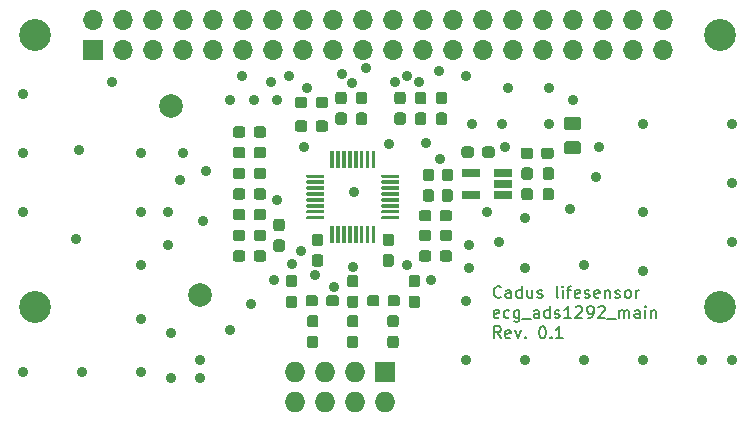
<source format=gts>
G04 #@! TF.GenerationSoftware,KiCad,Pcbnew,(5.1.5-0)*
G04 #@! TF.CreationDate,2020-04-28T00:47:03+02:00*
G04 #@! TF.ProjectId,ecg_ads1292_main,6563675f-6164-4733-9132-39325f6d6169,rev?*
G04 #@! TF.SameCoordinates,Original*
G04 #@! TF.FileFunction,Soldermask,Top*
G04 #@! TF.FilePolarity,Negative*
%FSLAX46Y46*%
G04 Gerber Fmt 4.6, Leading zero omitted, Abs format (unit mm)*
G04 Created by KiCad (PCBNEW (5.1.5-0)) date 2020-04-28 00:47:03*
%MOMM*%
%LPD*%
G04 APERTURE LIST*
%ADD10C,0.200000*%
%ADD11C,0.150000*%
%ADD12O,1.727200X1.727200*%
%ADD13R,1.727200X1.727200*%
%ADD14R,1.560000X0.650000*%
%ADD15C,2.000000*%
%ADD16R,1.700000X1.700000*%
%ADD17O,1.700000X1.700000*%
%ADD18C,2.700000*%
%ADD19C,0.900000*%
G04 APERTURE END LIST*
D10*
X242939523Y-119657142D02*
X242891904Y-119704761D01*
X242749047Y-119752380D01*
X242653809Y-119752380D01*
X242510952Y-119704761D01*
X242415714Y-119609523D01*
X242368095Y-119514285D01*
X242320476Y-119323809D01*
X242320476Y-119180952D01*
X242368095Y-118990476D01*
X242415714Y-118895238D01*
X242510952Y-118800000D01*
X242653809Y-118752380D01*
X242749047Y-118752380D01*
X242891904Y-118800000D01*
X242939523Y-118847619D01*
X243796666Y-119752380D02*
X243796666Y-119228571D01*
X243749047Y-119133333D01*
X243653809Y-119085714D01*
X243463333Y-119085714D01*
X243368095Y-119133333D01*
X243796666Y-119704761D02*
X243701428Y-119752380D01*
X243463333Y-119752380D01*
X243368095Y-119704761D01*
X243320476Y-119609523D01*
X243320476Y-119514285D01*
X243368095Y-119419047D01*
X243463333Y-119371428D01*
X243701428Y-119371428D01*
X243796666Y-119323809D01*
X244701428Y-119752380D02*
X244701428Y-118752380D01*
X244701428Y-119704761D02*
X244606190Y-119752380D01*
X244415714Y-119752380D01*
X244320476Y-119704761D01*
X244272857Y-119657142D01*
X244225238Y-119561904D01*
X244225238Y-119276190D01*
X244272857Y-119180952D01*
X244320476Y-119133333D01*
X244415714Y-119085714D01*
X244606190Y-119085714D01*
X244701428Y-119133333D01*
X245606190Y-119085714D02*
X245606190Y-119752380D01*
X245177619Y-119085714D02*
X245177619Y-119609523D01*
X245225238Y-119704761D01*
X245320476Y-119752380D01*
X245463333Y-119752380D01*
X245558571Y-119704761D01*
X245606190Y-119657142D01*
X246034761Y-119704761D02*
X246130000Y-119752380D01*
X246320476Y-119752380D01*
X246415714Y-119704761D01*
X246463333Y-119609523D01*
X246463333Y-119561904D01*
X246415714Y-119466666D01*
X246320476Y-119419047D01*
X246177619Y-119419047D01*
X246082380Y-119371428D01*
X246034761Y-119276190D01*
X246034761Y-119228571D01*
X246082380Y-119133333D01*
X246177619Y-119085714D01*
X246320476Y-119085714D01*
X246415714Y-119133333D01*
X247796666Y-119752380D02*
X247701428Y-119704761D01*
X247653809Y-119609523D01*
X247653809Y-118752380D01*
X248177619Y-119752380D02*
X248177619Y-119085714D01*
X248177619Y-118752380D02*
X248130000Y-118800000D01*
X248177619Y-118847619D01*
X248225238Y-118800000D01*
X248177619Y-118752380D01*
X248177619Y-118847619D01*
X248510952Y-119085714D02*
X248891904Y-119085714D01*
X248653809Y-119752380D02*
X248653809Y-118895238D01*
X248701428Y-118800000D01*
X248796666Y-118752380D01*
X248891904Y-118752380D01*
X249606190Y-119704761D02*
X249510952Y-119752380D01*
X249320476Y-119752380D01*
X249225238Y-119704761D01*
X249177619Y-119609523D01*
X249177619Y-119228571D01*
X249225238Y-119133333D01*
X249320476Y-119085714D01*
X249510952Y-119085714D01*
X249606190Y-119133333D01*
X249653809Y-119228571D01*
X249653809Y-119323809D01*
X249177619Y-119419047D01*
X250034761Y-119704761D02*
X250130000Y-119752380D01*
X250320476Y-119752380D01*
X250415714Y-119704761D01*
X250463333Y-119609523D01*
X250463333Y-119561904D01*
X250415714Y-119466666D01*
X250320476Y-119419047D01*
X250177619Y-119419047D01*
X250082380Y-119371428D01*
X250034761Y-119276190D01*
X250034761Y-119228571D01*
X250082380Y-119133333D01*
X250177619Y-119085714D01*
X250320476Y-119085714D01*
X250415714Y-119133333D01*
X251272857Y-119704761D02*
X251177619Y-119752380D01*
X250987142Y-119752380D01*
X250891904Y-119704761D01*
X250844285Y-119609523D01*
X250844285Y-119228571D01*
X250891904Y-119133333D01*
X250987142Y-119085714D01*
X251177619Y-119085714D01*
X251272857Y-119133333D01*
X251320476Y-119228571D01*
X251320476Y-119323809D01*
X250844285Y-119419047D01*
X251749047Y-119085714D02*
X251749047Y-119752380D01*
X251749047Y-119180952D02*
X251796666Y-119133333D01*
X251891904Y-119085714D01*
X252034761Y-119085714D01*
X252130000Y-119133333D01*
X252177619Y-119228571D01*
X252177619Y-119752380D01*
X252606190Y-119704761D02*
X252701428Y-119752380D01*
X252891904Y-119752380D01*
X252987142Y-119704761D01*
X253034761Y-119609523D01*
X253034761Y-119561904D01*
X252987142Y-119466666D01*
X252891904Y-119419047D01*
X252749047Y-119419047D01*
X252653809Y-119371428D01*
X252606190Y-119276190D01*
X252606190Y-119228571D01*
X252653809Y-119133333D01*
X252749047Y-119085714D01*
X252891904Y-119085714D01*
X252987142Y-119133333D01*
X253606190Y-119752380D02*
X253510952Y-119704761D01*
X253463333Y-119657142D01*
X253415714Y-119561904D01*
X253415714Y-119276190D01*
X253463333Y-119180952D01*
X253510952Y-119133333D01*
X253606190Y-119085714D01*
X253749047Y-119085714D01*
X253844285Y-119133333D01*
X253891904Y-119180952D01*
X253939523Y-119276190D01*
X253939523Y-119561904D01*
X253891904Y-119657142D01*
X253844285Y-119704761D01*
X253749047Y-119752380D01*
X253606190Y-119752380D01*
X254368095Y-119752380D02*
X254368095Y-119085714D01*
X254368095Y-119276190D02*
X254415714Y-119180952D01*
X254463333Y-119133333D01*
X254558571Y-119085714D01*
X254653809Y-119085714D01*
X242749047Y-121404761D02*
X242653809Y-121452380D01*
X242463333Y-121452380D01*
X242368095Y-121404761D01*
X242320476Y-121309523D01*
X242320476Y-120928571D01*
X242368095Y-120833333D01*
X242463333Y-120785714D01*
X242653809Y-120785714D01*
X242749047Y-120833333D01*
X242796666Y-120928571D01*
X242796666Y-121023809D01*
X242320476Y-121119047D01*
X243653809Y-121404761D02*
X243558571Y-121452380D01*
X243368095Y-121452380D01*
X243272857Y-121404761D01*
X243225238Y-121357142D01*
X243177619Y-121261904D01*
X243177619Y-120976190D01*
X243225238Y-120880952D01*
X243272857Y-120833333D01*
X243368095Y-120785714D01*
X243558571Y-120785714D01*
X243653809Y-120833333D01*
X244510952Y-120785714D02*
X244510952Y-121595238D01*
X244463333Y-121690476D01*
X244415714Y-121738095D01*
X244320476Y-121785714D01*
X244177619Y-121785714D01*
X244082380Y-121738095D01*
X244510952Y-121404761D02*
X244415714Y-121452380D01*
X244225238Y-121452380D01*
X244130000Y-121404761D01*
X244082380Y-121357142D01*
X244034761Y-121261904D01*
X244034761Y-120976190D01*
X244082380Y-120880952D01*
X244130000Y-120833333D01*
X244225238Y-120785714D01*
X244415714Y-120785714D01*
X244510952Y-120833333D01*
X244749047Y-121547619D02*
X245510952Y-121547619D01*
X246177619Y-121452380D02*
X246177619Y-120928571D01*
X246130000Y-120833333D01*
X246034761Y-120785714D01*
X245844285Y-120785714D01*
X245749047Y-120833333D01*
X246177619Y-121404761D02*
X246082380Y-121452380D01*
X245844285Y-121452380D01*
X245749047Y-121404761D01*
X245701428Y-121309523D01*
X245701428Y-121214285D01*
X245749047Y-121119047D01*
X245844285Y-121071428D01*
X246082380Y-121071428D01*
X246177619Y-121023809D01*
X247082380Y-121452380D02*
X247082380Y-120452380D01*
X247082380Y-121404761D02*
X246987142Y-121452380D01*
X246796666Y-121452380D01*
X246701428Y-121404761D01*
X246653809Y-121357142D01*
X246606190Y-121261904D01*
X246606190Y-120976190D01*
X246653809Y-120880952D01*
X246701428Y-120833333D01*
X246796666Y-120785714D01*
X246987142Y-120785714D01*
X247082380Y-120833333D01*
X247510952Y-121404761D02*
X247606190Y-121452380D01*
X247796666Y-121452380D01*
X247891904Y-121404761D01*
X247939523Y-121309523D01*
X247939523Y-121261904D01*
X247891904Y-121166666D01*
X247796666Y-121119047D01*
X247653809Y-121119047D01*
X247558571Y-121071428D01*
X247510952Y-120976190D01*
X247510952Y-120928571D01*
X247558571Y-120833333D01*
X247653809Y-120785714D01*
X247796666Y-120785714D01*
X247891904Y-120833333D01*
X248891904Y-121452380D02*
X248320476Y-121452380D01*
X248606190Y-121452380D02*
X248606190Y-120452380D01*
X248510952Y-120595238D01*
X248415714Y-120690476D01*
X248320476Y-120738095D01*
X249272857Y-120547619D02*
X249320476Y-120500000D01*
X249415714Y-120452380D01*
X249653809Y-120452380D01*
X249749047Y-120500000D01*
X249796666Y-120547619D01*
X249844285Y-120642857D01*
X249844285Y-120738095D01*
X249796666Y-120880952D01*
X249225238Y-121452380D01*
X249844285Y-121452380D01*
X250320476Y-121452380D02*
X250510952Y-121452380D01*
X250606190Y-121404761D01*
X250653809Y-121357142D01*
X250749047Y-121214285D01*
X250796666Y-121023809D01*
X250796666Y-120642857D01*
X250749047Y-120547619D01*
X250701428Y-120500000D01*
X250606190Y-120452380D01*
X250415714Y-120452380D01*
X250320476Y-120500000D01*
X250272857Y-120547619D01*
X250225238Y-120642857D01*
X250225238Y-120880952D01*
X250272857Y-120976190D01*
X250320476Y-121023809D01*
X250415714Y-121071428D01*
X250606190Y-121071428D01*
X250701428Y-121023809D01*
X250749047Y-120976190D01*
X250796666Y-120880952D01*
X251177619Y-120547619D02*
X251225238Y-120500000D01*
X251320476Y-120452380D01*
X251558571Y-120452380D01*
X251653809Y-120500000D01*
X251701428Y-120547619D01*
X251749047Y-120642857D01*
X251749047Y-120738095D01*
X251701428Y-120880952D01*
X251130000Y-121452380D01*
X251749047Y-121452380D01*
X251939523Y-121547619D02*
X252701428Y-121547619D01*
X252939523Y-121452380D02*
X252939523Y-120785714D01*
X252939523Y-120880952D02*
X252987142Y-120833333D01*
X253082380Y-120785714D01*
X253225238Y-120785714D01*
X253320476Y-120833333D01*
X253368095Y-120928571D01*
X253368095Y-121452380D01*
X253368095Y-120928571D02*
X253415714Y-120833333D01*
X253510952Y-120785714D01*
X253653809Y-120785714D01*
X253749047Y-120833333D01*
X253796666Y-120928571D01*
X253796666Y-121452380D01*
X254701428Y-121452380D02*
X254701428Y-120928571D01*
X254653809Y-120833333D01*
X254558571Y-120785714D01*
X254368095Y-120785714D01*
X254272857Y-120833333D01*
X254701428Y-121404761D02*
X254606190Y-121452380D01*
X254368095Y-121452380D01*
X254272857Y-121404761D01*
X254225238Y-121309523D01*
X254225238Y-121214285D01*
X254272857Y-121119047D01*
X254368095Y-121071428D01*
X254606190Y-121071428D01*
X254701428Y-121023809D01*
X255177619Y-121452380D02*
X255177619Y-120785714D01*
X255177619Y-120452380D02*
X255130000Y-120500000D01*
X255177619Y-120547619D01*
X255225238Y-120500000D01*
X255177619Y-120452380D01*
X255177619Y-120547619D01*
X255653809Y-120785714D02*
X255653809Y-121452380D01*
X255653809Y-120880952D02*
X255701428Y-120833333D01*
X255796666Y-120785714D01*
X255939523Y-120785714D01*
X256034761Y-120833333D01*
X256082380Y-120928571D01*
X256082380Y-121452380D01*
X242939523Y-123152380D02*
X242606190Y-122676190D01*
X242368095Y-123152380D02*
X242368095Y-122152380D01*
X242749047Y-122152380D01*
X242844285Y-122200000D01*
X242891904Y-122247619D01*
X242939523Y-122342857D01*
X242939523Y-122485714D01*
X242891904Y-122580952D01*
X242844285Y-122628571D01*
X242749047Y-122676190D01*
X242368095Y-122676190D01*
X243749047Y-123104761D02*
X243653809Y-123152380D01*
X243463333Y-123152380D01*
X243368095Y-123104761D01*
X243320476Y-123009523D01*
X243320476Y-122628571D01*
X243368095Y-122533333D01*
X243463333Y-122485714D01*
X243653809Y-122485714D01*
X243749047Y-122533333D01*
X243796666Y-122628571D01*
X243796666Y-122723809D01*
X243320476Y-122819047D01*
X244130000Y-122485714D02*
X244368095Y-123152380D01*
X244606190Y-122485714D01*
X244987142Y-123057142D02*
X245034761Y-123104761D01*
X244987142Y-123152380D01*
X244939523Y-123104761D01*
X244987142Y-123057142D01*
X244987142Y-123152380D01*
X246415714Y-122152380D02*
X246510952Y-122152380D01*
X246606190Y-122200000D01*
X246653809Y-122247619D01*
X246701428Y-122342857D01*
X246749047Y-122533333D01*
X246749047Y-122771428D01*
X246701428Y-122961904D01*
X246653809Y-123057142D01*
X246606190Y-123104761D01*
X246510952Y-123152380D01*
X246415714Y-123152380D01*
X246320476Y-123104761D01*
X246272857Y-123057142D01*
X246225238Y-122961904D01*
X246177619Y-122771428D01*
X246177619Y-122533333D01*
X246225238Y-122342857D01*
X246272857Y-122247619D01*
X246320476Y-122200000D01*
X246415714Y-122152380D01*
X247177619Y-123057142D02*
X247225238Y-123104761D01*
X247177619Y-123152380D01*
X247130000Y-123104761D01*
X247177619Y-123057142D01*
X247177619Y-123152380D01*
X248177619Y-123152380D02*
X247606190Y-123152380D01*
X247891904Y-123152380D02*
X247891904Y-122152380D01*
X247796666Y-122295238D01*
X247701428Y-122390476D01*
X247606190Y-122438095D01*
D11*
G36*
X247185779Y-107026144D02*
G01*
X247208834Y-107029563D01*
X247231443Y-107035227D01*
X247253387Y-107043079D01*
X247274457Y-107053044D01*
X247294448Y-107065026D01*
X247313168Y-107078910D01*
X247330438Y-107094562D01*
X247346090Y-107111832D01*
X247359974Y-107130552D01*
X247371956Y-107150543D01*
X247381921Y-107171613D01*
X247389773Y-107193557D01*
X247395437Y-107216166D01*
X247398856Y-107239221D01*
X247400000Y-107262500D01*
X247400000Y-107737500D01*
X247398856Y-107760779D01*
X247395437Y-107783834D01*
X247389773Y-107806443D01*
X247381921Y-107828387D01*
X247371956Y-107849457D01*
X247359974Y-107869448D01*
X247346090Y-107888168D01*
X247330438Y-107905438D01*
X247313168Y-107921090D01*
X247294448Y-107934974D01*
X247274457Y-107946956D01*
X247253387Y-107956921D01*
X247231443Y-107964773D01*
X247208834Y-107970437D01*
X247185779Y-107973856D01*
X247162500Y-107975000D01*
X246587500Y-107975000D01*
X246564221Y-107973856D01*
X246541166Y-107970437D01*
X246518557Y-107964773D01*
X246496613Y-107956921D01*
X246475543Y-107946956D01*
X246455552Y-107934974D01*
X246436832Y-107921090D01*
X246419562Y-107905438D01*
X246403910Y-107888168D01*
X246390026Y-107869448D01*
X246378044Y-107849457D01*
X246368079Y-107828387D01*
X246360227Y-107806443D01*
X246354563Y-107783834D01*
X246351144Y-107760779D01*
X246350000Y-107737500D01*
X246350000Y-107262500D01*
X246351144Y-107239221D01*
X246354563Y-107216166D01*
X246360227Y-107193557D01*
X246368079Y-107171613D01*
X246378044Y-107150543D01*
X246390026Y-107130552D01*
X246403910Y-107111832D01*
X246419562Y-107094562D01*
X246436832Y-107078910D01*
X246455552Y-107065026D01*
X246475543Y-107053044D01*
X246496613Y-107043079D01*
X246518557Y-107035227D01*
X246541166Y-107029563D01*
X246564221Y-107026144D01*
X246587500Y-107025000D01*
X247162500Y-107025000D01*
X247185779Y-107026144D01*
G37*
G36*
X245435779Y-107026144D02*
G01*
X245458834Y-107029563D01*
X245481443Y-107035227D01*
X245503387Y-107043079D01*
X245524457Y-107053044D01*
X245544448Y-107065026D01*
X245563168Y-107078910D01*
X245580438Y-107094562D01*
X245596090Y-107111832D01*
X245609974Y-107130552D01*
X245621956Y-107150543D01*
X245631921Y-107171613D01*
X245639773Y-107193557D01*
X245645437Y-107216166D01*
X245648856Y-107239221D01*
X245650000Y-107262500D01*
X245650000Y-107737500D01*
X245648856Y-107760779D01*
X245645437Y-107783834D01*
X245639773Y-107806443D01*
X245631921Y-107828387D01*
X245621956Y-107849457D01*
X245609974Y-107869448D01*
X245596090Y-107888168D01*
X245580438Y-107905438D01*
X245563168Y-107921090D01*
X245544448Y-107934974D01*
X245524457Y-107946956D01*
X245503387Y-107956921D01*
X245481443Y-107964773D01*
X245458834Y-107970437D01*
X245435779Y-107973856D01*
X245412500Y-107975000D01*
X244837500Y-107975000D01*
X244814221Y-107973856D01*
X244791166Y-107970437D01*
X244768557Y-107964773D01*
X244746613Y-107956921D01*
X244725543Y-107946956D01*
X244705552Y-107934974D01*
X244686832Y-107921090D01*
X244669562Y-107905438D01*
X244653910Y-107888168D01*
X244640026Y-107869448D01*
X244628044Y-107849457D01*
X244618079Y-107828387D01*
X244610227Y-107806443D01*
X244604563Y-107783834D01*
X244601144Y-107760779D01*
X244600000Y-107737500D01*
X244600000Y-107262500D01*
X244601144Y-107239221D01*
X244604563Y-107216166D01*
X244610227Y-107193557D01*
X244618079Y-107171613D01*
X244628044Y-107150543D01*
X244640026Y-107130552D01*
X244653910Y-107111832D01*
X244669562Y-107094562D01*
X244686832Y-107078910D01*
X244705552Y-107065026D01*
X244725543Y-107053044D01*
X244746613Y-107043079D01*
X244768557Y-107035227D01*
X244791166Y-107029563D01*
X244814221Y-107026144D01*
X244837500Y-107025000D01*
X245412500Y-107025000D01*
X245435779Y-107026144D01*
G37*
G36*
X238160779Y-104051144D02*
G01*
X238183834Y-104054563D01*
X238206443Y-104060227D01*
X238228387Y-104068079D01*
X238249457Y-104078044D01*
X238269448Y-104090026D01*
X238288168Y-104103910D01*
X238305438Y-104119562D01*
X238321090Y-104136832D01*
X238334974Y-104155552D01*
X238346956Y-104175543D01*
X238356921Y-104196613D01*
X238364773Y-104218557D01*
X238370437Y-104241166D01*
X238373856Y-104264221D01*
X238375000Y-104287500D01*
X238375000Y-104862500D01*
X238373856Y-104885779D01*
X238370437Y-104908834D01*
X238364773Y-104931443D01*
X238356921Y-104953387D01*
X238346956Y-104974457D01*
X238334974Y-104994448D01*
X238321090Y-105013168D01*
X238305438Y-105030438D01*
X238288168Y-105046090D01*
X238269448Y-105059974D01*
X238249457Y-105071956D01*
X238228387Y-105081921D01*
X238206443Y-105089773D01*
X238183834Y-105095437D01*
X238160779Y-105098856D01*
X238137500Y-105100000D01*
X237662500Y-105100000D01*
X237639221Y-105098856D01*
X237616166Y-105095437D01*
X237593557Y-105089773D01*
X237571613Y-105081921D01*
X237550543Y-105071956D01*
X237530552Y-105059974D01*
X237511832Y-105046090D01*
X237494562Y-105030438D01*
X237478910Y-105013168D01*
X237465026Y-104994448D01*
X237453044Y-104974457D01*
X237443079Y-104953387D01*
X237435227Y-104931443D01*
X237429563Y-104908834D01*
X237426144Y-104885779D01*
X237425000Y-104862500D01*
X237425000Y-104287500D01*
X237426144Y-104264221D01*
X237429563Y-104241166D01*
X237435227Y-104218557D01*
X237443079Y-104196613D01*
X237453044Y-104175543D01*
X237465026Y-104155552D01*
X237478910Y-104136832D01*
X237494562Y-104119562D01*
X237511832Y-104103910D01*
X237530552Y-104090026D01*
X237550543Y-104078044D01*
X237571613Y-104068079D01*
X237593557Y-104060227D01*
X237616166Y-104054563D01*
X237639221Y-104051144D01*
X237662500Y-104050000D01*
X238137500Y-104050000D01*
X238160779Y-104051144D01*
G37*
G36*
X238160779Y-102301144D02*
G01*
X238183834Y-102304563D01*
X238206443Y-102310227D01*
X238228387Y-102318079D01*
X238249457Y-102328044D01*
X238269448Y-102340026D01*
X238288168Y-102353910D01*
X238305438Y-102369562D01*
X238321090Y-102386832D01*
X238334974Y-102405552D01*
X238346956Y-102425543D01*
X238356921Y-102446613D01*
X238364773Y-102468557D01*
X238370437Y-102491166D01*
X238373856Y-102514221D01*
X238375000Y-102537500D01*
X238375000Y-103112500D01*
X238373856Y-103135779D01*
X238370437Y-103158834D01*
X238364773Y-103181443D01*
X238356921Y-103203387D01*
X238346956Y-103224457D01*
X238334974Y-103244448D01*
X238321090Y-103263168D01*
X238305438Y-103280438D01*
X238288168Y-103296090D01*
X238269448Y-103309974D01*
X238249457Y-103321956D01*
X238228387Y-103331921D01*
X238206443Y-103339773D01*
X238183834Y-103345437D01*
X238160779Y-103348856D01*
X238137500Y-103350000D01*
X237662500Y-103350000D01*
X237639221Y-103348856D01*
X237616166Y-103345437D01*
X237593557Y-103339773D01*
X237571613Y-103331921D01*
X237550543Y-103321956D01*
X237530552Y-103309974D01*
X237511832Y-103296090D01*
X237494562Y-103280438D01*
X237478910Y-103263168D01*
X237465026Y-103244448D01*
X237453044Y-103224457D01*
X237443079Y-103203387D01*
X237435227Y-103181443D01*
X237429563Y-103158834D01*
X237426144Y-103135779D01*
X237425000Y-103112500D01*
X237425000Y-102537500D01*
X237426144Y-102514221D01*
X237429563Y-102491166D01*
X237435227Y-102468557D01*
X237443079Y-102446613D01*
X237453044Y-102425543D01*
X237465026Y-102405552D01*
X237478910Y-102386832D01*
X237494562Y-102369562D01*
X237511832Y-102353910D01*
X237530552Y-102340026D01*
X237550543Y-102328044D01*
X237571613Y-102318079D01*
X237593557Y-102310227D01*
X237616166Y-102304563D01*
X237639221Y-102301144D01*
X237662500Y-102300000D01*
X238137500Y-102300000D01*
X238160779Y-102301144D01*
G37*
G36*
X236410779Y-102301144D02*
G01*
X236433834Y-102304563D01*
X236456443Y-102310227D01*
X236478387Y-102318079D01*
X236499457Y-102328044D01*
X236519448Y-102340026D01*
X236538168Y-102353910D01*
X236555438Y-102369562D01*
X236571090Y-102386832D01*
X236584974Y-102405552D01*
X236596956Y-102425543D01*
X236606921Y-102446613D01*
X236614773Y-102468557D01*
X236620437Y-102491166D01*
X236623856Y-102514221D01*
X236625000Y-102537500D01*
X236625000Y-103112500D01*
X236623856Y-103135779D01*
X236620437Y-103158834D01*
X236614773Y-103181443D01*
X236606921Y-103203387D01*
X236596956Y-103224457D01*
X236584974Y-103244448D01*
X236571090Y-103263168D01*
X236555438Y-103280438D01*
X236538168Y-103296090D01*
X236519448Y-103309974D01*
X236499457Y-103321956D01*
X236478387Y-103331921D01*
X236456443Y-103339773D01*
X236433834Y-103345437D01*
X236410779Y-103348856D01*
X236387500Y-103350000D01*
X235912500Y-103350000D01*
X235889221Y-103348856D01*
X235866166Y-103345437D01*
X235843557Y-103339773D01*
X235821613Y-103331921D01*
X235800543Y-103321956D01*
X235780552Y-103309974D01*
X235761832Y-103296090D01*
X235744562Y-103280438D01*
X235728910Y-103263168D01*
X235715026Y-103244448D01*
X235703044Y-103224457D01*
X235693079Y-103203387D01*
X235685227Y-103181443D01*
X235679563Y-103158834D01*
X235676144Y-103135779D01*
X235675000Y-103112500D01*
X235675000Y-102537500D01*
X235676144Y-102514221D01*
X235679563Y-102491166D01*
X235685227Y-102468557D01*
X235693079Y-102446613D01*
X235703044Y-102425543D01*
X235715026Y-102405552D01*
X235728910Y-102386832D01*
X235744562Y-102369562D01*
X235761832Y-102353910D01*
X235780552Y-102340026D01*
X235800543Y-102328044D01*
X235821613Y-102318079D01*
X235843557Y-102310227D01*
X235866166Y-102304563D01*
X235889221Y-102301144D01*
X235912500Y-102300000D01*
X236387500Y-102300000D01*
X236410779Y-102301144D01*
G37*
G36*
X236410779Y-104051144D02*
G01*
X236433834Y-104054563D01*
X236456443Y-104060227D01*
X236478387Y-104068079D01*
X236499457Y-104078044D01*
X236519448Y-104090026D01*
X236538168Y-104103910D01*
X236555438Y-104119562D01*
X236571090Y-104136832D01*
X236584974Y-104155552D01*
X236596956Y-104175543D01*
X236606921Y-104196613D01*
X236614773Y-104218557D01*
X236620437Y-104241166D01*
X236623856Y-104264221D01*
X236625000Y-104287500D01*
X236625000Y-104862500D01*
X236623856Y-104885779D01*
X236620437Y-104908834D01*
X236614773Y-104931443D01*
X236606921Y-104953387D01*
X236596956Y-104974457D01*
X236584974Y-104994448D01*
X236571090Y-105013168D01*
X236555438Y-105030438D01*
X236538168Y-105046090D01*
X236519448Y-105059974D01*
X236499457Y-105071956D01*
X236478387Y-105081921D01*
X236456443Y-105089773D01*
X236433834Y-105095437D01*
X236410779Y-105098856D01*
X236387500Y-105100000D01*
X235912500Y-105100000D01*
X235889221Y-105098856D01*
X235866166Y-105095437D01*
X235843557Y-105089773D01*
X235821613Y-105081921D01*
X235800543Y-105071956D01*
X235780552Y-105059974D01*
X235761832Y-105046090D01*
X235744562Y-105030438D01*
X235728910Y-105013168D01*
X235715026Y-104994448D01*
X235703044Y-104974457D01*
X235693079Y-104953387D01*
X235685227Y-104931443D01*
X235679563Y-104908834D01*
X235676144Y-104885779D01*
X235675000Y-104862500D01*
X235675000Y-104287500D01*
X235676144Y-104264221D01*
X235679563Y-104241166D01*
X235685227Y-104218557D01*
X235693079Y-104196613D01*
X235703044Y-104175543D01*
X235715026Y-104155552D01*
X235728910Y-104136832D01*
X235744562Y-104119562D01*
X235761832Y-104103910D01*
X235780552Y-104090026D01*
X235800543Y-104078044D01*
X235821613Y-104068079D01*
X235843557Y-104060227D01*
X235866166Y-104054563D01*
X235889221Y-104051144D01*
X235912500Y-104050000D01*
X236387500Y-104050000D01*
X236410779Y-104051144D01*
G37*
G36*
X234660779Y-104051144D02*
G01*
X234683834Y-104054563D01*
X234706443Y-104060227D01*
X234728387Y-104068079D01*
X234749457Y-104078044D01*
X234769448Y-104090026D01*
X234788168Y-104103910D01*
X234805438Y-104119562D01*
X234821090Y-104136832D01*
X234834974Y-104155552D01*
X234846956Y-104175543D01*
X234856921Y-104196613D01*
X234864773Y-104218557D01*
X234870437Y-104241166D01*
X234873856Y-104264221D01*
X234875000Y-104287500D01*
X234875000Y-104862500D01*
X234873856Y-104885779D01*
X234870437Y-104908834D01*
X234864773Y-104931443D01*
X234856921Y-104953387D01*
X234846956Y-104974457D01*
X234834974Y-104994448D01*
X234821090Y-105013168D01*
X234805438Y-105030438D01*
X234788168Y-105046090D01*
X234769448Y-105059974D01*
X234749457Y-105071956D01*
X234728387Y-105081921D01*
X234706443Y-105089773D01*
X234683834Y-105095437D01*
X234660779Y-105098856D01*
X234637500Y-105100000D01*
X234162500Y-105100000D01*
X234139221Y-105098856D01*
X234116166Y-105095437D01*
X234093557Y-105089773D01*
X234071613Y-105081921D01*
X234050543Y-105071956D01*
X234030552Y-105059974D01*
X234011832Y-105046090D01*
X233994562Y-105030438D01*
X233978910Y-105013168D01*
X233965026Y-104994448D01*
X233953044Y-104974457D01*
X233943079Y-104953387D01*
X233935227Y-104931443D01*
X233929563Y-104908834D01*
X233926144Y-104885779D01*
X233925000Y-104862500D01*
X233925000Y-104287500D01*
X233926144Y-104264221D01*
X233929563Y-104241166D01*
X233935227Y-104218557D01*
X233943079Y-104196613D01*
X233953044Y-104175543D01*
X233965026Y-104155552D01*
X233978910Y-104136832D01*
X233994562Y-104119562D01*
X234011832Y-104103910D01*
X234030552Y-104090026D01*
X234050543Y-104078044D01*
X234071613Y-104068079D01*
X234093557Y-104060227D01*
X234116166Y-104054563D01*
X234139221Y-104051144D01*
X234162500Y-104050000D01*
X234637500Y-104050000D01*
X234660779Y-104051144D01*
G37*
G36*
X234660779Y-102301144D02*
G01*
X234683834Y-102304563D01*
X234706443Y-102310227D01*
X234728387Y-102318079D01*
X234749457Y-102328044D01*
X234769448Y-102340026D01*
X234788168Y-102353910D01*
X234805438Y-102369562D01*
X234821090Y-102386832D01*
X234834974Y-102405552D01*
X234846956Y-102425543D01*
X234856921Y-102446613D01*
X234864773Y-102468557D01*
X234870437Y-102491166D01*
X234873856Y-102514221D01*
X234875000Y-102537500D01*
X234875000Y-103112500D01*
X234873856Y-103135779D01*
X234870437Y-103158834D01*
X234864773Y-103181443D01*
X234856921Y-103203387D01*
X234846956Y-103224457D01*
X234834974Y-103244448D01*
X234821090Y-103263168D01*
X234805438Y-103280438D01*
X234788168Y-103296090D01*
X234769448Y-103309974D01*
X234749457Y-103321956D01*
X234728387Y-103331921D01*
X234706443Y-103339773D01*
X234683834Y-103345437D01*
X234660779Y-103348856D01*
X234637500Y-103350000D01*
X234162500Y-103350000D01*
X234139221Y-103348856D01*
X234116166Y-103345437D01*
X234093557Y-103339773D01*
X234071613Y-103331921D01*
X234050543Y-103321956D01*
X234030552Y-103309974D01*
X234011832Y-103296090D01*
X233994562Y-103280438D01*
X233978910Y-103263168D01*
X233965026Y-103244448D01*
X233953044Y-103224457D01*
X233943079Y-103203387D01*
X233935227Y-103181443D01*
X233929563Y-103158834D01*
X233926144Y-103135779D01*
X233925000Y-103112500D01*
X233925000Y-102537500D01*
X233926144Y-102514221D01*
X233929563Y-102491166D01*
X233935227Y-102468557D01*
X233943079Y-102446613D01*
X233953044Y-102425543D01*
X233965026Y-102405552D01*
X233978910Y-102386832D01*
X233994562Y-102369562D01*
X234011832Y-102353910D01*
X234030552Y-102340026D01*
X234050543Y-102328044D01*
X234071613Y-102318079D01*
X234093557Y-102310227D01*
X234116166Y-102304563D01*
X234139221Y-102301144D01*
X234162500Y-102300000D01*
X234637500Y-102300000D01*
X234660779Y-102301144D01*
G37*
D12*
X225480000Y-128540000D03*
X225480000Y-126000000D03*
X228020000Y-128540000D03*
X228020000Y-126000000D03*
X230560000Y-128540000D03*
X230560000Y-126000000D03*
X233100000Y-128540000D03*
D13*
X233100000Y-126000000D03*
D14*
X240400000Y-111050000D03*
X240400000Y-109150000D03*
X243100000Y-109150000D03*
X243100000Y-110100000D03*
X243100000Y-111050000D03*
D15*
X215000000Y-103500000D03*
X217500000Y-119500000D03*
D11*
G36*
X222835779Y-105226144D02*
G01*
X222858834Y-105229563D01*
X222881443Y-105235227D01*
X222903387Y-105243079D01*
X222924457Y-105253044D01*
X222944448Y-105265026D01*
X222963168Y-105278910D01*
X222980438Y-105294562D01*
X222996090Y-105311832D01*
X223009974Y-105330552D01*
X223021956Y-105350543D01*
X223031921Y-105371613D01*
X223039773Y-105393557D01*
X223045437Y-105416166D01*
X223048856Y-105439221D01*
X223050000Y-105462500D01*
X223050000Y-105937500D01*
X223048856Y-105960779D01*
X223045437Y-105983834D01*
X223039773Y-106006443D01*
X223031921Y-106028387D01*
X223021956Y-106049457D01*
X223009974Y-106069448D01*
X222996090Y-106088168D01*
X222980438Y-106105438D01*
X222963168Y-106121090D01*
X222944448Y-106134974D01*
X222924457Y-106146956D01*
X222903387Y-106156921D01*
X222881443Y-106164773D01*
X222858834Y-106170437D01*
X222835779Y-106173856D01*
X222812500Y-106175000D01*
X222237500Y-106175000D01*
X222214221Y-106173856D01*
X222191166Y-106170437D01*
X222168557Y-106164773D01*
X222146613Y-106156921D01*
X222125543Y-106146956D01*
X222105552Y-106134974D01*
X222086832Y-106121090D01*
X222069562Y-106105438D01*
X222053910Y-106088168D01*
X222040026Y-106069448D01*
X222028044Y-106049457D01*
X222018079Y-106028387D01*
X222010227Y-106006443D01*
X222004563Y-105983834D01*
X222001144Y-105960779D01*
X222000000Y-105937500D01*
X222000000Y-105462500D01*
X222001144Y-105439221D01*
X222004563Y-105416166D01*
X222010227Y-105393557D01*
X222018079Y-105371613D01*
X222028044Y-105350543D01*
X222040026Y-105330552D01*
X222053910Y-105311832D01*
X222069562Y-105294562D01*
X222086832Y-105278910D01*
X222105552Y-105265026D01*
X222125543Y-105253044D01*
X222146613Y-105243079D01*
X222168557Y-105235227D01*
X222191166Y-105229563D01*
X222214221Y-105226144D01*
X222237500Y-105225000D01*
X222812500Y-105225000D01*
X222835779Y-105226144D01*
G37*
G36*
X221085779Y-105226144D02*
G01*
X221108834Y-105229563D01*
X221131443Y-105235227D01*
X221153387Y-105243079D01*
X221174457Y-105253044D01*
X221194448Y-105265026D01*
X221213168Y-105278910D01*
X221230438Y-105294562D01*
X221246090Y-105311832D01*
X221259974Y-105330552D01*
X221271956Y-105350543D01*
X221281921Y-105371613D01*
X221289773Y-105393557D01*
X221295437Y-105416166D01*
X221298856Y-105439221D01*
X221300000Y-105462500D01*
X221300000Y-105937500D01*
X221298856Y-105960779D01*
X221295437Y-105983834D01*
X221289773Y-106006443D01*
X221281921Y-106028387D01*
X221271956Y-106049457D01*
X221259974Y-106069448D01*
X221246090Y-106088168D01*
X221230438Y-106105438D01*
X221213168Y-106121090D01*
X221194448Y-106134974D01*
X221174457Y-106146956D01*
X221153387Y-106156921D01*
X221131443Y-106164773D01*
X221108834Y-106170437D01*
X221085779Y-106173856D01*
X221062500Y-106175000D01*
X220487500Y-106175000D01*
X220464221Y-106173856D01*
X220441166Y-106170437D01*
X220418557Y-106164773D01*
X220396613Y-106156921D01*
X220375543Y-106146956D01*
X220355552Y-106134974D01*
X220336832Y-106121090D01*
X220319562Y-106105438D01*
X220303910Y-106088168D01*
X220290026Y-106069448D01*
X220278044Y-106049457D01*
X220268079Y-106028387D01*
X220260227Y-106006443D01*
X220254563Y-105983834D01*
X220251144Y-105960779D01*
X220250000Y-105937500D01*
X220250000Y-105462500D01*
X220251144Y-105439221D01*
X220254563Y-105416166D01*
X220260227Y-105393557D01*
X220268079Y-105371613D01*
X220278044Y-105350543D01*
X220290026Y-105330552D01*
X220303910Y-105311832D01*
X220319562Y-105294562D01*
X220336832Y-105278910D01*
X220355552Y-105265026D01*
X220375543Y-105253044D01*
X220396613Y-105243079D01*
X220418557Y-105235227D01*
X220441166Y-105229563D01*
X220464221Y-105226144D01*
X220487500Y-105225000D01*
X221062500Y-105225000D01*
X221085779Y-105226144D01*
G37*
G36*
X221085779Y-106976144D02*
G01*
X221108834Y-106979563D01*
X221131443Y-106985227D01*
X221153387Y-106993079D01*
X221174457Y-107003044D01*
X221194448Y-107015026D01*
X221213168Y-107028910D01*
X221230438Y-107044562D01*
X221246090Y-107061832D01*
X221259974Y-107080552D01*
X221271956Y-107100543D01*
X221281921Y-107121613D01*
X221289773Y-107143557D01*
X221295437Y-107166166D01*
X221298856Y-107189221D01*
X221300000Y-107212500D01*
X221300000Y-107687500D01*
X221298856Y-107710779D01*
X221295437Y-107733834D01*
X221289773Y-107756443D01*
X221281921Y-107778387D01*
X221271956Y-107799457D01*
X221259974Y-107819448D01*
X221246090Y-107838168D01*
X221230438Y-107855438D01*
X221213168Y-107871090D01*
X221194448Y-107884974D01*
X221174457Y-107896956D01*
X221153387Y-107906921D01*
X221131443Y-107914773D01*
X221108834Y-107920437D01*
X221085779Y-107923856D01*
X221062500Y-107925000D01*
X220487500Y-107925000D01*
X220464221Y-107923856D01*
X220441166Y-107920437D01*
X220418557Y-107914773D01*
X220396613Y-107906921D01*
X220375543Y-107896956D01*
X220355552Y-107884974D01*
X220336832Y-107871090D01*
X220319562Y-107855438D01*
X220303910Y-107838168D01*
X220290026Y-107819448D01*
X220278044Y-107799457D01*
X220268079Y-107778387D01*
X220260227Y-107756443D01*
X220254563Y-107733834D01*
X220251144Y-107710779D01*
X220250000Y-107687500D01*
X220250000Y-107212500D01*
X220251144Y-107189221D01*
X220254563Y-107166166D01*
X220260227Y-107143557D01*
X220268079Y-107121613D01*
X220278044Y-107100543D01*
X220290026Y-107080552D01*
X220303910Y-107061832D01*
X220319562Y-107044562D01*
X220336832Y-107028910D01*
X220355552Y-107015026D01*
X220375543Y-107003044D01*
X220396613Y-106993079D01*
X220418557Y-106985227D01*
X220441166Y-106979563D01*
X220464221Y-106976144D01*
X220487500Y-106975000D01*
X221062500Y-106975000D01*
X221085779Y-106976144D01*
G37*
G36*
X222835779Y-106976144D02*
G01*
X222858834Y-106979563D01*
X222881443Y-106985227D01*
X222903387Y-106993079D01*
X222924457Y-107003044D01*
X222944448Y-107015026D01*
X222963168Y-107028910D01*
X222980438Y-107044562D01*
X222996090Y-107061832D01*
X223009974Y-107080552D01*
X223021956Y-107100543D01*
X223031921Y-107121613D01*
X223039773Y-107143557D01*
X223045437Y-107166166D01*
X223048856Y-107189221D01*
X223050000Y-107212500D01*
X223050000Y-107687500D01*
X223048856Y-107710779D01*
X223045437Y-107733834D01*
X223039773Y-107756443D01*
X223031921Y-107778387D01*
X223021956Y-107799457D01*
X223009974Y-107819448D01*
X222996090Y-107838168D01*
X222980438Y-107855438D01*
X222963168Y-107871090D01*
X222944448Y-107884974D01*
X222924457Y-107896956D01*
X222903387Y-107906921D01*
X222881443Y-107914773D01*
X222858834Y-107920437D01*
X222835779Y-107923856D01*
X222812500Y-107925000D01*
X222237500Y-107925000D01*
X222214221Y-107923856D01*
X222191166Y-107920437D01*
X222168557Y-107914773D01*
X222146613Y-107906921D01*
X222125543Y-107896956D01*
X222105552Y-107884974D01*
X222086832Y-107871090D01*
X222069562Y-107855438D01*
X222053910Y-107838168D01*
X222040026Y-107819448D01*
X222028044Y-107799457D01*
X222018079Y-107778387D01*
X222010227Y-107756443D01*
X222004563Y-107733834D01*
X222001144Y-107710779D01*
X222000000Y-107687500D01*
X222000000Y-107212500D01*
X222001144Y-107189221D01*
X222004563Y-107166166D01*
X222010227Y-107143557D01*
X222018079Y-107121613D01*
X222028044Y-107100543D01*
X222040026Y-107080552D01*
X222053910Y-107061832D01*
X222069562Y-107044562D01*
X222086832Y-107028910D01*
X222105552Y-107015026D01*
X222125543Y-107003044D01*
X222146613Y-106993079D01*
X222168557Y-106985227D01*
X222191166Y-106979563D01*
X222214221Y-106976144D01*
X222237500Y-106975000D01*
X222812500Y-106975000D01*
X222835779Y-106976144D01*
G37*
G36*
X231410779Y-104051144D02*
G01*
X231433834Y-104054563D01*
X231456443Y-104060227D01*
X231478387Y-104068079D01*
X231499457Y-104078044D01*
X231519448Y-104090026D01*
X231538168Y-104103910D01*
X231555438Y-104119562D01*
X231571090Y-104136832D01*
X231584974Y-104155552D01*
X231596956Y-104175543D01*
X231606921Y-104196613D01*
X231614773Y-104218557D01*
X231620437Y-104241166D01*
X231623856Y-104264221D01*
X231625000Y-104287500D01*
X231625000Y-104862500D01*
X231623856Y-104885779D01*
X231620437Y-104908834D01*
X231614773Y-104931443D01*
X231606921Y-104953387D01*
X231596956Y-104974457D01*
X231584974Y-104994448D01*
X231571090Y-105013168D01*
X231555438Y-105030438D01*
X231538168Y-105046090D01*
X231519448Y-105059974D01*
X231499457Y-105071956D01*
X231478387Y-105081921D01*
X231456443Y-105089773D01*
X231433834Y-105095437D01*
X231410779Y-105098856D01*
X231387500Y-105100000D01*
X230912500Y-105100000D01*
X230889221Y-105098856D01*
X230866166Y-105095437D01*
X230843557Y-105089773D01*
X230821613Y-105081921D01*
X230800543Y-105071956D01*
X230780552Y-105059974D01*
X230761832Y-105046090D01*
X230744562Y-105030438D01*
X230728910Y-105013168D01*
X230715026Y-104994448D01*
X230703044Y-104974457D01*
X230693079Y-104953387D01*
X230685227Y-104931443D01*
X230679563Y-104908834D01*
X230676144Y-104885779D01*
X230675000Y-104862500D01*
X230675000Y-104287500D01*
X230676144Y-104264221D01*
X230679563Y-104241166D01*
X230685227Y-104218557D01*
X230693079Y-104196613D01*
X230703044Y-104175543D01*
X230715026Y-104155552D01*
X230728910Y-104136832D01*
X230744562Y-104119562D01*
X230761832Y-104103910D01*
X230780552Y-104090026D01*
X230800543Y-104078044D01*
X230821613Y-104068079D01*
X230843557Y-104060227D01*
X230866166Y-104054563D01*
X230889221Y-104051144D01*
X230912500Y-104050000D01*
X231387500Y-104050000D01*
X231410779Y-104051144D01*
G37*
G36*
X231410779Y-102301144D02*
G01*
X231433834Y-102304563D01*
X231456443Y-102310227D01*
X231478387Y-102318079D01*
X231499457Y-102328044D01*
X231519448Y-102340026D01*
X231538168Y-102353910D01*
X231555438Y-102369562D01*
X231571090Y-102386832D01*
X231584974Y-102405552D01*
X231596956Y-102425543D01*
X231606921Y-102446613D01*
X231614773Y-102468557D01*
X231620437Y-102491166D01*
X231623856Y-102514221D01*
X231625000Y-102537500D01*
X231625000Y-103112500D01*
X231623856Y-103135779D01*
X231620437Y-103158834D01*
X231614773Y-103181443D01*
X231606921Y-103203387D01*
X231596956Y-103224457D01*
X231584974Y-103244448D01*
X231571090Y-103263168D01*
X231555438Y-103280438D01*
X231538168Y-103296090D01*
X231519448Y-103309974D01*
X231499457Y-103321956D01*
X231478387Y-103331921D01*
X231456443Y-103339773D01*
X231433834Y-103345437D01*
X231410779Y-103348856D01*
X231387500Y-103350000D01*
X230912500Y-103350000D01*
X230889221Y-103348856D01*
X230866166Y-103345437D01*
X230843557Y-103339773D01*
X230821613Y-103331921D01*
X230800543Y-103321956D01*
X230780552Y-103309974D01*
X230761832Y-103296090D01*
X230744562Y-103280438D01*
X230728910Y-103263168D01*
X230715026Y-103244448D01*
X230703044Y-103224457D01*
X230693079Y-103203387D01*
X230685227Y-103181443D01*
X230679563Y-103158834D01*
X230676144Y-103135779D01*
X230675000Y-103112500D01*
X230675000Y-102537500D01*
X230676144Y-102514221D01*
X230679563Y-102491166D01*
X230685227Y-102468557D01*
X230693079Y-102446613D01*
X230703044Y-102425543D01*
X230715026Y-102405552D01*
X230728910Y-102386832D01*
X230744562Y-102369562D01*
X230761832Y-102353910D01*
X230780552Y-102340026D01*
X230800543Y-102328044D01*
X230821613Y-102318079D01*
X230843557Y-102310227D01*
X230866166Y-102304563D01*
X230889221Y-102301144D01*
X230912500Y-102300000D01*
X231387500Y-102300000D01*
X231410779Y-102301144D01*
G37*
G36*
X229660779Y-104051144D02*
G01*
X229683834Y-104054563D01*
X229706443Y-104060227D01*
X229728387Y-104068079D01*
X229749457Y-104078044D01*
X229769448Y-104090026D01*
X229788168Y-104103910D01*
X229805438Y-104119562D01*
X229821090Y-104136832D01*
X229834974Y-104155552D01*
X229846956Y-104175543D01*
X229856921Y-104196613D01*
X229864773Y-104218557D01*
X229870437Y-104241166D01*
X229873856Y-104264221D01*
X229875000Y-104287500D01*
X229875000Y-104862500D01*
X229873856Y-104885779D01*
X229870437Y-104908834D01*
X229864773Y-104931443D01*
X229856921Y-104953387D01*
X229846956Y-104974457D01*
X229834974Y-104994448D01*
X229821090Y-105013168D01*
X229805438Y-105030438D01*
X229788168Y-105046090D01*
X229769448Y-105059974D01*
X229749457Y-105071956D01*
X229728387Y-105081921D01*
X229706443Y-105089773D01*
X229683834Y-105095437D01*
X229660779Y-105098856D01*
X229637500Y-105100000D01*
X229162500Y-105100000D01*
X229139221Y-105098856D01*
X229116166Y-105095437D01*
X229093557Y-105089773D01*
X229071613Y-105081921D01*
X229050543Y-105071956D01*
X229030552Y-105059974D01*
X229011832Y-105046090D01*
X228994562Y-105030438D01*
X228978910Y-105013168D01*
X228965026Y-104994448D01*
X228953044Y-104974457D01*
X228943079Y-104953387D01*
X228935227Y-104931443D01*
X228929563Y-104908834D01*
X228926144Y-104885779D01*
X228925000Y-104862500D01*
X228925000Y-104287500D01*
X228926144Y-104264221D01*
X228929563Y-104241166D01*
X228935227Y-104218557D01*
X228943079Y-104196613D01*
X228953044Y-104175543D01*
X228965026Y-104155552D01*
X228978910Y-104136832D01*
X228994562Y-104119562D01*
X229011832Y-104103910D01*
X229030552Y-104090026D01*
X229050543Y-104078044D01*
X229071613Y-104068079D01*
X229093557Y-104060227D01*
X229116166Y-104054563D01*
X229139221Y-104051144D01*
X229162500Y-104050000D01*
X229637500Y-104050000D01*
X229660779Y-104051144D01*
G37*
G36*
X229660779Y-102301144D02*
G01*
X229683834Y-102304563D01*
X229706443Y-102310227D01*
X229728387Y-102318079D01*
X229749457Y-102328044D01*
X229769448Y-102340026D01*
X229788168Y-102353910D01*
X229805438Y-102369562D01*
X229821090Y-102386832D01*
X229834974Y-102405552D01*
X229846956Y-102425543D01*
X229856921Y-102446613D01*
X229864773Y-102468557D01*
X229870437Y-102491166D01*
X229873856Y-102514221D01*
X229875000Y-102537500D01*
X229875000Y-103112500D01*
X229873856Y-103135779D01*
X229870437Y-103158834D01*
X229864773Y-103181443D01*
X229856921Y-103203387D01*
X229846956Y-103224457D01*
X229834974Y-103244448D01*
X229821090Y-103263168D01*
X229805438Y-103280438D01*
X229788168Y-103296090D01*
X229769448Y-103309974D01*
X229749457Y-103321956D01*
X229728387Y-103331921D01*
X229706443Y-103339773D01*
X229683834Y-103345437D01*
X229660779Y-103348856D01*
X229637500Y-103350000D01*
X229162500Y-103350000D01*
X229139221Y-103348856D01*
X229116166Y-103345437D01*
X229093557Y-103339773D01*
X229071613Y-103331921D01*
X229050543Y-103321956D01*
X229030552Y-103309974D01*
X229011832Y-103296090D01*
X228994562Y-103280438D01*
X228978910Y-103263168D01*
X228965026Y-103244448D01*
X228953044Y-103224457D01*
X228943079Y-103203387D01*
X228935227Y-103181443D01*
X228929563Y-103158834D01*
X228926144Y-103135779D01*
X228925000Y-103112500D01*
X228925000Y-102537500D01*
X228926144Y-102514221D01*
X228929563Y-102491166D01*
X228935227Y-102468557D01*
X228943079Y-102446613D01*
X228953044Y-102425543D01*
X228965026Y-102405552D01*
X228978910Y-102386832D01*
X228994562Y-102369562D01*
X229011832Y-102353910D01*
X229030552Y-102340026D01*
X229050543Y-102328044D01*
X229071613Y-102318079D01*
X229093557Y-102310227D01*
X229116166Y-102304563D01*
X229139221Y-102301144D01*
X229162500Y-102300000D01*
X229637500Y-102300000D01*
X229660779Y-102301144D01*
G37*
G36*
X222835779Y-113976144D02*
G01*
X222858834Y-113979563D01*
X222881443Y-113985227D01*
X222903387Y-113993079D01*
X222924457Y-114003044D01*
X222944448Y-114015026D01*
X222963168Y-114028910D01*
X222980438Y-114044562D01*
X222996090Y-114061832D01*
X223009974Y-114080552D01*
X223021956Y-114100543D01*
X223031921Y-114121613D01*
X223039773Y-114143557D01*
X223045437Y-114166166D01*
X223048856Y-114189221D01*
X223050000Y-114212500D01*
X223050000Y-114687500D01*
X223048856Y-114710779D01*
X223045437Y-114733834D01*
X223039773Y-114756443D01*
X223031921Y-114778387D01*
X223021956Y-114799457D01*
X223009974Y-114819448D01*
X222996090Y-114838168D01*
X222980438Y-114855438D01*
X222963168Y-114871090D01*
X222944448Y-114884974D01*
X222924457Y-114896956D01*
X222903387Y-114906921D01*
X222881443Y-114914773D01*
X222858834Y-114920437D01*
X222835779Y-114923856D01*
X222812500Y-114925000D01*
X222237500Y-114925000D01*
X222214221Y-114923856D01*
X222191166Y-114920437D01*
X222168557Y-114914773D01*
X222146613Y-114906921D01*
X222125543Y-114896956D01*
X222105552Y-114884974D01*
X222086832Y-114871090D01*
X222069562Y-114855438D01*
X222053910Y-114838168D01*
X222040026Y-114819448D01*
X222028044Y-114799457D01*
X222018079Y-114778387D01*
X222010227Y-114756443D01*
X222004563Y-114733834D01*
X222001144Y-114710779D01*
X222000000Y-114687500D01*
X222000000Y-114212500D01*
X222001144Y-114189221D01*
X222004563Y-114166166D01*
X222010227Y-114143557D01*
X222018079Y-114121613D01*
X222028044Y-114100543D01*
X222040026Y-114080552D01*
X222053910Y-114061832D01*
X222069562Y-114044562D01*
X222086832Y-114028910D01*
X222105552Y-114015026D01*
X222125543Y-114003044D01*
X222146613Y-113993079D01*
X222168557Y-113985227D01*
X222191166Y-113979563D01*
X222214221Y-113976144D01*
X222237500Y-113975000D01*
X222812500Y-113975000D01*
X222835779Y-113976144D01*
G37*
G36*
X221085779Y-113976144D02*
G01*
X221108834Y-113979563D01*
X221131443Y-113985227D01*
X221153387Y-113993079D01*
X221174457Y-114003044D01*
X221194448Y-114015026D01*
X221213168Y-114028910D01*
X221230438Y-114044562D01*
X221246090Y-114061832D01*
X221259974Y-114080552D01*
X221271956Y-114100543D01*
X221281921Y-114121613D01*
X221289773Y-114143557D01*
X221295437Y-114166166D01*
X221298856Y-114189221D01*
X221300000Y-114212500D01*
X221300000Y-114687500D01*
X221298856Y-114710779D01*
X221295437Y-114733834D01*
X221289773Y-114756443D01*
X221281921Y-114778387D01*
X221271956Y-114799457D01*
X221259974Y-114819448D01*
X221246090Y-114838168D01*
X221230438Y-114855438D01*
X221213168Y-114871090D01*
X221194448Y-114884974D01*
X221174457Y-114896956D01*
X221153387Y-114906921D01*
X221131443Y-114914773D01*
X221108834Y-114920437D01*
X221085779Y-114923856D01*
X221062500Y-114925000D01*
X220487500Y-114925000D01*
X220464221Y-114923856D01*
X220441166Y-114920437D01*
X220418557Y-114914773D01*
X220396613Y-114906921D01*
X220375543Y-114896956D01*
X220355552Y-114884974D01*
X220336832Y-114871090D01*
X220319562Y-114855438D01*
X220303910Y-114838168D01*
X220290026Y-114819448D01*
X220278044Y-114799457D01*
X220268079Y-114778387D01*
X220260227Y-114756443D01*
X220254563Y-114733834D01*
X220251144Y-114710779D01*
X220250000Y-114687500D01*
X220250000Y-114212500D01*
X220251144Y-114189221D01*
X220254563Y-114166166D01*
X220260227Y-114143557D01*
X220268079Y-114121613D01*
X220278044Y-114100543D01*
X220290026Y-114080552D01*
X220303910Y-114061832D01*
X220319562Y-114044562D01*
X220336832Y-114028910D01*
X220355552Y-114015026D01*
X220375543Y-114003044D01*
X220396613Y-113993079D01*
X220418557Y-113985227D01*
X220441166Y-113979563D01*
X220464221Y-113976144D01*
X220487500Y-113975000D01*
X221062500Y-113975000D01*
X221085779Y-113976144D01*
G37*
G36*
X222835779Y-115726144D02*
G01*
X222858834Y-115729563D01*
X222881443Y-115735227D01*
X222903387Y-115743079D01*
X222924457Y-115753044D01*
X222944448Y-115765026D01*
X222963168Y-115778910D01*
X222980438Y-115794562D01*
X222996090Y-115811832D01*
X223009974Y-115830552D01*
X223021956Y-115850543D01*
X223031921Y-115871613D01*
X223039773Y-115893557D01*
X223045437Y-115916166D01*
X223048856Y-115939221D01*
X223050000Y-115962500D01*
X223050000Y-116437500D01*
X223048856Y-116460779D01*
X223045437Y-116483834D01*
X223039773Y-116506443D01*
X223031921Y-116528387D01*
X223021956Y-116549457D01*
X223009974Y-116569448D01*
X222996090Y-116588168D01*
X222980438Y-116605438D01*
X222963168Y-116621090D01*
X222944448Y-116634974D01*
X222924457Y-116646956D01*
X222903387Y-116656921D01*
X222881443Y-116664773D01*
X222858834Y-116670437D01*
X222835779Y-116673856D01*
X222812500Y-116675000D01*
X222237500Y-116675000D01*
X222214221Y-116673856D01*
X222191166Y-116670437D01*
X222168557Y-116664773D01*
X222146613Y-116656921D01*
X222125543Y-116646956D01*
X222105552Y-116634974D01*
X222086832Y-116621090D01*
X222069562Y-116605438D01*
X222053910Y-116588168D01*
X222040026Y-116569448D01*
X222028044Y-116549457D01*
X222018079Y-116528387D01*
X222010227Y-116506443D01*
X222004563Y-116483834D01*
X222001144Y-116460779D01*
X222000000Y-116437500D01*
X222000000Y-115962500D01*
X222001144Y-115939221D01*
X222004563Y-115916166D01*
X222010227Y-115893557D01*
X222018079Y-115871613D01*
X222028044Y-115850543D01*
X222040026Y-115830552D01*
X222053910Y-115811832D01*
X222069562Y-115794562D01*
X222086832Y-115778910D01*
X222105552Y-115765026D01*
X222125543Y-115753044D01*
X222146613Y-115743079D01*
X222168557Y-115735227D01*
X222191166Y-115729563D01*
X222214221Y-115726144D01*
X222237500Y-115725000D01*
X222812500Y-115725000D01*
X222835779Y-115726144D01*
G37*
G36*
X221085779Y-115726144D02*
G01*
X221108834Y-115729563D01*
X221131443Y-115735227D01*
X221153387Y-115743079D01*
X221174457Y-115753044D01*
X221194448Y-115765026D01*
X221213168Y-115778910D01*
X221230438Y-115794562D01*
X221246090Y-115811832D01*
X221259974Y-115830552D01*
X221271956Y-115850543D01*
X221281921Y-115871613D01*
X221289773Y-115893557D01*
X221295437Y-115916166D01*
X221298856Y-115939221D01*
X221300000Y-115962500D01*
X221300000Y-116437500D01*
X221298856Y-116460779D01*
X221295437Y-116483834D01*
X221289773Y-116506443D01*
X221281921Y-116528387D01*
X221271956Y-116549457D01*
X221259974Y-116569448D01*
X221246090Y-116588168D01*
X221230438Y-116605438D01*
X221213168Y-116621090D01*
X221194448Y-116634974D01*
X221174457Y-116646956D01*
X221153387Y-116656921D01*
X221131443Y-116664773D01*
X221108834Y-116670437D01*
X221085779Y-116673856D01*
X221062500Y-116675000D01*
X220487500Y-116675000D01*
X220464221Y-116673856D01*
X220441166Y-116670437D01*
X220418557Y-116664773D01*
X220396613Y-116656921D01*
X220375543Y-116646956D01*
X220355552Y-116634974D01*
X220336832Y-116621090D01*
X220319562Y-116605438D01*
X220303910Y-116588168D01*
X220290026Y-116569448D01*
X220278044Y-116549457D01*
X220268079Y-116528387D01*
X220260227Y-116506443D01*
X220254563Y-116483834D01*
X220251144Y-116460779D01*
X220250000Y-116437500D01*
X220250000Y-115962500D01*
X220251144Y-115939221D01*
X220254563Y-115916166D01*
X220260227Y-115893557D01*
X220268079Y-115871613D01*
X220278044Y-115850543D01*
X220290026Y-115830552D01*
X220303910Y-115811832D01*
X220319562Y-115794562D01*
X220336832Y-115778910D01*
X220355552Y-115765026D01*
X220375543Y-115753044D01*
X220396613Y-115743079D01*
X220418557Y-115735227D01*
X220441166Y-115729563D01*
X220464221Y-115726144D01*
X220487500Y-115725000D01*
X221062500Y-115725000D01*
X221085779Y-115726144D01*
G37*
G36*
X222835779Y-112226144D02*
G01*
X222858834Y-112229563D01*
X222881443Y-112235227D01*
X222903387Y-112243079D01*
X222924457Y-112253044D01*
X222944448Y-112265026D01*
X222963168Y-112278910D01*
X222980438Y-112294562D01*
X222996090Y-112311832D01*
X223009974Y-112330552D01*
X223021956Y-112350543D01*
X223031921Y-112371613D01*
X223039773Y-112393557D01*
X223045437Y-112416166D01*
X223048856Y-112439221D01*
X223050000Y-112462500D01*
X223050000Y-112937500D01*
X223048856Y-112960779D01*
X223045437Y-112983834D01*
X223039773Y-113006443D01*
X223031921Y-113028387D01*
X223021956Y-113049457D01*
X223009974Y-113069448D01*
X222996090Y-113088168D01*
X222980438Y-113105438D01*
X222963168Y-113121090D01*
X222944448Y-113134974D01*
X222924457Y-113146956D01*
X222903387Y-113156921D01*
X222881443Y-113164773D01*
X222858834Y-113170437D01*
X222835779Y-113173856D01*
X222812500Y-113175000D01*
X222237500Y-113175000D01*
X222214221Y-113173856D01*
X222191166Y-113170437D01*
X222168557Y-113164773D01*
X222146613Y-113156921D01*
X222125543Y-113146956D01*
X222105552Y-113134974D01*
X222086832Y-113121090D01*
X222069562Y-113105438D01*
X222053910Y-113088168D01*
X222040026Y-113069448D01*
X222028044Y-113049457D01*
X222018079Y-113028387D01*
X222010227Y-113006443D01*
X222004563Y-112983834D01*
X222001144Y-112960779D01*
X222000000Y-112937500D01*
X222000000Y-112462500D01*
X222001144Y-112439221D01*
X222004563Y-112416166D01*
X222010227Y-112393557D01*
X222018079Y-112371613D01*
X222028044Y-112350543D01*
X222040026Y-112330552D01*
X222053910Y-112311832D01*
X222069562Y-112294562D01*
X222086832Y-112278910D01*
X222105552Y-112265026D01*
X222125543Y-112253044D01*
X222146613Y-112243079D01*
X222168557Y-112235227D01*
X222191166Y-112229563D01*
X222214221Y-112226144D01*
X222237500Y-112225000D01*
X222812500Y-112225000D01*
X222835779Y-112226144D01*
G37*
G36*
X221085779Y-112226144D02*
G01*
X221108834Y-112229563D01*
X221131443Y-112235227D01*
X221153387Y-112243079D01*
X221174457Y-112253044D01*
X221194448Y-112265026D01*
X221213168Y-112278910D01*
X221230438Y-112294562D01*
X221246090Y-112311832D01*
X221259974Y-112330552D01*
X221271956Y-112350543D01*
X221281921Y-112371613D01*
X221289773Y-112393557D01*
X221295437Y-112416166D01*
X221298856Y-112439221D01*
X221300000Y-112462500D01*
X221300000Y-112937500D01*
X221298856Y-112960779D01*
X221295437Y-112983834D01*
X221289773Y-113006443D01*
X221281921Y-113028387D01*
X221271956Y-113049457D01*
X221259974Y-113069448D01*
X221246090Y-113088168D01*
X221230438Y-113105438D01*
X221213168Y-113121090D01*
X221194448Y-113134974D01*
X221174457Y-113146956D01*
X221153387Y-113156921D01*
X221131443Y-113164773D01*
X221108834Y-113170437D01*
X221085779Y-113173856D01*
X221062500Y-113175000D01*
X220487500Y-113175000D01*
X220464221Y-113173856D01*
X220441166Y-113170437D01*
X220418557Y-113164773D01*
X220396613Y-113156921D01*
X220375543Y-113146956D01*
X220355552Y-113134974D01*
X220336832Y-113121090D01*
X220319562Y-113105438D01*
X220303910Y-113088168D01*
X220290026Y-113069448D01*
X220278044Y-113049457D01*
X220268079Y-113028387D01*
X220260227Y-113006443D01*
X220254563Y-112983834D01*
X220251144Y-112960779D01*
X220250000Y-112937500D01*
X220250000Y-112462500D01*
X220251144Y-112439221D01*
X220254563Y-112416166D01*
X220260227Y-112393557D01*
X220268079Y-112371613D01*
X220278044Y-112350543D01*
X220290026Y-112330552D01*
X220303910Y-112311832D01*
X220319562Y-112294562D01*
X220336832Y-112278910D01*
X220355552Y-112265026D01*
X220375543Y-112253044D01*
X220396613Y-112243079D01*
X220418557Y-112235227D01*
X220441166Y-112229563D01*
X220464221Y-112226144D01*
X220487500Y-112225000D01*
X221062500Y-112225000D01*
X221085779Y-112226144D01*
G37*
G36*
X234060779Y-121201144D02*
G01*
X234083834Y-121204563D01*
X234106443Y-121210227D01*
X234128387Y-121218079D01*
X234149457Y-121228044D01*
X234169448Y-121240026D01*
X234188168Y-121253910D01*
X234205438Y-121269562D01*
X234221090Y-121286832D01*
X234234974Y-121305552D01*
X234246956Y-121325543D01*
X234256921Y-121346613D01*
X234264773Y-121368557D01*
X234270437Y-121391166D01*
X234273856Y-121414221D01*
X234275000Y-121437500D01*
X234275000Y-122012500D01*
X234273856Y-122035779D01*
X234270437Y-122058834D01*
X234264773Y-122081443D01*
X234256921Y-122103387D01*
X234246956Y-122124457D01*
X234234974Y-122144448D01*
X234221090Y-122163168D01*
X234205438Y-122180438D01*
X234188168Y-122196090D01*
X234169448Y-122209974D01*
X234149457Y-122221956D01*
X234128387Y-122231921D01*
X234106443Y-122239773D01*
X234083834Y-122245437D01*
X234060779Y-122248856D01*
X234037500Y-122250000D01*
X233562500Y-122250000D01*
X233539221Y-122248856D01*
X233516166Y-122245437D01*
X233493557Y-122239773D01*
X233471613Y-122231921D01*
X233450543Y-122221956D01*
X233430552Y-122209974D01*
X233411832Y-122196090D01*
X233394562Y-122180438D01*
X233378910Y-122163168D01*
X233365026Y-122144448D01*
X233353044Y-122124457D01*
X233343079Y-122103387D01*
X233335227Y-122081443D01*
X233329563Y-122058834D01*
X233326144Y-122035779D01*
X233325000Y-122012500D01*
X233325000Y-121437500D01*
X233326144Y-121414221D01*
X233329563Y-121391166D01*
X233335227Y-121368557D01*
X233343079Y-121346613D01*
X233353044Y-121325543D01*
X233365026Y-121305552D01*
X233378910Y-121286832D01*
X233394562Y-121269562D01*
X233411832Y-121253910D01*
X233430552Y-121240026D01*
X233450543Y-121228044D01*
X233471613Y-121218079D01*
X233493557Y-121210227D01*
X233516166Y-121204563D01*
X233539221Y-121201144D01*
X233562500Y-121200000D01*
X234037500Y-121200000D01*
X234060779Y-121201144D01*
G37*
G36*
X234060779Y-122951144D02*
G01*
X234083834Y-122954563D01*
X234106443Y-122960227D01*
X234128387Y-122968079D01*
X234149457Y-122978044D01*
X234169448Y-122990026D01*
X234188168Y-123003910D01*
X234205438Y-123019562D01*
X234221090Y-123036832D01*
X234234974Y-123055552D01*
X234246956Y-123075543D01*
X234256921Y-123096613D01*
X234264773Y-123118557D01*
X234270437Y-123141166D01*
X234273856Y-123164221D01*
X234275000Y-123187500D01*
X234275000Y-123762500D01*
X234273856Y-123785779D01*
X234270437Y-123808834D01*
X234264773Y-123831443D01*
X234256921Y-123853387D01*
X234246956Y-123874457D01*
X234234974Y-123894448D01*
X234221090Y-123913168D01*
X234205438Y-123930438D01*
X234188168Y-123946090D01*
X234169448Y-123959974D01*
X234149457Y-123971956D01*
X234128387Y-123981921D01*
X234106443Y-123989773D01*
X234083834Y-123995437D01*
X234060779Y-123998856D01*
X234037500Y-124000000D01*
X233562500Y-124000000D01*
X233539221Y-123998856D01*
X233516166Y-123995437D01*
X233493557Y-123989773D01*
X233471613Y-123981921D01*
X233450543Y-123971956D01*
X233430552Y-123959974D01*
X233411832Y-123946090D01*
X233394562Y-123930438D01*
X233378910Y-123913168D01*
X233365026Y-123894448D01*
X233353044Y-123874457D01*
X233343079Y-123853387D01*
X233335227Y-123831443D01*
X233329563Y-123808834D01*
X233326144Y-123785779D01*
X233325000Y-123762500D01*
X233325000Y-123187500D01*
X233326144Y-123164221D01*
X233329563Y-123141166D01*
X233335227Y-123118557D01*
X233343079Y-123096613D01*
X233353044Y-123075543D01*
X233365026Y-123055552D01*
X233378910Y-123036832D01*
X233394562Y-123019562D01*
X233411832Y-123003910D01*
X233430552Y-122990026D01*
X233450543Y-122978044D01*
X233471613Y-122968079D01*
X233493557Y-122960227D01*
X233516166Y-122954563D01*
X233539221Y-122951144D01*
X233562500Y-122950000D01*
X234037500Y-122950000D01*
X234060779Y-122951144D01*
G37*
G36*
X230660779Y-121201144D02*
G01*
X230683834Y-121204563D01*
X230706443Y-121210227D01*
X230728387Y-121218079D01*
X230749457Y-121228044D01*
X230769448Y-121240026D01*
X230788168Y-121253910D01*
X230805438Y-121269562D01*
X230821090Y-121286832D01*
X230834974Y-121305552D01*
X230846956Y-121325543D01*
X230856921Y-121346613D01*
X230864773Y-121368557D01*
X230870437Y-121391166D01*
X230873856Y-121414221D01*
X230875000Y-121437500D01*
X230875000Y-122012500D01*
X230873856Y-122035779D01*
X230870437Y-122058834D01*
X230864773Y-122081443D01*
X230856921Y-122103387D01*
X230846956Y-122124457D01*
X230834974Y-122144448D01*
X230821090Y-122163168D01*
X230805438Y-122180438D01*
X230788168Y-122196090D01*
X230769448Y-122209974D01*
X230749457Y-122221956D01*
X230728387Y-122231921D01*
X230706443Y-122239773D01*
X230683834Y-122245437D01*
X230660779Y-122248856D01*
X230637500Y-122250000D01*
X230162500Y-122250000D01*
X230139221Y-122248856D01*
X230116166Y-122245437D01*
X230093557Y-122239773D01*
X230071613Y-122231921D01*
X230050543Y-122221956D01*
X230030552Y-122209974D01*
X230011832Y-122196090D01*
X229994562Y-122180438D01*
X229978910Y-122163168D01*
X229965026Y-122144448D01*
X229953044Y-122124457D01*
X229943079Y-122103387D01*
X229935227Y-122081443D01*
X229929563Y-122058834D01*
X229926144Y-122035779D01*
X229925000Y-122012500D01*
X229925000Y-121437500D01*
X229926144Y-121414221D01*
X229929563Y-121391166D01*
X229935227Y-121368557D01*
X229943079Y-121346613D01*
X229953044Y-121325543D01*
X229965026Y-121305552D01*
X229978910Y-121286832D01*
X229994562Y-121269562D01*
X230011832Y-121253910D01*
X230030552Y-121240026D01*
X230050543Y-121228044D01*
X230071613Y-121218079D01*
X230093557Y-121210227D01*
X230116166Y-121204563D01*
X230139221Y-121201144D01*
X230162500Y-121200000D01*
X230637500Y-121200000D01*
X230660779Y-121201144D01*
G37*
G36*
X230660779Y-122951144D02*
G01*
X230683834Y-122954563D01*
X230706443Y-122960227D01*
X230728387Y-122968079D01*
X230749457Y-122978044D01*
X230769448Y-122990026D01*
X230788168Y-123003910D01*
X230805438Y-123019562D01*
X230821090Y-123036832D01*
X230834974Y-123055552D01*
X230846956Y-123075543D01*
X230856921Y-123096613D01*
X230864773Y-123118557D01*
X230870437Y-123141166D01*
X230873856Y-123164221D01*
X230875000Y-123187500D01*
X230875000Y-123762500D01*
X230873856Y-123785779D01*
X230870437Y-123808834D01*
X230864773Y-123831443D01*
X230856921Y-123853387D01*
X230846956Y-123874457D01*
X230834974Y-123894448D01*
X230821090Y-123913168D01*
X230805438Y-123930438D01*
X230788168Y-123946090D01*
X230769448Y-123959974D01*
X230749457Y-123971956D01*
X230728387Y-123981921D01*
X230706443Y-123989773D01*
X230683834Y-123995437D01*
X230660779Y-123998856D01*
X230637500Y-124000000D01*
X230162500Y-124000000D01*
X230139221Y-123998856D01*
X230116166Y-123995437D01*
X230093557Y-123989773D01*
X230071613Y-123981921D01*
X230050543Y-123971956D01*
X230030552Y-123959974D01*
X230011832Y-123946090D01*
X229994562Y-123930438D01*
X229978910Y-123913168D01*
X229965026Y-123894448D01*
X229953044Y-123874457D01*
X229943079Y-123853387D01*
X229935227Y-123831443D01*
X229929563Y-123808834D01*
X229926144Y-123785779D01*
X229925000Y-123762500D01*
X229925000Y-123187500D01*
X229926144Y-123164221D01*
X229929563Y-123141166D01*
X229935227Y-123118557D01*
X229943079Y-123096613D01*
X229953044Y-123075543D01*
X229965026Y-123055552D01*
X229978910Y-123036832D01*
X229994562Y-123019562D01*
X230011832Y-123003910D01*
X230030552Y-122990026D01*
X230050543Y-122978044D01*
X230071613Y-122968079D01*
X230093557Y-122960227D01*
X230116166Y-122954563D01*
X230139221Y-122951144D01*
X230162500Y-122950000D01*
X230637500Y-122950000D01*
X230660779Y-122951144D01*
G37*
G36*
X227260779Y-121201144D02*
G01*
X227283834Y-121204563D01*
X227306443Y-121210227D01*
X227328387Y-121218079D01*
X227349457Y-121228044D01*
X227369448Y-121240026D01*
X227388168Y-121253910D01*
X227405438Y-121269562D01*
X227421090Y-121286832D01*
X227434974Y-121305552D01*
X227446956Y-121325543D01*
X227456921Y-121346613D01*
X227464773Y-121368557D01*
X227470437Y-121391166D01*
X227473856Y-121414221D01*
X227475000Y-121437500D01*
X227475000Y-122012500D01*
X227473856Y-122035779D01*
X227470437Y-122058834D01*
X227464773Y-122081443D01*
X227456921Y-122103387D01*
X227446956Y-122124457D01*
X227434974Y-122144448D01*
X227421090Y-122163168D01*
X227405438Y-122180438D01*
X227388168Y-122196090D01*
X227369448Y-122209974D01*
X227349457Y-122221956D01*
X227328387Y-122231921D01*
X227306443Y-122239773D01*
X227283834Y-122245437D01*
X227260779Y-122248856D01*
X227237500Y-122250000D01*
X226762500Y-122250000D01*
X226739221Y-122248856D01*
X226716166Y-122245437D01*
X226693557Y-122239773D01*
X226671613Y-122231921D01*
X226650543Y-122221956D01*
X226630552Y-122209974D01*
X226611832Y-122196090D01*
X226594562Y-122180438D01*
X226578910Y-122163168D01*
X226565026Y-122144448D01*
X226553044Y-122124457D01*
X226543079Y-122103387D01*
X226535227Y-122081443D01*
X226529563Y-122058834D01*
X226526144Y-122035779D01*
X226525000Y-122012500D01*
X226525000Y-121437500D01*
X226526144Y-121414221D01*
X226529563Y-121391166D01*
X226535227Y-121368557D01*
X226543079Y-121346613D01*
X226553044Y-121325543D01*
X226565026Y-121305552D01*
X226578910Y-121286832D01*
X226594562Y-121269562D01*
X226611832Y-121253910D01*
X226630552Y-121240026D01*
X226650543Y-121228044D01*
X226671613Y-121218079D01*
X226693557Y-121210227D01*
X226716166Y-121204563D01*
X226739221Y-121201144D01*
X226762500Y-121200000D01*
X227237500Y-121200000D01*
X227260779Y-121201144D01*
G37*
G36*
X227260779Y-122951144D02*
G01*
X227283834Y-122954563D01*
X227306443Y-122960227D01*
X227328387Y-122968079D01*
X227349457Y-122978044D01*
X227369448Y-122990026D01*
X227388168Y-123003910D01*
X227405438Y-123019562D01*
X227421090Y-123036832D01*
X227434974Y-123055552D01*
X227446956Y-123075543D01*
X227456921Y-123096613D01*
X227464773Y-123118557D01*
X227470437Y-123141166D01*
X227473856Y-123164221D01*
X227475000Y-123187500D01*
X227475000Y-123762500D01*
X227473856Y-123785779D01*
X227470437Y-123808834D01*
X227464773Y-123831443D01*
X227456921Y-123853387D01*
X227446956Y-123874457D01*
X227434974Y-123894448D01*
X227421090Y-123913168D01*
X227405438Y-123930438D01*
X227388168Y-123946090D01*
X227369448Y-123959974D01*
X227349457Y-123971956D01*
X227328387Y-123981921D01*
X227306443Y-123989773D01*
X227283834Y-123995437D01*
X227260779Y-123998856D01*
X227237500Y-124000000D01*
X226762500Y-124000000D01*
X226739221Y-123998856D01*
X226716166Y-123995437D01*
X226693557Y-123989773D01*
X226671613Y-123981921D01*
X226650543Y-123971956D01*
X226630552Y-123959974D01*
X226611832Y-123946090D01*
X226594562Y-123930438D01*
X226578910Y-123913168D01*
X226565026Y-123894448D01*
X226553044Y-123874457D01*
X226543079Y-123853387D01*
X226535227Y-123831443D01*
X226529563Y-123808834D01*
X226526144Y-123785779D01*
X226525000Y-123762500D01*
X226525000Y-123187500D01*
X226526144Y-123164221D01*
X226529563Y-123141166D01*
X226535227Y-123118557D01*
X226543079Y-123096613D01*
X226553044Y-123075543D01*
X226565026Y-123055552D01*
X226578910Y-123036832D01*
X226594562Y-123019562D01*
X226611832Y-123003910D01*
X226630552Y-122990026D01*
X226650543Y-122978044D01*
X226671613Y-122968079D01*
X226693557Y-122960227D01*
X226716166Y-122954563D01*
X226739221Y-122951144D01*
X226762500Y-122950000D01*
X227237500Y-122950000D01*
X227260779Y-122951144D01*
G37*
G36*
X249474505Y-104401204D02*
G01*
X249498773Y-104404804D01*
X249522572Y-104410765D01*
X249545671Y-104419030D01*
X249567850Y-104429520D01*
X249588893Y-104442132D01*
X249608599Y-104456747D01*
X249626777Y-104473223D01*
X249643253Y-104491401D01*
X249657868Y-104511107D01*
X249670480Y-104532150D01*
X249680970Y-104554329D01*
X249689235Y-104577428D01*
X249695196Y-104601227D01*
X249698796Y-104625495D01*
X249700000Y-104649999D01*
X249700000Y-105300001D01*
X249698796Y-105324505D01*
X249695196Y-105348773D01*
X249689235Y-105372572D01*
X249680970Y-105395671D01*
X249670480Y-105417850D01*
X249657868Y-105438893D01*
X249643253Y-105458599D01*
X249626777Y-105476777D01*
X249608599Y-105493253D01*
X249588893Y-105507868D01*
X249567850Y-105520480D01*
X249545671Y-105530970D01*
X249522572Y-105539235D01*
X249498773Y-105545196D01*
X249474505Y-105548796D01*
X249450001Y-105550000D01*
X248549999Y-105550000D01*
X248525495Y-105548796D01*
X248501227Y-105545196D01*
X248477428Y-105539235D01*
X248454329Y-105530970D01*
X248432150Y-105520480D01*
X248411107Y-105507868D01*
X248391401Y-105493253D01*
X248373223Y-105476777D01*
X248356747Y-105458599D01*
X248342132Y-105438893D01*
X248329520Y-105417850D01*
X248319030Y-105395671D01*
X248310765Y-105372572D01*
X248304804Y-105348773D01*
X248301204Y-105324505D01*
X248300000Y-105300001D01*
X248300000Y-104649999D01*
X248301204Y-104625495D01*
X248304804Y-104601227D01*
X248310765Y-104577428D01*
X248319030Y-104554329D01*
X248329520Y-104532150D01*
X248342132Y-104511107D01*
X248356747Y-104491401D01*
X248373223Y-104473223D01*
X248391401Y-104456747D01*
X248411107Y-104442132D01*
X248432150Y-104429520D01*
X248454329Y-104419030D01*
X248477428Y-104410765D01*
X248501227Y-104404804D01*
X248525495Y-104401204D01*
X248549999Y-104400000D01*
X249450001Y-104400000D01*
X249474505Y-104401204D01*
G37*
G36*
X249474505Y-106451204D02*
G01*
X249498773Y-106454804D01*
X249522572Y-106460765D01*
X249545671Y-106469030D01*
X249567850Y-106479520D01*
X249588893Y-106492132D01*
X249608599Y-106506747D01*
X249626777Y-106523223D01*
X249643253Y-106541401D01*
X249657868Y-106561107D01*
X249670480Y-106582150D01*
X249680970Y-106604329D01*
X249689235Y-106627428D01*
X249695196Y-106651227D01*
X249698796Y-106675495D01*
X249700000Y-106699999D01*
X249700000Y-107350001D01*
X249698796Y-107374505D01*
X249695196Y-107398773D01*
X249689235Y-107422572D01*
X249680970Y-107445671D01*
X249670480Y-107467850D01*
X249657868Y-107488893D01*
X249643253Y-107508599D01*
X249626777Y-107526777D01*
X249608599Y-107543253D01*
X249588893Y-107557868D01*
X249567850Y-107570480D01*
X249545671Y-107580970D01*
X249522572Y-107589235D01*
X249498773Y-107595196D01*
X249474505Y-107598796D01*
X249450001Y-107600000D01*
X248549999Y-107600000D01*
X248525495Y-107598796D01*
X248501227Y-107595196D01*
X248477428Y-107589235D01*
X248454329Y-107580970D01*
X248432150Y-107570480D01*
X248411107Y-107557868D01*
X248391401Y-107543253D01*
X248373223Y-107526777D01*
X248356747Y-107508599D01*
X248342132Y-107488893D01*
X248329520Y-107467850D01*
X248319030Y-107445671D01*
X248310765Y-107422572D01*
X248304804Y-107398773D01*
X248301204Y-107374505D01*
X248300000Y-107350001D01*
X248300000Y-106699999D01*
X248301204Y-106675495D01*
X248304804Y-106651227D01*
X248310765Y-106627428D01*
X248319030Y-106604329D01*
X248329520Y-106582150D01*
X248342132Y-106561107D01*
X248356747Y-106541401D01*
X248373223Y-106523223D01*
X248391401Y-106506747D01*
X248411107Y-106492132D01*
X248432150Y-106479520D01*
X248454329Y-106469030D01*
X248477428Y-106460765D01*
X248501227Y-106454804D01*
X248525495Y-106451204D01*
X248549999Y-106450000D01*
X249450001Y-106450000D01*
X249474505Y-106451204D01*
G37*
G36*
X227907351Y-112800361D02*
G01*
X227914632Y-112801441D01*
X227921771Y-112803229D01*
X227928701Y-112805709D01*
X227935355Y-112808856D01*
X227941668Y-112812640D01*
X227947579Y-112817024D01*
X227953033Y-112821967D01*
X227957976Y-112827421D01*
X227962360Y-112833332D01*
X227966144Y-112839645D01*
X227969291Y-112846299D01*
X227971771Y-112853229D01*
X227973559Y-112860368D01*
X227974639Y-112867649D01*
X227975000Y-112875000D01*
X227975000Y-113025000D01*
X227974639Y-113032351D01*
X227973559Y-113039632D01*
X227971771Y-113046771D01*
X227969291Y-113053701D01*
X227966144Y-113060355D01*
X227962360Y-113066668D01*
X227957976Y-113072579D01*
X227953033Y-113078033D01*
X227947579Y-113082976D01*
X227941668Y-113087360D01*
X227935355Y-113091144D01*
X227928701Y-113094291D01*
X227921771Y-113096771D01*
X227914632Y-113098559D01*
X227907351Y-113099639D01*
X227900000Y-113100000D01*
X226550000Y-113100000D01*
X226542649Y-113099639D01*
X226535368Y-113098559D01*
X226528229Y-113096771D01*
X226521299Y-113094291D01*
X226514645Y-113091144D01*
X226508332Y-113087360D01*
X226502421Y-113082976D01*
X226496967Y-113078033D01*
X226492024Y-113072579D01*
X226487640Y-113066668D01*
X226483856Y-113060355D01*
X226480709Y-113053701D01*
X226478229Y-113046771D01*
X226476441Y-113039632D01*
X226475361Y-113032351D01*
X226475000Y-113025000D01*
X226475000Y-112875000D01*
X226475361Y-112867649D01*
X226476441Y-112860368D01*
X226478229Y-112853229D01*
X226480709Y-112846299D01*
X226483856Y-112839645D01*
X226487640Y-112833332D01*
X226492024Y-112827421D01*
X226496967Y-112821967D01*
X226502421Y-112817024D01*
X226508332Y-112812640D01*
X226514645Y-112808856D01*
X226521299Y-112805709D01*
X226528229Y-112803229D01*
X226535368Y-112801441D01*
X226542649Y-112800361D01*
X226550000Y-112800000D01*
X227900000Y-112800000D01*
X227907351Y-112800361D01*
G37*
G36*
X227907351Y-112300361D02*
G01*
X227914632Y-112301441D01*
X227921771Y-112303229D01*
X227928701Y-112305709D01*
X227935355Y-112308856D01*
X227941668Y-112312640D01*
X227947579Y-112317024D01*
X227953033Y-112321967D01*
X227957976Y-112327421D01*
X227962360Y-112333332D01*
X227966144Y-112339645D01*
X227969291Y-112346299D01*
X227971771Y-112353229D01*
X227973559Y-112360368D01*
X227974639Y-112367649D01*
X227975000Y-112375000D01*
X227975000Y-112525000D01*
X227974639Y-112532351D01*
X227973559Y-112539632D01*
X227971771Y-112546771D01*
X227969291Y-112553701D01*
X227966144Y-112560355D01*
X227962360Y-112566668D01*
X227957976Y-112572579D01*
X227953033Y-112578033D01*
X227947579Y-112582976D01*
X227941668Y-112587360D01*
X227935355Y-112591144D01*
X227928701Y-112594291D01*
X227921771Y-112596771D01*
X227914632Y-112598559D01*
X227907351Y-112599639D01*
X227900000Y-112600000D01*
X226550000Y-112600000D01*
X226542649Y-112599639D01*
X226535368Y-112598559D01*
X226528229Y-112596771D01*
X226521299Y-112594291D01*
X226514645Y-112591144D01*
X226508332Y-112587360D01*
X226502421Y-112582976D01*
X226496967Y-112578033D01*
X226492024Y-112572579D01*
X226487640Y-112566668D01*
X226483856Y-112560355D01*
X226480709Y-112553701D01*
X226478229Y-112546771D01*
X226476441Y-112539632D01*
X226475361Y-112532351D01*
X226475000Y-112525000D01*
X226475000Y-112375000D01*
X226475361Y-112367649D01*
X226476441Y-112360368D01*
X226478229Y-112353229D01*
X226480709Y-112346299D01*
X226483856Y-112339645D01*
X226487640Y-112333332D01*
X226492024Y-112327421D01*
X226496967Y-112321967D01*
X226502421Y-112317024D01*
X226508332Y-112312640D01*
X226514645Y-112308856D01*
X226521299Y-112305709D01*
X226528229Y-112303229D01*
X226535368Y-112301441D01*
X226542649Y-112300361D01*
X226550000Y-112300000D01*
X227900000Y-112300000D01*
X227907351Y-112300361D01*
G37*
G36*
X227907351Y-111800361D02*
G01*
X227914632Y-111801441D01*
X227921771Y-111803229D01*
X227928701Y-111805709D01*
X227935355Y-111808856D01*
X227941668Y-111812640D01*
X227947579Y-111817024D01*
X227953033Y-111821967D01*
X227957976Y-111827421D01*
X227962360Y-111833332D01*
X227966144Y-111839645D01*
X227969291Y-111846299D01*
X227971771Y-111853229D01*
X227973559Y-111860368D01*
X227974639Y-111867649D01*
X227975000Y-111875000D01*
X227975000Y-112025000D01*
X227974639Y-112032351D01*
X227973559Y-112039632D01*
X227971771Y-112046771D01*
X227969291Y-112053701D01*
X227966144Y-112060355D01*
X227962360Y-112066668D01*
X227957976Y-112072579D01*
X227953033Y-112078033D01*
X227947579Y-112082976D01*
X227941668Y-112087360D01*
X227935355Y-112091144D01*
X227928701Y-112094291D01*
X227921771Y-112096771D01*
X227914632Y-112098559D01*
X227907351Y-112099639D01*
X227900000Y-112100000D01*
X226550000Y-112100000D01*
X226542649Y-112099639D01*
X226535368Y-112098559D01*
X226528229Y-112096771D01*
X226521299Y-112094291D01*
X226514645Y-112091144D01*
X226508332Y-112087360D01*
X226502421Y-112082976D01*
X226496967Y-112078033D01*
X226492024Y-112072579D01*
X226487640Y-112066668D01*
X226483856Y-112060355D01*
X226480709Y-112053701D01*
X226478229Y-112046771D01*
X226476441Y-112039632D01*
X226475361Y-112032351D01*
X226475000Y-112025000D01*
X226475000Y-111875000D01*
X226475361Y-111867649D01*
X226476441Y-111860368D01*
X226478229Y-111853229D01*
X226480709Y-111846299D01*
X226483856Y-111839645D01*
X226487640Y-111833332D01*
X226492024Y-111827421D01*
X226496967Y-111821967D01*
X226502421Y-111817024D01*
X226508332Y-111812640D01*
X226514645Y-111808856D01*
X226521299Y-111805709D01*
X226528229Y-111803229D01*
X226535368Y-111801441D01*
X226542649Y-111800361D01*
X226550000Y-111800000D01*
X227900000Y-111800000D01*
X227907351Y-111800361D01*
G37*
G36*
X227907351Y-111300361D02*
G01*
X227914632Y-111301441D01*
X227921771Y-111303229D01*
X227928701Y-111305709D01*
X227935355Y-111308856D01*
X227941668Y-111312640D01*
X227947579Y-111317024D01*
X227953033Y-111321967D01*
X227957976Y-111327421D01*
X227962360Y-111333332D01*
X227966144Y-111339645D01*
X227969291Y-111346299D01*
X227971771Y-111353229D01*
X227973559Y-111360368D01*
X227974639Y-111367649D01*
X227975000Y-111375000D01*
X227975000Y-111525000D01*
X227974639Y-111532351D01*
X227973559Y-111539632D01*
X227971771Y-111546771D01*
X227969291Y-111553701D01*
X227966144Y-111560355D01*
X227962360Y-111566668D01*
X227957976Y-111572579D01*
X227953033Y-111578033D01*
X227947579Y-111582976D01*
X227941668Y-111587360D01*
X227935355Y-111591144D01*
X227928701Y-111594291D01*
X227921771Y-111596771D01*
X227914632Y-111598559D01*
X227907351Y-111599639D01*
X227900000Y-111600000D01*
X226550000Y-111600000D01*
X226542649Y-111599639D01*
X226535368Y-111598559D01*
X226528229Y-111596771D01*
X226521299Y-111594291D01*
X226514645Y-111591144D01*
X226508332Y-111587360D01*
X226502421Y-111582976D01*
X226496967Y-111578033D01*
X226492024Y-111572579D01*
X226487640Y-111566668D01*
X226483856Y-111560355D01*
X226480709Y-111553701D01*
X226478229Y-111546771D01*
X226476441Y-111539632D01*
X226475361Y-111532351D01*
X226475000Y-111525000D01*
X226475000Y-111375000D01*
X226475361Y-111367649D01*
X226476441Y-111360368D01*
X226478229Y-111353229D01*
X226480709Y-111346299D01*
X226483856Y-111339645D01*
X226487640Y-111333332D01*
X226492024Y-111327421D01*
X226496967Y-111321967D01*
X226502421Y-111317024D01*
X226508332Y-111312640D01*
X226514645Y-111308856D01*
X226521299Y-111305709D01*
X226528229Y-111303229D01*
X226535368Y-111301441D01*
X226542649Y-111300361D01*
X226550000Y-111300000D01*
X227900000Y-111300000D01*
X227907351Y-111300361D01*
G37*
G36*
X227907351Y-110800361D02*
G01*
X227914632Y-110801441D01*
X227921771Y-110803229D01*
X227928701Y-110805709D01*
X227935355Y-110808856D01*
X227941668Y-110812640D01*
X227947579Y-110817024D01*
X227953033Y-110821967D01*
X227957976Y-110827421D01*
X227962360Y-110833332D01*
X227966144Y-110839645D01*
X227969291Y-110846299D01*
X227971771Y-110853229D01*
X227973559Y-110860368D01*
X227974639Y-110867649D01*
X227975000Y-110875000D01*
X227975000Y-111025000D01*
X227974639Y-111032351D01*
X227973559Y-111039632D01*
X227971771Y-111046771D01*
X227969291Y-111053701D01*
X227966144Y-111060355D01*
X227962360Y-111066668D01*
X227957976Y-111072579D01*
X227953033Y-111078033D01*
X227947579Y-111082976D01*
X227941668Y-111087360D01*
X227935355Y-111091144D01*
X227928701Y-111094291D01*
X227921771Y-111096771D01*
X227914632Y-111098559D01*
X227907351Y-111099639D01*
X227900000Y-111100000D01*
X226550000Y-111100000D01*
X226542649Y-111099639D01*
X226535368Y-111098559D01*
X226528229Y-111096771D01*
X226521299Y-111094291D01*
X226514645Y-111091144D01*
X226508332Y-111087360D01*
X226502421Y-111082976D01*
X226496967Y-111078033D01*
X226492024Y-111072579D01*
X226487640Y-111066668D01*
X226483856Y-111060355D01*
X226480709Y-111053701D01*
X226478229Y-111046771D01*
X226476441Y-111039632D01*
X226475361Y-111032351D01*
X226475000Y-111025000D01*
X226475000Y-110875000D01*
X226475361Y-110867649D01*
X226476441Y-110860368D01*
X226478229Y-110853229D01*
X226480709Y-110846299D01*
X226483856Y-110839645D01*
X226487640Y-110833332D01*
X226492024Y-110827421D01*
X226496967Y-110821967D01*
X226502421Y-110817024D01*
X226508332Y-110812640D01*
X226514645Y-110808856D01*
X226521299Y-110805709D01*
X226528229Y-110803229D01*
X226535368Y-110801441D01*
X226542649Y-110800361D01*
X226550000Y-110800000D01*
X227900000Y-110800000D01*
X227907351Y-110800361D01*
G37*
G36*
X227907351Y-110300361D02*
G01*
X227914632Y-110301441D01*
X227921771Y-110303229D01*
X227928701Y-110305709D01*
X227935355Y-110308856D01*
X227941668Y-110312640D01*
X227947579Y-110317024D01*
X227953033Y-110321967D01*
X227957976Y-110327421D01*
X227962360Y-110333332D01*
X227966144Y-110339645D01*
X227969291Y-110346299D01*
X227971771Y-110353229D01*
X227973559Y-110360368D01*
X227974639Y-110367649D01*
X227975000Y-110375000D01*
X227975000Y-110525000D01*
X227974639Y-110532351D01*
X227973559Y-110539632D01*
X227971771Y-110546771D01*
X227969291Y-110553701D01*
X227966144Y-110560355D01*
X227962360Y-110566668D01*
X227957976Y-110572579D01*
X227953033Y-110578033D01*
X227947579Y-110582976D01*
X227941668Y-110587360D01*
X227935355Y-110591144D01*
X227928701Y-110594291D01*
X227921771Y-110596771D01*
X227914632Y-110598559D01*
X227907351Y-110599639D01*
X227900000Y-110600000D01*
X226550000Y-110600000D01*
X226542649Y-110599639D01*
X226535368Y-110598559D01*
X226528229Y-110596771D01*
X226521299Y-110594291D01*
X226514645Y-110591144D01*
X226508332Y-110587360D01*
X226502421Y-110582976D01*
X226496967Y-110578033D01*
X226492024Y-110572579D01*
X226487640Y-110566668D01*
X226483856Y-110560355D01*
X226480709Y-110553701D01*
X226478229Y-110546771D01*
X226476441Y-110539632D01*
X226475361Y-110532351D01*
X226475000Y-110525000D01*
X226475000Y-110375000D01*
X226475361Y-110367649D01*
X226476441Y-110360368D01*
X226478229Y-110353229D01*
X226480709Y-110346299D01*
X226483856Y-110339645D01*
X226487640Y-110333332D01*
X226492024Y-110327421D01*
X226496967Y-110321967D01*
X226502421Y-110317024D01*
X226508332Y-110312640D01*
X226514645Y-110308856D01*
X226521299Y-110305709D01*
X226528229Y-110303229D01*
X226535368Y-110301441D01*
X226542649Y-110300361D01*
X226550000Y-110300000D01*
X227900000Y-110300000D01*
X227907351Y-110300361D01*
G37*
G36*
X227907351Y-109800361D02*
G01*
X227914632Y-109801441D01*
X227921771Y-109803229D01*
X227928701Y-109805709D01*
X227935355Y-109808856D01*
X227941668Y-109812640D01*
X227947579Y-109817024D01*
X227953033Y-109821967D01*
X227957976Y-109827421D01*
X227962360Y-109833332D01*
X227966144Y-109839645D01*
X227969291Y-109846299D01*
X227971771Y-109853229D01*
X227973559Y-109860368D01*
X227974639Y-109867649D01*
X227975000Y-109875000D01*
X227975000Y-110025000D01*
X227974639Y-110032351D01*
X227973559Y-110039632D01*
X227971771Y-110046771D01*
X227969291Y-110053701D01*
X227966144Y-110060355D01*
X227962360Y-110066668D01*
X227957976Y-110072579D01*
X227953033Y-110078033D01*
X227947579Y-110082976D01*
X227941668Y-110087360D01*
X227935355Y-110091144D01*
X227928701Y-110094291D01*
X227921771Y-110096771D01*
X227914632Y-110098559D01*
X227907351Y-110099639D01*
X227900000Y-110100000D01*
X226550000Y-110100000D01*
X226542649Y-110099639D01*
X226535368Y-110098559D01*
X226528229Y-110096771D01*
X226521299Y-110094291D01*
X226514645Y-110091144D01*
X226508332Y-110087360D01*
X226502421Y-110082976D01*
X226496967Y-110078033D01*
X226492024Y-110072579D01*
X226487640Y-110066668D01*
X226483856Y-110060355D01*
X226480709Y-110053701D01*
X226478229Y-110046771D01*
X226476441Y-110039632D01*
X226475361Y-110032351D01*
X226475000Y-110025000D01*
X226475000Y-109875000D01*
X226475361Y-109867649D01*
X226476441Y-109860368D01*
X226478229Y-109853229D01*
X226480709Y-109846299D01*
X226483856Y-109839645D01*
X226487640Y-109833332D01*
X226492024Y-109827421D01*
X226496967Y-109821967D01*
X226502421Y-109817024D01*
X226508332Y-109812640D01*
X226514645Y-109808856D01*
X226521299Y-109805709D01*
X226528229Y-109803229D01*
X226535368Y-109801441D01*
X226542649Y-109800361D01*
X226550000Y-109800000D01*
X227900000Y-109800000D01*
X227907351Y-109800361D01*
G37*
G36*
X227907351Y-109300361D02*
G01*
X227914632Y-109301441D01*
X227921771Y-109303229D01*
X227928701Y-109305709D01*
X227935355Y-109308856D01*
X227941668Y-109312640D01*
X227947579Y-109317024D01*
X227953033Y-109321967D01*
X227957976Y-109327421D01*
X227962360Y-109333332D01*
X227966144Y-109339645D01*
X227969291Y-109346299D01*
X227971771Y-109353229D01*
X227973559Y-109360368D01*
X227974639Y-109367649D01*
X227975000Y-109375000D01*
X227975000Y-109525000D01*
X227974639Y-109532351D01*
X227973559Y-109539632D01*
X227971771Y-109546771D01*
X227969291Y-109553701D01*
X227966144Y-109560355D01*
X227962360Y-109566668D01*
X227957976Y-109572579D01*
X227953033Y-109578033D01*
X227947579Y-109582976D01*
X227941668Y-109587360D01*
X227935355Y-109591144D01*
X227928701Y-109594291D01*
X227921771Y-109596771D01*
X227914632Y-109598559D01*
X227907351Y-109599639D01*
X227900000Y-109600000D01*
X226550000Y-109600000D01*
X226542649Y-109599639D01*
X226535368Y-109598559D01*
X226528229Y-109596771D01*
X226521299Y-109594291D01*
X226514645Y-109591144D01*
X226508332Y-109587360D01*
X226502421Y-109582976D01*
X226496967Y-109578033D01*
X226492024Y-109572579D01*
X226487640Y-109566668D01*
X226483856Y-109560355D01*
X226480709Y-109553701D01*
X226478229Y-109546771D01*
X226476441Y-109539632D01*
X226475361Y-109532351D01*
X226475000Y-109525000D01*
X226475000Y-109375000D01*
X226475361Y-109367649D01*
X226476441Y-109360368D01*
X226478229Y-109353229D01*
X226480709Y-109346299D01*
X226483856Y-109339645D01*
X226487640Y-109333332D01*
X226492024Y-109327421D01*
X226496967Y-109321967D01*
X226502421Y-109317024D01*
X226508332Y-109312640D01*
X226514645Y-109308856D01*
X226521299Y-109305709D01*
X226528229Y-109303229D01*
X226535368Y-109301441D01*
X226542649Y-109300361D01*
X226550000Y-109300000D01*
X227900000Y-109300000D01*
X227907351Y-109300361D01*
G37*
G36*
X228732351Y-107275361D02*
G01*
X228739632Y-107276441D01*
X228746771Y-107278229D01*
X228753701Y-107280709D01*
X228760355Y-107283856D01*
X228766668Y-107287640D01*
X228772579Y-107292024D01*
X228778033Y-107296967D01*
X228782976Y-107302421D01*
X228787360Y-107308332D01*
X228791144Y-107314645D01*
X228794291Y-107321299D01*
X228796771Y-107328229D01*
X228798559Y-107335368D01*
X228799639Y-107342649D01*
X228800000Y-107350000D01*
X228800000Y-108700000D01*
X228799639Y-108707351D01*
X228798559Y-108714632D01*
X228796771Y-108721771D01*
X228794291Y-108728701D01*
X228791144Y-108735355D01*
X228787360Y-108741668D01*
X228782976Y-108747579D01*
X228778033Y-108753033D01*
X228772579Y-108757976D01*
X228766668Y-108762360D01*
X228760355Y-108766144D01*
X228753701Y-108769291D01*
X228746771Y-108771771D01*
X228739632Y-108773559D01*
X228732351Y-108774639D01*
X228725000Y-108775000D01*
X228575000Y-108775000D01*
X228567649Y-108774639D01*
X228560368Y-108773559D01*
X228553229Y-108771771D01*
X228546299Y-108769291D01*
X228539645Y-108766144D01*
X228533332Y-108762360D01*
X228527421Y-108757976D01*
X228521967Y-108753033D01*
X228517024Y-108747579D01*
X228512640Y-108741668D01*
X228508856Y-108735355D01*
X228505709Y-108728701D01*
X228503229Y-108721771D01*
X228501441Y-108714632D01*
X228500361Y-108707351D01*
X228500000Y-108700000D01*
X228500000Y-107350000D01*
X228500361Y-107342649D01*
X228501441Y-107335368D01*
X228503229Y-107328229D01*
X228505709Y-107321299D01*
X228508856Y-107314645D01*
X228512640Y-107308332D01*
X228517024Y-107302421D01*
X228521967Y-107296967D01*
X228527421Y-107292024D01*
X228533332Y-107287640D01*
X228539645Y-107283856D01*
X228546299Y-107280709D01*
X228553229Y-107278229D01*
X228560368Y-107276441D01*
X228567649Y-107275361D01*
X228575000Y-107275000D01*
X228725000Y-107275000D01*
X228732351Y-107275361D01*
G37*
G36*
X229232351Y-107275361D02*
G01*
X229239632Y-107276441D01*
X229246771Y-107278229D01*
X229253701Y-107280709D01*
X229260355Y-107283856D01*
X229266668Y-107287640D01*
X229272579Y-107292024D01*
X229278033Y-107296967D01*
X229282976Y-107302421D01*
X229287360Y-107308332D01*
X229291144Y-107314645D01*
X229294291Y-107321299D01*
X229296771Y-107328229D01*
X229298559Y-107335368D01*
X229299639Y-107342649D01*
X229300000Y-107350000D01*
X229300000Y-108700000D01*
X229299639Y-108707351D01*
X229298559Y-108714632D01*
X229296771Y-108721771D01*
X229294291Y-108728701D01*
X229291144Y-108735355D01*
X229287360Y-108741668D01*
X229282976Y-108747579D01*
X229278033Y-108753033D01*
X229272579Y-108757976D01*
X229266668Y-108762360D01*
X229260355Y-108766144D01*
X229253701Y-108769291D01*
X229246771Y-108771771D01*
X229239632Y-108773559D01*
X229232351Y-108774639D01*
X229225000Y-108775000D01*
X229075000Y-108775000D01*
X229067649Y-108774639D01*
X229060368Y-108773559D01*
X229053229Y-108771771D01*
X229046299Y-108769291D01*
X229039645Y-108766144D01*
X229033332Y-108762360D01*
X229027421Y-108757976D01*
X229021967Y-108753033D01*
X229017024Y-108747579D01*
X229012640Y-108741668D01*
X229008856Y-108735355D01*
X229005709Y-108728701D01*
X229003229Y-108721771D01*
X229001441Y-108714632D01*
X229000361Y-108707351D01*
X229000000Y-108700000D01*
X229000000Y-107350000D01*
X229000361Y-107342649D01*
X229001441Y-107335368D01*
X229003229Y-107328229D01*
X229005709Y-107321299D01*
X229008856Y-107314645D01*
X229012640Y-107308332D01*
X229017024Y-107302421D01*
X229021967Y-107296967D01*
X229027421Y-107292024D01*
X229033332Y-107287640D01*
X229039645Y-107283856D01*
X229046299Y-107280709D01*
X229053229Y-107278229D01*
X229060368Y-107276441D01*
X229067649Y-107275361D01*
X229075000Y-107275000D01*
X229225000Y-107275000D01*
X229232351Y-107275361D01*
G37*
G36*
X229732351Y-107275361D02*
G01*
X229739632Y-107276441D01*
X229746771Y-107278229D01*
X229753701Y-107280709D01*
X229760355Y-107283856D01*
X229766668Y-107287640D01*
X229772579Y-107292024D01*
X229778033Y-107296967D01*
X229782976Y-107302421D01*
X229787360Y-107308332D01*
X229791144Y-107314645D01*
X229794291Y-107321299D01*
X229796771Y-107328229D01*
X229798559Y-107335368D01*
X229799639Y-107342649D01*
X229800000Y-107350000D01*
X229800000Y-108700000D01*
X229799639Y-108707351D01*
X229798559Y-108714632D01*
X229796771Y-108721771D01*
X229794291Y-108728701D01*
X229791144Y-108735355D01*
X229787360Y-108741668D01*
X229782976Y-108747579D01*
X229778033Y-108753033D01*
X229772579Y-108757976D01*
X229766668Y-108762360D01*
X229760355Y-108766144D01*
X229753701Y-108769291D01*
X229746771Y-108771771D01*
X229739632Y-108773559D01*
X229732351Y-108774639D01*
X229725000Y-108775000D01*
X229575000Y-108775000D01*
X229567649Y-108774639D01*
X229560368Y-108773559D01*
X229553229Y-108771771D01*
X229546299Y-108769291D01*
X229539645Y-108766144D01*
X229533332Y-108762360D01*
X229527421Y-108757976D01*
X229521967Y-108753033D01*
X229517024Y-108747579D01*
X229512640Y-108741668D01*
X229508856Y-108735355D01*
X229505709Y-108728701D01*
X229503229Y-108721771D01*
X229501441Y-108714632D01*
X229500361Y-108707351D01*
X229500000Y-108700000D01*
X229500000Y-107350000D01*
X229500361Y-107342649D01*
X229501441Y-107335368D01*
X229503229Y-107328229D01*
X229505709Y-107321299D01*
X229508856Y-107314645D01*
X229512640Y-107308332D01*
X229517024Y-107302421D01*
X229521967Y-107296967D01*
X229527421Y-107292024D01*
X229533332Y-107287640D01*
X229539645Y-107283856D01*
X229546299Y-107280709D01*
X229553229Y-107278229D01*
X229560368Y-107276441D01*
X229567649Y-107275361D01*
X229575000Y-107275000D01*
X229725000Y-107275000D01*
X229732351Y-107275361D01*
G37*
G36*
X230232351Y-107275361D02*
G01*
X230239632Y-107276441D01*
X230246771Y-107278229D01*
X230253701Y-107280709D01*
X230260355Y-107283856D01*
X230266668Y-107287640D01*
X230272579Y-107292024D01*
X230278033Y-107296967D01*
X230282976Y-107302421D01*
X230287360Y-107308332D01*
X230291144Y-107314645D01*
X230294291Y-107321299D01*
X230296771Y-107328229D01*
X230298559Y-107335368D01*
X230299639Y-107342649D01*
X230300000Y-107350000D01*
X230300000Y-108700000D01*
X230299639Y-108707351D01*
X230298559Y-108714632D01*
X230296771Y-108721771D01*
X230294291Y-108728701D01*
X230291144Y-108735355D01*
X230287360Y-108741668D01*
X230282976Y-108747579D01*
X230278033Y-108753033D01*
X230272579Y-108757976D01*
X230266668Y-108762360D01*
X230260355Y-108766144D01*
X230253701Y-108769291D01*
X230246771Y-108771771D01*
X230239632Y-108773559D01*
X230232351Y-108774639D01*
X230225000Y-108775000D01*
X230075000Y-108775000D01*
X230067649Y-108774639D01*
X230060368Y-108773559D01*
X230053229Y-108771771D01*
X230046299Y-108769291D01*
X230039645Y-108766144D01*
X230033332Y-108762360D01*
X230027421Y-108757976D01*
X230021967Y-108753033D01*
X230017024Y-108747579D01*
X230012640Y-108741668D01*
X230008856Y-108735355D01*
X230005709Y-108728701D01*
X230003229Y-108721771D01*
X230001441Y-108714632D01*
X230000361Y-108707351D01*
X230000000Y-108700000D01*
X230000000Y-107350000D01*
X230000361Y-107342649D01*
X230001441Y-107335368D01*
X230003229Y-107328229D01*
X230005709Y-107321299D01*
X230008856Y-107314645D01*
X230012640Y-107308332D01*
X230017024Y-107302421D01*
X230021967Y-107296967D01*
X230027421Y-107292024D01*
X230033332Y-107287640D01*
X230039645Y-107283856D01*
X230046299Y-107280709D01*
X230053229Y-107278229D01*
X230060368Y-107276441D01*
X230067649Y-107275361D01*
X230075000Y-107275000D01*
X230225000Y-107275000D01*
X230232351Y-107275361D01*
G37*
G36*
X230732351Y-107275361D02*
G01*
X230739632Y-107276441D01*
X230746771Y-107278229D01*
X230753701Y-107280709D01*
X230760355Y-107283856D01*
X230766668Y-107287640D01*
X230772579Y-107292024D01*
X230778033Y-107296967D01*
X230782976Y-107302421D01*
X230787360Y-107308332D01*
X230791144Y-107314645D01*
X230794291Y-107321299D01*
X230796771Y-107328229D01*
X230798559Y-107335368D01*
X230799639Y-107342649D01*
X230800000Y-107350000D01*
X230800000Y-108700000D01*
X230799639Y-108707351D01*
X230798559Y-108714632D01*
X230796771Y-108721771D01*
X230794291Y-108728701D01*
X230791144Y-108735355D01*
X230787360Y-108741668D01*
X230782976Y-108747579D01*
X230778033Y-108753033D01*
X230772579Y-108757976D01*
X230766668Y-108762360D01*
X230760355Y-108766144D01*
X230753701Y-108769291D01*
X230746771Y-108771771D01*
X230739632Y-108773559D01*
X230732351Y-108774639D01*
X230725000Y-108775000D01*
X230575000Y-108775000D01*
X230567649Y-108774639D01*
X230560368Y-108773559D01*
X230553229Y-108771771D01*
X230546299Y-108769291D01*
X230539645Y-108766144D01*
X230533332Y-108762360D01*
X230527421Y-108757976D01*
X230521967Y-108753033D01*
X230517024Y-108747579D01*
X230512640Y-108741668D01*
X230508856Y-108735355D01*
X230505709Y-108728701D01*
X230503229Y-108721771D01*
X230501441Y-108714632D01*
X230500361Y-108707351D01*
X230500000Y-108700000D01*
X230500000Y-107350000D01*
X230500361Y-107342649D01*
X230501441Y-107335368D01*
X230503229Y-107328229D01*
X230505709Y-107321299D01*
X230508856Y-107314645D01*
X230512640Y-107308332D01*
X230517024Y-107302421D01*
X230521967Y-107296967D01*
X230527421Y-107292024D01*
X230533332Y-107287640D01*
X230539645Y-107283856D01*
X230546299Y-107280709D01*
X230553229Y-107278229D01*
X230560368Y-107276441D01*
X230567649Y-107275361D01*
X230575000Y-107275000D01*
X230725000Y-107275000D01*
X230732351Y-107275361D01*
G37*
G36*
X231232351Y-107275361D02*
G01*
X231239632Y-107276441D01*
X231246771Y-107278229D01*
X231253701Y-107280709D01*
X231260355Y-107283856D01*
X231266668Y-107287640D01*
X231272579Y-107292024D01*
X231278033Y-107296967D01*
X231282976Y-107302421D01*
X231287360Y-107308332D01*
X231291144Y-107314645D01*
X231294291Y-107321299D01*
X231296771Y-107328229D01*
X231298559Y-107335368D01*
X231299639Y-107342649D01*
X231300000Y-107350000D01*
X231300000Y-108700000D01*
X231299639Y-108707351D01*
X231298559Y-108714632D01*
X231296771Y-108721771D01*
X231294291Y-108728701D01*
X231291144Y-108735355D01*
X231287360Y-108741668D01*
X231282976Y-108747579D01*
X231278033Y-108753033D01*
X231272579Y-108757976D01*
X231266668Y-108762360D01*
X231260355Y-108766144D01*
X231253701Y-108769291D01*
X231246771Y-108771771D01*
X231239632Y-108773559D01*
X231232351Y-108774639D01*
X231225000Y-108775000D01*
X231075000Y-108775000D01*
X231067649Y-108774639D01*
X231060368Y-108773559D01*
X231053229Y-108771771D01*
X231046299Y-108769291D01*
X231039645Y-108766144D01*
X231033332Y-108762360D01*
X231027421Y-108757976D01*
X231021967Y-108753033D01*
X231017024Y-108747579D01*
X231012640Y-108741668D01*
X231008856Y-108735355D01*
X231005709Y-108728701D01*
X231003229Y-108721771D01*
X231001441Y-108714632D01*
X231000361Y-108707351D01*
X231000000Y-108700000D01*
X231000000Y-107350000D01*
X231000361Y-107342649D01*
X231001441Y-107335368D01*
X231003229Y-107328229D01*
X231005709Y-107321299D01*
X231008856Y-107314645D01*
X231012640Y-107308332D01*
X231017024Y-107302421D01*
X231021967Y-107296967D01*
X231027421Y-107292024D01*
X231033332Y-107287640D01*
X231039645Y-107283856D01*
X231046299Y-107280709D01*
X231053229Y-107278229D01*
X231060368Y-107276441D01*
X231067649Y-107275361D01*
X231075000Y-107275000D01*
X231225000Y-107275000D01*
X231232351Y-107275361D01*
G37*
G36*
X231732351Y-107275361D02*
G01*
X231739632Y-107276441D01*
X231746771Y-107278229D01*
X231753701Y-107280709D01*
X231760355Y-107283856D01*
X231766668Y-107287640D01*
X231772579Y-107292024D01*
X231778033Y-107296967D01*
X231782976Y-107302421D01*
X231787360Y-107308332D01*
X231791144Y-107314645D01*
X231794291Y-107321299D01*
X231796771Y-107328229D01*
X231798559Y-107335368D01*
X231799639Y-107342649D01*
X231800000Y-107350000D01*
X231800000Y-108700000D01*
X231799639Y-108707351D01*
X231798559Y-108714632D01*
X231796771Y-108721771D01*
X231794291Y-108728701D01*
X231791144Y-108735355D01*
X231787360Y-108741668D01*
X231782976Y-108747579D01*
X231778033Y-108753033D01*
X231772579Y-108757976D01*
X231766668Y-108762360D01*
X231760355Y-108766144D01*
X231753701Y-108769291D01*
X231746771Y-108771771D01*
X231739632Y-108773559D01*
X231732351Y-108774639D01*
X231725000Y-108775000D01*
X231575000Y-108775000D01*
X231567649Y-108774639D01*
X231560368Y-108773559D01*
X231553229Y-108771771D01*
X231546299Y-108769291D01*
X231539645Y-108766144D01*
X231533332Y-108762360D01*
X231527421Y-108757976D01*
X231521967Y-108753033D01*
X231517024Y-108747579D01*
X231512640Y-108741668D01*
X231508856Y-108735355D01*
X231505709Y-108728701D01*
X231503229Y-108721771D01*
X231501441Y-108714632D01*
X231500361Y-108707351D01*
X231500000Y-108700000D01*
X231500000Y-107350000D01*
X231500361Y-107342649D01*
X231501441Y-107335368D01*
X231503229Y-107328229D01*
X231505709Y-107321299D01*
X231508856Y-107314645D01*
X231512640Y-107308332D01*
X231517024Y-107302421D01*
X231521967Y-107296967D01*
X231527421Y-107292024D01*
X231533332Y-107287640D01*
X231539645Y-107283856D01*
X231546299Y-107280709D01*
X231553229Y-107278229D01*
X231560368Y-107276441D01*
X231567649Y-107275361D01*
X231575000Y-107275000D01*
X231725000Y-107275000D01*
X231732351Y-107275361D01*
G37*
G36*
X232232351Y-107275361D02*
G01*
X232239632Y-107276441D01*
X232246771Y-107278229D01*
X232253701Y-107280709D01*
X232260355Y-107283856D01*
X232266668Y-107287640D01*
X232272579Y-107292024D01*
X232278033Y-107296967D01*
X232282976Y-107302421D01*
X232287360Y-107308332D01*
X232291144Y-107314645D01*
X232294291Y-107321299D01*
X232296771Y-107328229D01*
X232298559Y-107335368D01*
X232299639Y-107342649D01*
X232300000Y-107350000D01*
X232300000Y-108700000D01*
X232299639Y-108707351D01*
X232298559Y-108714632D01*
X232296771Y-108721771D01*
X232294291Y-108728701D01*
X232291144Y-108735355D01*
X232287360Y-108741668D01*
X232282976Y-108747579D01*
X232278033Y-108753033D01*
X232272579Y-108757976D01*
X232266668Y-108762360D01*
X232260355Y-108766144D01*
X232253701Y-108769291D01*
X232246771Y-108771771D01*
X232239632Y-108773559D01*
X232232351Y-108774639D01*
X232225000Y-108775000D01*
X232075000Y-108775000D01*
X232067649Y-108774639D01*
X232060368Y-108773559D01*
X232053229Y-108771771D01*
X232046299Y-108769291D01*
X232039645Y-108766144D01*
X232033332Y-108762360D01*
X232027421Y-108757976D01*
X232021967Y-108753033D01*
X232017024Y-108747579D01*
X232012640Y-108741668D01*
X232008856Y-108735355D01*
X232005709Y-108728701D01*
X232003229Y-108721771D01*
X232001441Y-108714632D01*
X232000361Y-108707351D01*
X232000000Y-108700000D01*
X232000000Y-107350000D01*
X232000361Y-107342649D01*
X232001441Y-107335368D01*
X232003229Y-107328229D01*
X232005709Y-107321299D01*
X232008856Y-107314645D01*
X232012640Y-107308332D01*
X232017024Y-107302421D01*
X232021967Y-107296967D01*
X232027421Y-107292024D01*
X232033332Y-107287640D01*
X232039645Y-107283856D01*
X232046299Y-107280709D01*
X232053229Y-107278229D01*
X232060368Y-107276441D01*
X232067649Y-107275361D01*
X232075000Y-107275000D01*
X232225000Y-107275000D01*
X232232351Y-107275361D01*
G37*
G36*
X234257351Y-109300361D02*
G01*
X234264632Y-109301441D01*
X234271771Y-109303229D01*
X234278701Y-109305709D01*
X234285355Y-109308856D01*
X234291668Y-109312640D01*
X234297579Y-109317024D01*
X234303033Y-109321967D01*
X234307976Y-109327421D01*
X234312360Y-109333332D01*
X234316144Y-109339645D01*
X234319291Y-109346299D01*
X234321771Y-109353229D01*
X234323559Y-109360368D01*
X234324639Y-109367649D01*
X234325000Y-109375000D01*
X234325000Y-109525000D01*
X234324639Y-109532351D01*
X234323559Y-109539632D01*
X234321771Y-109546771D01*
X234319291Y-109553701D01*
X234316144Y-109560355D01*
X234312360Y-109566668D01*
X234307976Y-109572579D01*
X234303033Y-109578033D01*
X234297579Y-109582976D01*
X234291668Y-109587360D01*
X234285355Y-109591144D01*
X234278701Y-109594291D01*
X234271771Y-109596771D01*
X234264632Y-109598559D01*
X234257351Y-109599639D01*
X234250000Y-109600000D01*
X232900000Y-109600000D01*
X232892649Y-109599639D01*
X232885368Y-109598559D01*
X232878229Y-109596771D01*
X232871299Y-109594291D01*
X232864645Y-109591144D01*
X232858332Y-109587360D01*
X232852421Y-109582976D01*
X232846967Y-109578033D01*
X232842024Y-109572579D01*
X232837640Y-109566668D01*
X232833856Y-109560355D01*
X232830709Y-109553701D01*
X232828229Y-109546771D01*
X232826441Y-109539632D01*
X232825361Y-109532351D01*
X232825000Y-109525000D01*
X232825000Y-109375000D01*
X232825361Y-109367649D01*
X232826441Y-109360368D01*
X232828229Y-109353229D01*
X232830709Y-109346299D01*
X232833856Y-109339645D01*
X232837640Y-109333332D01*
X232842024Y-109327421D01*
X232846967Y-109321967D01*
X232852421Y-109317024D01*
X232858332Y-109312640D01*
X232864645Y-109308856D01*
X232871299Y-109305709D01*
X232878229Y-109303229D01*
X232885368Y-109301441D01*
X232892649Y-109300361D01*
X232900000Y-109300000D01*
X234250000Y-109300000D01*
X234257351Y-109300361D01*
G37*
G36*
X234257351Y-109800361D02*
G01*
X234264632Y-109801441D01*
X234271771Y-109803229D01*
X234278701Y-109805709D01*
X234285355Y-109808856D01*
X234291668Y-109812640D01*
X234297579Y-109817024D01*
X234303033Y-109821967D01*
X234307976Y-109827421D01*
X234312360Y-109833332D01*
X234316144Y-109839645D01*
X234319291Y-109846299D01*
X234321771Y-109853229D01*
X234323559Y-109860368D01*
X234324639Y-109867649D01*
X234325000Y-109875000D01*
X234325000Y-110025000D01*
X234324639Y-110032351D01*
X234323559Y-110039632D01*
X234321771Y-110046771D01*
X234319291Y-110053701D01*
X234316144Y-110060355D01*
X234312360Y-110066668D01*
X234307976Y-110072579D01*
X234303033Y-110078033D01*
X234297579Y-110082976D01*
X234291668Y-110087360D01*
X234285355Y-110091144D01*
X234278701Y-110094291D01*
X234271771Y-110096771D01*
X234264632Y-110098559D01*
X234257351Y-110099639D01*
X234250000Y-110100000D01*
X232900000Y-110100000D01*
X232892649Y-110099639D01*
X232885368Y-110098559D01*
X232878229Y-110096771D01*
X232871299Y-110094291D01*
X232864645Y-110091144D01*
X232858332Y-110087360D01*
X232852421Y-110082976D01*
X232846967Y-110078033D01*
X232842024Y-110072579D01*
X232837640Y-110066668D01*
X232833856Y-110060355D01*
X232830709Y-110053701D01*
X232828229Y-110046771D01*
X232826441Y-110039632D01*
X232825361Y-110032351D01*
X232825000Y-110025000D01*
X232825000Y-109875000D01*
X232825361Y-109867649D01*
X232826441Y-109860368D01*
X232828229Y-109853229D01*
X232830709Y-109846299D01*
X232833856Y-109839645D01*
X232837640Y-109833332D01*
X232842024Y-109827421D01*
X232846967Y-109821967D01*
X232852421Y-109817024D01*
X232858332Y-109812640D01*
X232864645Y-109808856D01*
X232871299Y-109805709D01*
X232878229Y-109803229D01*
X232885368Y-109801441D01*
X232892649Y-109800361D01*
X232900000Y-109800000D01*
X234250000Y-109800000D01*
X234257351Y-109800361D01*
G37*
G36*
X234257351Y-110300361D02*
G01*
X234264632Y-110301441D01*
X234271771Y-110303229D01*
X234278701Y-110305709D01*
X234285355Y-110308856D01*
X234291668Y-110312640D01*
X234297579Y-110317024D01*
X234303033Y-110321967D01*
X234307976Y-110327421D01*
X234312360Y-110333332D01*
X234316144Y-110339645D01*
X234319291Y-110346299D01*
X234321771Y-110353229D01*
X234323559Y-110360368D01*
X234324639Y-110367649D01*
X234325000Y-110375000D01*
X234325000Y-110525000D01*
X234324639Y-110532351D01*
X234323559Y-110539632D01*
X234321771Y-110546771D01*
X234319291Y-110553701D01*
X234316144Y-110560355D01*
X234312360Y-110566668D01*
X234307976Y-110572579D01*
X234303033Y-110578033D01*
X234297579Y-110582976D01*
X234291668Y-110587360D01*
X234285355Y-110591144D01*
X234278701Y-110594291D01*
X234271771Y-110596771D01*
X234264632Y-110598559D01*
X234257351Y-110599639D01*
X234250000Y-110600000D01*
X232900000Y-110600000D01*
X232892649Y-110599639D01*
X232885368Y-110598559D01*
X232878229Y-110596771D01*
X232871299Y-110594291D01*
X232864645Y-110591144D01*
X232858332Y-110587360D01*
X232852421Y-110582976D01*
X232846967Y-110578033D01*
X232842024Y-110572579D01*
X232837640Y-110566668D01*
X232833856Y-110560355D01*
X232830709Y-110553701D01*
X232828229Y-110546771D01*
X232826441Y-110539632D01*
X232825361Y-110532351D01*
X232825000Y-110525000D01*
X232825000Y-110375000D01*
X232825361Y-110367649D01*
X232826441Y-110360368D01*
X232828229Y-110353229D01*
X232830709Y-110346299D01*
X232833856Y-110339645D01*
X232837640Y-110333332D01*
X232842024Y-110327421D01*
X232846967Y-110321967D01*
X232852421Y-110317024D01*
X232858332Y-110312640D01*
X232864645Y-110308856D01*
X232871299Y-110305709D01*
X232878229Y-110303229D01*
X232885368Y-110301441D01*
X232892649Y-110300361D01*
X232900000Y-110300000D01*
X234250000Y-110300000D01*
X234257351Y-110300361D01*
G37*
G36*
X234257351Y-110800361D02*
G01*
X234264632Y-110801441D01*
X234271771Y-110803229D01*
X234278701Y-110805709D01*
X234285355Y-110808856D01*
X234291668Y-110812640D01*
X234297579Y-110817024D01*
X234303033Y-110821967D01*
X234307976Y-110827421D01*
X234312360Y-110833332D01*
X234316144Y-110839645D01*
X234319291Y-110846299D01*
X234321771Y-110853229D01*
X234323559Y-110860368D01*
X234324639Y-110867649D01*
X234325000Y-110875000D01*
X234325000Y-111025000D01*
X234324639Y-111032351D01*
X234323559Y-111039632D01*
X234321771Y-111046771D01*
X234319291Y-111053701D01*
X234316144Y-111060355D01*
X234312360Y-111066668D01*
X234307976Y-111072579D01*
X234303033Y-111078033D01*
X234297579Y-111082976D01*
X234291668Y-111087360D01*
X234285355Y-111091144D01*
X234278701Y-111094291D01*
X234271771Y-111096771D01*
X234264632Y-111098559D01*
X234257351Y-111099639D01*
X234250000Y-111100000D01*
X232900000Y-111100000D01*
X232892649Y-111099639D01*
X232885368Y-111098559D01*
X232878229Y-111096771D01*
X232871299Y-111094291D01*
X232864645Y-111091144D01*
X232858332Y-111087360D01*
X232852421Y-111082976D01*
X232846967Y-111078033D01*
X232842024Y-111072579D01*
X232837640Y-111066668D01*
X232833856Y-111060355D01*
X232830709Y-111053701D01*
X232828229Y-111046771D01*
X232826441Y-111039632D01*
X232825361Y-111032351D01*
X232825000Y-111025000D01*
X232825000Y-110875000D01*
X232825361Y-110867649D01*
X232826441Y-110860368D01*
X232828229Y-110853229D01*
X232830709Y-110846299D01*
X232833856Y-110839645D01*
X232837640Y-110833332D01*
X232842024Y-110827421D01*
X232846967Y-110821967D01*
X232852421Y-110817024D01*
X232858332Y-110812640D01*
X232864645Y-110808856D01*
X232871299Y-110805709D01*
X232878229Y-110803229D01*
X232885368Y-110801441D01*
X232892649Y-110800361D01*
X232900000Y-110800000D01*
X234250000Y-110800000D01*
X234257351Y-110800361D01*
G37*
G36*
X234257351Y-111300361D02*
G01*
X234264632Y-111301441D01*
X234271771Y-111303229D01*
X234278701Y-111305709D01*
X234285355Y-111308856D01*
X234291668Y-111312640D01*
X234297579Y-111317024D01*
X234303033Y-111321967D01*
X234307976Y-111327421D01*
X234312360Y-111333332D01*
X234316144Y-111339645D01*
X234319291Y-111346299D01*
X234321771Y-111353229D01*
X234323559Y-111360368D01*
X234324639Y-111367649D01*
X234325000Y-111375000D01*
X234325000Y-111525000D01*
X234324639Y-111532351D01*
X234323559Y-111539632D01*
X234321771Y-111546771D01*
X234319291Y-111553701D01*
X234316144Y-111560355D01*
X234312360Y-111566668D01*
X234307976Y-111572579D01*
X234303033Y-111578033D01*
X234297579Y-111582976D01*
X234291668Y-111587360D01*
X234285355Y-111591144D01*
X234278701Y-111594291D01*
X234271771Y-111596771D01*
X234264632Y-111598559D01*
X234257351Y-111599639D01*
X234250000Y-111600000D01*
X232900000Y-111600000D01*
X232892649Y-111599639D01*
X232885368Y-111598559D01*
X232878229Y-111596771D01*
X232871299Y-111594291D01*
X232864645Y-111591144D01*
X232858332Y-111587360D01*
X232852421Y-111582976D01*
X232846967Y-111578033D01*
X232842024Y-111572579D01*
X232837640Y-111566668D01*
X232833856Y-111560355D01*
X232830709Y-111553701D01*
X232828229Y-111546771D01*
X232826441Y-111539632D01*
X232825361Y-111532351D01*
X232825000Y-111525000D01*
X232825000Y-111375000D01*
X232825361Y-111367649D01*
X232826441Y-111360368D01*
X232828229Y-111353229D01*
X232830709Y-111346299D01*
X232833856Y-111339645D01*
X232837640Y-111333332D01*
X232842024Y-111327421D01*
X232846967Y-111321967D01*
X232852421Y-111317024D01*
X232858332Y-111312640D01*
X232864645Y-111308856D01*
X232871299Y-111305709D01*
X232878229Y-111303229D01*
X232885368Y-111301441D01*
X232892649Y-111300361D01*
X232900000Y-111300000D01*
X234250000Y-111300000D01*
X234257351Y-111300361D01*
G37*
G36*
X234257351Y-111800361D02*
G01*
X234264632Y-111801441D01*
X234271771Y-111803229D01*
X234278701Y-111805709D01*
X234285355Y-111808856D01*
X234291668Y-111812640D01*
X234297579Y-111817024D01*
X234303033Y-111821967D01*
X234307976Y-111827421D01*
X234312360Y-111833332D01*
X234316144Y-111839645D01*
X234319291Y-111846299D01*
X234321771Y-111853229D01*
X234323559Y-111860368D01*
X234324639Y-111867649D01*
X234325000Y-111875000D01*
X234325000Y-112025000D01*
X234324639Y-112032351D01*
X234323559Y-112039632D01*
X234321771Y-112046771D01*
X234319291Y-112053701D01*
X234316144Y-112060355D01*
X234312360Y-112066668D01*
X234307976Y-112072579D01*
X234303033Y-112078033D01*
X234297579Y-112082976D01*
X234291668Y-112087360D01*
X234285355Y-112091144D01*
X234278701Y-112094291D01*
X234271771Y-112096771D01*
X234264632Y-112098559D01*
X234257351Y-112099639D01*
X234250000Y-112100000D01*
X232900000Y-112100000D01*
X232892649Y-112099639D01*
X232885368Y-112098559D01*
X232878229Y-112096771D01*
X232871299Y-112094291D01*
X232864645Y-112091144D01*
X232858332Y-112087360D01*
X232852421Y-112082976D01*
X232846967Y-112078033D01*
X232842024Y-112072579D01*
X232837640Y-112066668D01*
X232833856Y-112060355D01*
X232830709Y-112053701D01*
X232828229Y-112046771D01*
X232826441Y-112039632D01*
X232825361Y-112032351D01*
X232825000Y-112025000D01*
X232825000Y-111875000D01*
X232825361Y-111867649D01*
X232826441Y-111860368D01*
X232828229Y-111853229D01*
X232830709Y-111846299D01*
X232833856Y-111839645D01*
X232837640Y-111833332D01*
X232842024Y-111827421D01*
X232846967Y-111821967D01*
X232852421Y-111817024D01*
X232858332Y-111812640D01*
X232864645Y-111808856D01*
X232871299Y-111805709D01*
X232878229Y-111803229D01*
X232885368Y-111801441D01*
X232892649Y-111800361D01*
X232900000Y-111800000D01*
X234250000Y-111800000D01*
X234257351Y-111800361D01*
G37*
G36*
X234257351Y-112300361D02*
G01*
X234264632Y-112301441D01*
X234271771Y-112303229D01*
X234278701Y-112305709D01*
X234285355Y-112308856D01*
X234291668Y-112312640D01*
X234297579Y-112317024D01*
X234303033Y-112321967D01*
X234307976Y-112327421D01*
X234312360Y-112333332D01*
X234316144Y-112339645D01*
X234319291Y-112346299D01*
X234321771Y-112353229D01*
X234323559Y-112360368D01*
X234324639Y-112367649D01*
X234325000Y-112375000D01*
X234325000Y-112525000D01*
X234324639Y-112532351D01*
X234323559Y-112539632D01*
X234321771Y-112546771D01*
X234319291Y-112553701D01*
X234316144Y-112560355D01*
X234312360Y-112566668D01*
X234307976Y-112572579D01*
X234303033Y-112578033D01*
X234297579Y-112582976D01*
X234291668Y-112587360D01*
X234285355Y-112591144D01*
X234278701Y-112594291D01*
X234271771Y-112596771D01*
X234264632Y-112598559D01*
X234257351Y-112599639D01*
X234250000Y-112600000D01*
X232900000Y-112600000D01*
X232892649Y-112599639D01*
X232885368Y-112598559D01*
X232878229Y-112596771D01*
X232871299Y-112594291D01*
X232864645Y-112591144D01*
X232858332Y-112587360D01*
X232852421Y-112582976D01*
X232846967Y-112578033D01*
X232842024Y-112572579D01*
X232837640Y-112566668D01*
X232833856Y-112560355D01*
X232830709Y-112553701D01*
X232828229Y-112546771D01*
X232826441Y-112539632D01*
X232825361Y-112532351D01*
X232825000Y-112525000D01*
X232825000Y-112375000D01*
X232825361Y-112367649D01*
X232826441Y-112360368D01*
X232828229Y-112353229D01*
X232830709Y-112346299D01*
X232833856Y-112339645D01*
X232837640Y-112333332D01*
X232842024Y-112327421D01*
X232846967Y-112321967D01*
X232852421Y-112317024D01*
X232858332Y-112312640D01*
X232864645Y-112308856D01*
X232871299Y-112305709D01*
X232878229Y-112303229D01*
X232885368Y-112301441D01*
X232892649Y-112300361D01*
X232900000Y-112300000D01*
X234250000Y-112300000D01*
X234257351Y-112300361D01*
G37*
G36*
X234257351Y-112800361D02*
G01*
X234264632Y-112801441D01*
X234271771Y-112803229D01*
X234278701Y-112805709D01*
X234285355Y-112808856D01*
X234291668Y-112812640D01*
X234297579Y-112817024D01*
X234303033Y-112821967D01*
X234307976Y-112827421D01*
X234312360Y-112833332D01*
X234316144Y-112839645D01*
X234319291Y-112846299D01*
X234321771Y-112853229D01*
X234323559Y-112860368D01*
X234324639Y-112867649D01*
X234325000Y-112875000D01*
X234325000Y-113025000D01*
X234324639Y-113032351D01*
X234323559Y-113039632D01*
X234321771Y-113046771D01*
X234319291Y-113053701D01*
X234316144Y-113060355D01*
X234312360Y-113066668D01*
X234307976Y-113072579D01*
X234303033Y-113078033D01*
X234297579Y-113082976D01*
X234291668Y-113087360D01*
X234285355Y-113091144D01*
X234278701Y-113094291D01*
X234271771Y-113096771D01*
X234264632Y-113098559D01*
X234257351Y-113099639D01*
X234250000Y-113100000D01*
X232900000Y-113100000D01*
X232892649Y-113099639D01*
X232885368Y-113098559D01*
X232878229Y-113096771D01*
X232871299Y-113094291D01*
X232864645Y-113091144D01*
X232858332Y-113087360D01*
X232852421Y-113082976D01*
X232846967Y-113078033D01*
X232842024Y-113072579D01*
X232837640Y-113066668D01*
X232833856Y-113060355D01*
X232830709Y-113053701D01*
X232828229Y-113046771D01*
X232826441Y-113039632D01*
X232825361Y-113032351D01*
X232825000Y-113025000D01*
X232825000Y-112875000D01*
X232825361Y-112867649D01*
X232826441Y-112860368D01*
X232828229Y-112853229D01*
X232830709Y-112846299D01*
X232833856Y-112839645D01*
X232837640Y-112833332D01*
X232842024Y-112827421D01*
X232846967Y-112821967D01*
X232852421Y-112817024D01*
X232858332Y-112812640D01*
X232864645Y-112808856D01*
X232871299Y-112805709D01*
X232878229Y-112803229D01*
X232885368Y-112801441D01*
X232892649Y-112800361D01*
X232900000Y-112800000D01*
X234250000Y-112800000D01*
X234257351Y-112800361D01*
G37*
G36*
X232232351Y-113625361D02*
G01*
X232239632Y-113626441D01*
X232246771Y-113628229D01*
X232253701Y-113630709D01*
X232260355Y-113633856D01*
X232266668Y-113637640D01*
X232272579Y-113642024D01*
X232278033Y-113646967D01*
X232282976Y-113652421D01*
X232287360Y-113658332D01*
X232291144Y-113664645D01*
X232294291Y-113671299D01*
X232296771Y-113678229D01*
X232298559Y-113685368D01*
X232299639Y-113692649D01*
X232300000Y-113700000D01*
X232300000Y-115050000D01*
X232299639Y-115057351D01*
X232298559Y-115064632D01*
X232296771Y-115071771D01*
X232294291Y-115078701D01*
X232291144Y-115085355D01*
X232287360Y-115091668D01*
X232282976Y-115097579D01*
X232278033Y-115103033D01*
X232272579Y-115107976D01*
X232266668Y-115112360D01*
X232260355Y-115116144D01*
X232253701Y-115119291D01*
X232246771Y-115121771D01*
X232239632Y-115123559D01*
X232232351Y-115124639D01*
X232225000Y-115125000D01*
X232075000Y-115125000D01*
X232067649Y-115124639D01*
X232060368Y-115123559D01*
X232053229Y-115121771D01*
X232046299Y-115119291D01*
X232039645Y-115116144D01*
X232033332Y-115112360D01*
X232027421Y-115107976D01*
X232021967Y-115103033D01*
X232017024Y-115097579D01*
X232012640Y-115091668D01*
X232008856Y-115085355D01*
X232005709Y-115078701D01*
X232003229Y-115071771D01*
X232001441Y-115064632D01*
X232000361Y-115057351D01*
X232000000Y-115050000D01*
X232000000Y-113700000D01*
X232000361Y-113692649D01*
X232001441Y-113685368D01*
X232003229Y-113678229D01*
X232005709Y-113671299D01*
X232008856Y-113664645D01*
X232012640Y-113658332D01*
X232017024Y-113652421D01*
X232021967Y-113646967D01*
X232027421Y-113642024D01*
X232033332Y-113637640D01*
X232039645Y-113633856D01*
X232046299Y-113630709D01*
X232053229Y-113628229D01*
X232060368Y-113626441D01*
X232067649Y-113625361D01*
X232075000Y-113625000D01*
X232225000Y-113625000D01*
X232232351Y-113625361D01*
G37*
G36*
X231732351Y-113625361D02*
G01*
X231739632Y-113626441D01*
X231746771Y-113628229D01*
X231753701Y-113630709D01*
X231760355Y-113633856D01*
X231766668Y-113637640D01*
X231772579Y-113642024D01*
X231778033Y-113646967D01*
X231782976Y-113652421D01*
X231787360Y-113658332D01*
X231791144Y-113664645D01*
X231794291Y-113671299D01*
X231796771Y-113678229D01*
X231798559Y-113685368D01*
X231799639Y-113692649D01*
X231800000Y-113700000D01*
X231800000Y-115050000D01*
X231799639Y-115057351D01*
X231798559Y-115064632D01*
X231796771Y-115071771D01*
X231794291Y-115078701D01*
X231791144Y-115085355D01*
X231787360Y-115091668D01*
X231782976Y-115097579D01*
X231778033Y-115103033D01*
X231772579Y-115107976D01*
X231766668Y-115112360D01*
X231760355Y-115116144D01*
X231753701Y-115119291D01*
X231746771Y-115121771D01*
X231739632Y-115123559D01*
X231732351Y-115124639D01*
X231725000Y-115125000D01*
X231575000Y-115125000D01*
X231567649Y-115124639D01*
X231560368Y-115123559D01*
X231553229Y-115121771D01*
X231546299Y-115119291D01*
X231539645Y-115116144D01*
X231533332Y-115112360D01*
X231527421Y-115107976D01*
X231521967Y-115103033D01*
X231517024Y-115097579D01*
X231512640Y-115091668D01*
X231508856Y-115085355D01*
X231505709Y-115078701D01*
X231503229Y-115071771D01*
X231501441Y-115064632D01*
X231500361Y-115057351D01*
X231500000Y-115050000D01*
X231500000Y-113700000D01*
X231500361Y-113692649D01*
X231501441Y-113685368D01*
X231503229Y-113678229D01*
X231505709Y-113671299D01*
X231508856Y-113664645D01*
X231512640Y-113658332D01*
X231517024Y-113652421D01*
X231521967Y-113646967D01*
X231527421Y-113642024D01*
X231533332Y-113637640D01*
X231539645Y-113633856D01*
X231546299Y-113630709D01*
X231553229Y-113628229D01*
X231560368Y-113626441D01*
X231567649Y-113625361D01*
X231575000Y-113625000D01*
X231725000Y-113625000D01*
X231732351Y-113625361D01*
G37*
G36*
X231232351Y-113625361D02*
G01*
X231239632Y-113626441D01*
X231246771Y-113628229D01*
X231253701Y-113630709D01*
X231260355Y-113633856D01*
X231266668Y-113637640D01*
X231272579Y-113642024D01*
X231278033Y-113646967D01*
X231282976Y-113652421D01*
X231287360Y-113658332D01*
X231291144Y-113664645D01*
X231294291Y-113671299D01*
X231296771Y-113678229D01*
X231298559Y-113685368D01*
X231299639Y-113692649D01*
X231300000Y-113700000D01*
X231300000Y-115050000D01*
X231299639Y-115057351D01*
X231298559Y-115064632D01*
X231296771Y-115071771D01*
X231294291Y-115078701D01*
X231291144Y-115085355D01*
X231287360Y-115091668D01*
X231282976Y-115097579D01*
X231278033Y-115103033D01*
X231272579Y-115107976D01*
X231266668Y-115112360D01*
X231260355Y-115116144D01*
X231253701Y-115119291D01*
X231246771Y-115121771D01*
X231239632Y-115123559D01*
X231232351Y-115124639D01*
X231225000Y-115125000D01*
X231075000Y-115125000D01*
X231067649Y-115124639D01*
X231060368Y-115123559D01*
X231053229Y-115121771D01*
X231046299Y-115119291D01*
X231039645Y-115116144D01*
X231033332Y-115112360D01*
X231027421Y-115107976D01*
X231021967Y-115103033D01*
X231017024Y-115097579D01*
X231012640Y-115091668D01*
X231008856Y-115085355D01*
X231005709Y-115078701D01*
X231003229Y-115071771D01*
X231001441Y-115064632D01*
X231000361Y-115057351D01*
X231000000Y-115050000D01*
X231000000Y-113700000D01*
X231000361Y-113692649D01*
X231001441Y-113685368D01*
X231003229Y-113678229D01*
X231005709Y-113671299D01*
X231008856Y-113664645D01*
X231012640Y-113658332D01*
X231017024Y-113652421D01*
X231021967Y-113646967D01*
X231027421Y-113642024D01*
X231033332Y-113637640D01*
X231039645Y-113633856D01*
X231046299Y-113630709D01*
X231053229Y-113628229D01*
X231060368Y-113626441D01*
X231067649Y-113625361D01*
X231075000Y-113625000D01*
X231225000Y-113625000D01*
X231232351Y-113625361D01*
G37*
G36*
X230732351Y-113625361D02*
G01*
X230739632Y-113626441D01*
X230746771Y-113628229D01*
X230753701Y-113630709D01*
X230760355Y-113633856D01*
X230766668Y-113637640D01*
X230772579Y-113642024D01*
X230778033Y-113646967D01*
X230782976Y-113652421D01*
X230787360Y-113658332D01*
X230791144Y-113664645D01*
X230794291Y-113671299D01*
X230796771Y-113678229D01*
X230798559Y-113685368D01*
X230799639Y-113692649D01*
X230800000Y-113700000D01*
X230800000Y-115050000D01*
X230799639Y-115057351D01*
X230798559Y-115064632D01*
X230796771Y-115071771D01*
X230794291Y-115078701D01*
X230791144Y-115085355D01*
X230787360Y-115091668D01*
X230782976Y-115097579D01*
X230778033Y-115103033D01*
X230772579Y-115107976D01*
X230766668Y-115112360D01*
X230760355Y-115116144D01*
X230753701Y-115119291D01*
X230746771Y-115121771D01*
X230739632Y-115123559D01*
X230732351Y-115124639D01*
X230725000Y-115125000D01*
X230575000Y-115125000D01*
X230567649Y-115124639D01*
X230560368Y-115123559D01*
X230553229Y-115121771D01*
X230546299Y-115119291D01*
X230539645Y-115116144D01*
X230533332Y-115112360D01*
X230527421Y-115107976D01*
X230521967Y-115103033D01*
X230517024Y-115097579D01*
X230512640Y-115091668D01*
X230508856Y-115085355D01*
X230505709Y-115078701D01*
X230503229Y-115071771D01*
X230501441Y-115064632D01*
X230500361Y-115057351D01*
X230500000Y-115050000D01*
X230500000Y-113700000D01*
X230500361Y-113692649D01*
X230501441Y-113685368D01*
X230503229Y-113678229D01*
X230505709Y-113671299D01*
X230508856Y-113664645D01*
X230512640Y-113658332D01*
X230517024Y-113652421D01*
X230521967Y-113646967D01*
X230527421Y-113642024D01*
X230533332Y-113637640D01*
X230539645Y-113633856D01*
X230546299Y-113630709D01*
X230553229Y-113628229D01*
X230560368Y-113626441D01*
X230567649Y-113625361D01*
X230575000Y-113625000D01*
X230725000Y-113625000D01*
X230732351Y-113625361D01*
G37*
G36*
X230232351Y-113625361D02*
G01*
X230239632Y-113626441D01*
X230246771Y-113628229D01*
X230253701Y-113630709D01*
X230260355Y-113633856D01*
X230266668Y-113637640D01*
X230272579Y-113642024D01*
X230278033Y-113646967D01*
X230282976Y-113652421D01*
X230287360Y-113658332D01*
X230291144Y-113664645D01*
X230294291Y-113671299D01*
X230296771Y-113678229D01*
X230298559Y-113685368D01*
X230299639Y-113692649D01*
X230300000Y-113700000D01*
X230300000Y-115050000D01*
X230299639Y-115057351D01*
X230298559Y-115064632D01*
X230296771Y-115071771D01*
X230294291Y-115078701D01*
X230291144Y-115085355D01*
X230287360Y-115091668D01*
X230282976Y-115097579D01*
X230278033Y-115103033D01*
X230272579Y-115107976D01*
X230266668Y-115112360D01*
X230260355Y-115116144D01*
X230253701Y-115119291D01*
X230246771Y-115121771D01*
X230239632Y-115123559D01*
X230232351Y-115124639D01*
X230225000Y-115125000D01*
X230075000Y-115125000D01*
X230067649Y-115124639D01*
X230060368Y-115123559D01*
X230053229Y-115121771D01*
X230046299Y-115119291D01*
X230039645Y-115116144D01*
X230033332Y-115112360D01*
X230027421Y-115107976D01*
X230021967Y-115103033D01*
X230017024Y-115097579D01*
X230012640Y-115091668D01*
X230008856Y-115085355D01*
X230005709Y-115078701D01*
X230003229Y-115071771D01*
X230001441Y-115064632D01*
X230000361Y-115057351D01*
X230000000Y-115050000D01*
X230000000Y-113700000D01*
X230000361Y-113692649D01*
X230001441Y-113685368D01*
X230003229Y-113678229D01*
X230005709Y-113671299D01*
X230008856Y-113664645D01*
X230012640Y-113658332D01*
X230017024Y-113652421D01*
X230021967Y-113646967D01*
X230027421Y-113642024D01*
X230033332Y-113637640D01*
X230039645Y-113633856D01*
X230046299Y-113630709D01*
X230053229Y-113628229D01*
X230060368Y-113626441D01*
X230067649Y-113625361D01*
X230075000Y-113625000D01*
X230225000Y-113625000D01*
X230232351Y-113625361D01*
G37*
G36*
X229732351Y-113625361D02*
G01*
X229739632Y-113626441D01*
X229746771Y-113628229D01*
X229753701Y-113630709D01*
X229760355Y-113633856D01*
X229766668Y-113637640D01*
X229772579Y-113642024D01*
X229778033Y-113646967D01*
X229782976Y-113652421D01*
X229787360Y-113658332D01*
X229791144Y-113664645D01*
X229794291Y-113671299D01*
X229796771Y-113678229D01*
X229798559Y-113685368D01*
X229799639Y-113692649D01*
X229800000Y-113700000D01*
X229800000Y-115050000D01*
X229799639Y-115057351D01*
X229798559Y-115064632D01*
X229796771Y-115071771D01*
X229794291Y-115078701D01*
X229791144Y-115085355D01*
X229787360Y-115091668D01*
X229782976Y-115097579D01*
X229778033Y-115103033D01*
X229772579Y-115107976D01*
X229766668Y-115112360D01*
X229760355Y-115116144D01*
X229753701Y-115119291D01*
X229746771Y-115121771D01*
X229739632Y-115123559D01*
X229732351Y-115124639D01*
X229725000Y-115125000D01*
X229575000Y-115125000D01*
X229567649Y-115124639D01*
X229560368Y-115123559D01*
X229553229Y-115121771D01*
X229546299Y-115119291D01*
X229539645Y-115116144D01*
X229533332Y-115112360D01*
X229527421Y-115107976D01*
X229521967Y-115103033D01*
X229517024Y-115097579D01*
X229512640Y-115091668D01*
X229508856Y-115085355D01*
X229505709Y-115078701D01*
X229503229Y-115071771D01*
X229501441Y-115064632D01*
X229500361Y-115057351D01*
X229500000Y-115050000D01*
X229500000Y-113700000D01*
X229500361Y-113692649D01*
X229501441Y-113685368D01*
X229503229Y-113678229D01*
X229505709Y-113671299D01*
X229508856Y-113664645D01*
X229512640Y-113658332D01*
X229517024Y-113652421D01*
X229521967Y-113646967D01*
X229527421Y-113642024D01*
X229533332Y-113637640D01*
X229539645Y-113633856D01*
X229546299Y-113630709D01*
X229553229Y-113628229D01*
X229560368Y-113626441D01*
X229567649Y-113625361D01*
X229575000Y-113625000D01*
X229725000Y-113625000D01*
X229732351Y-113625361D01*
G37*
G36*
X229232351Y-113625361D02*
G01*
X229239632Y-113626441D01*
X229246771Y-113628229D01*
X229253701Y-113630709D01*
X229260355Y-113633856D01*
X229266668Y-113637640D01*
X229272579Y-113642024D01*
X229278033Y-113646967D01*
X229282976Y-113652421D01*
X229287360Y-113658332D01*
X229291144Y-113664645D01*
X229294291Y-113671299D01*
X229296771Y-113678229D01*
X229298559Y-113685368D01*
X229299639Y-113692649D01*
X229300000Y-113700000D01*
X229300000Y-115050000D01*
X229299639Y-115057351D01*
X229298559Y-115064632D01*
X229296771Y-115071771D01*
X229294291Y-115078701D01*
X229291144Y-115085355D01*
X229287360Y-115091668D01*
X229282976Y-115097579D01*
X229278033Y-115103033D01*
X229272579Y-115107976D01*
X229266668Y-115112360D01*
X229260355Y-115116144D01*
X229253701Y-115119291D01*
X229246771Y-115121771D01*
X229239632Y-115123559D01*
X229232351Y-115124639D01*
X229225000Y-115125000D01*
X229075000Y-115125000D01*
X229067649Y-115124639D01*
X229060368Y-115123559D01*
X229053229Y-115121771D01*
X229046299Y-115119291D01*
X229039645Y-115116144D01*
X229033332Y-115112360D01*
X229027421Y-115107976D01*
X229021967Y-115103033D01*
X229017024Y-115097579D01*
X229012640Y-115091668D01*
X229008856Y-115085355D01*
X229005709Y-115078701D01*
X229003229Y-115071771D01*
X229001441Y-115064632D01*
X229000361Y-115057351D01*
X229000000Y-115050000D01*
X229000000Y-113700000D01*
X229000361Y-113692649D01*
X229001441Y-113685368D01*
X229003229Y-113678229D01*
X229005709Y-113671299D01*
X229008856Y-113664645D01*
X229012640Y-113658332D01*
X229017024Y-113652421D01*
X229021967Y-113646967D01*
X229027421Y-113642024D01*
X229033332Y-113637640D01*
X229039645Y-113633856D01*
X229046299Y-113630709D01*
X229053229Y-113628229D01*
X229060368Y-113626441D01*
X229067649Y-113625361D01*
X229075000Y-113625000D01*
X229225000Y-113625000D01*
X229232351Y-113625361D01*
G37*
G36*
X228732351Y-113625361D02*
G01*
X228739632Y-113626441D01*
X228746771Y-113628229D01*
X228753701Y-113630709D01*
X228760355Y-113633856D01*
X228766668Y-113637640D01*
X228772579Y-113642024D01*
X228778033Y-113646967D01*
X228782976Y-113652421D01*
X228787360Y-113658332D01*
X228791144Y-113664645D01*
X228794291Y-113671299D01*
X228796771Y-113678229D01*
X228798559Y-113685368D01*
X228799639Y-113692649D01*
X228800000Y-113700000D01*
X228800000Y-115050000D01*
X228799639Y-115057351D01*
X228798559Y-115064632D01*
X228796771Y-115071771D01*
X228794291Y-115078701D01*
X228791144Y-115085355D01*
X228787360Y-115091668D01*
X228782976Y-115097579D01*
X228778033Y-115103033D01*
X228772579Y-115107976D01*
X228766668Y-115112360D01*
X228760355Y-115116144D01*
X228753701Y-115119291D01*
X228746771Y-115121771D01*
X228739632Y-115123559D01*
X228732351Y-115124639D01*
X228725000Y-115125000D01*
X228575000Y-115125000D01*
X228567649Y-115124639D01*
X228560368Y-115123559D01*
X228553229Y-115121771D01*
X228546299Y-115119291D01*
X228539645Y-115116144D01*
X228533332Y-115112360D01*
X228527421Y-115107976D01*
X228521967Y-115103033D01*
X228517024Y-115097579D01*
X228512640Y-115091668D01*
X228508856Y-115085355D01*
X228505709Y-115078701D01*
X228503229Y-115071771D01*
X228501441Y-115064632D01*
X228500361Y-115057351D01*
X228500000Y-115050000D01*
X228500000Y-113700000D01*
X228500361Y-113692649D01*
X228501441Y-113685368D01*
X228503229Y-113678229D01*
X228505709Y-113671299D01*
X228508856Y-113664645D01*
X228512640Y-113658332D01*
X228517024Y-113652421D01*
X228521967Y-113646967D01*
X228527421Y-113642024D01*
X228533332Y-113637640D01*
X228539645Y-113633856D01*
X228546299Y-113630709D01*
X228553229Y-113628229D01*
X228560368Y-113626441D01*
X228567649Y-113625361D01*
X228575000Y-113625000D01*
X228725000Y-113625000D01*
X228732351Y-113625361D01*
G37*
G36*
X226335779Y-102726144D02*
G01*
X226358834Y-102729563D01*
X226381443Y-102735227D01*
X226403387Y-102743079D01*
X226424457Y-102753044D01*
X226444448Y-102765026D01*
X226463168Y-102778910D01*
X226480438Y-102794562D01*
X226496090Y-102811832D01*
X226509974Y-102830552D01*
X226521956Y-102850543D01*
X226531921Y-102871613D01*
X226539773Y-102893557D01*
X226545437Y-102916166D01*
X226548856Y-102939221D01*
X226550000Y-102962500D01*
X226550000Y-103437500D01*
X226548856Y-103460779D01*
X226545437Y-103483834D01*
X226539773Y-103506443D01*
X226531921Y-103528387D01*
X226521956Y-103549457D01*
X226509974Y-103569448D01*
X226496090Y-103588168D01*
X226480438Y-103605438D01*
X226463168Y-103621090D01*
X226444448Y-103634974D01*
X226424457Y-103646956D01*
X226403387Y-103656921D01*
X226381443Y-103664773D01*
X226358834Y-103670437D01*
X226335779Y-103673856D01*
X226312500Y-103675000D01*
X225737500Y-103675000D01*
X225714221Y-103673856D01*
X225691166Y-103670437D01*
X225668557Y-103664773D01*
X225646613Y-103656921D01*
X225625543Y-103646956D01*
X225605552Y-103634974D01*
X225586832Y-103621090D01*
X225569562Y-103605438D01*
X225553910Y-103588168D01*
X225540026Y-103569448D01*
X225528044Y-103549457D01*
X225518079Y-103528387D01*
X225510227Y-103506443D01*
X225504563Y-103483834D01*
X225501144Y-103460779D01*
X225500000Y-103437500D01*
X225500000Y-102962500D01*
X225501144Y-102939221D01*
X225504563Y-102916166D01*
X225510227Y-102893557D01*
X225518079Y-102871613D01*
X225528044Y-102850543D01*
X225540026Y-102830552D01*
X225553910Y-102811832D01*
X225569562Y-102794562D01*
X225586832Y-102778910D01*
X225605552Y-102765026D01*
X225625543Y-102753044D01*
X225646613Y-102743079D01*
X225668557Y-102735227D01*
X225691166Y-102729563D01*
X225714221Y-102726144D01*
X225737500Y-102725000D01*
X226312500Y-102725000D01*
X226335779Y-102726144D01*
G37*
G36*
X228085779Y-102726144D02*
G01*
X228108834Y-102729563D01*
X228131443Y-102735227D01*
X228153387Y-102743079D01*
X228174457Y-102753044D01*
X228194448Y-102765026D01*
X228213168Y-102778910D01*
X228230438Y-102794562D01*
X228246090Y-102811832D01*
X228259974Y-102830552D01*
X228271956Y-102850543D01*
X228281921Y-102871613D01*
X228289773Y-102893557D01*
X228295437Y-102916166D01*
X228298856Y-102939221D01*
X228300000Y-102962500D01*
X228300000Y-103437500D01*
X228298856Y-103460779D01*
X228295437Y-103483834D01*
X228289773Y-103506443D01*
X228281921Y-103528387D01*
X228271956Y-103549457D01*
X228259974Y-103569448D01*
X228246090Y-103588168D01*
X228230438Y-103605438D01*
X228213168Y-103621090D01*
X228194448Y-103634974D01*
X228174457Y-103646956D01*
X228153387Y-103656921D01*
X228131443Y-103664773D01*
X228108834Y-103670437D01*
X228085779Y-103673856D01*
X228062500Y-103675000D01*
X227487500Y-103675000D01*
X227464221Y-103673856D01*
X227441166Y-103670437D01*
X227418557Y-103664773D01*
X227396613Y-103656921D01*
X227375543Y-103646956D01*
X227355552Y-103634974D01*
X227336832Y-103621090D01*
X227319562Y-103605438D01*
X227303910Y-103588168D01*
X227290026Y-103569448D01*
X227278044Y-103549457D01*
X227268079Y-103528387D01*
X227260227Y-103506443D01*
X227254563Y-103483834D01*
X227251144Y-103460779D01*
X227250000Y-103437500D01*
X227250000Y-102962500D01*
X227251144Y-102939221D01*
X227254563Y-102916166D01*
X227260227Y-102893557D01*
X227268079Y-102871613D01*
X227278044Y-102850543D01*
X227290026Y-102830552D01*
X227303910Y-102811832D01*
X227319562Y-102794562D01*
X227336832Y-102778910D01*
X227355552Y-102765026D01*
X227375543Y-102753044D01*
X227396613Y-102743079D01*
X227418557Y-102735227D01*
X227441166Y-102729563D01*
X227464221Y-102726144D01*
X227487500Y-102725000D01*
X228062500Y-102725000D01*
X228085779Y-102726144D01*
G37*
G36*
X226335779Y-104726144D02*
G01*
X226358834Y-104729563D01*
X226381443Y-104735227D01*
X226403387Y-104743079D01*
X226424457Y-104753044D01*
X226444448Y-104765026D01*
X226463168Y-104778910D01*
X226480438Y-104794562D01*
X226496090Y-104811832D01*
X226509974Y-104830552D01*
X226521956Y-104850543D01*
X226531921Y-104871613D01*
X226539773Y-104893557D01*
X226545437Y-104916166D01*
X226548856Y-104939221D01*
X226550000Y-104962500D01*
X226550000Y-105437500D01*
X226548856Y-105460779D01*
X226545437Y-105483834D01*
X226539773Y-105506443D01*
X226531921Y-105528387D01*
X226521956Y-105549457D01*
X226509974Y-105569448D01*
X226496090Y-105588168D01*
X226480438Y-105605438D01*
X226463168Y-105621090D01*
X226444448Y-105634974D01*
X226424457Y-105646956D01*
X226403387Y-105656921D01*
X226381443Y-105664773D01*
X226358834Y-105670437D01*
X226335779Y-105673856D01*
X226312500Y-105675000D01*
X225737500Y-105675000D01*
X225714221Y-105673856D01*
X225691166Y-105670437D01*
X225668557Y-105664773D01*
X225646613Y-105656921D01*
X225625543Y-105646956D01*
X225605552Y-105634974D01*
X225586832Y-105621090D01*
X225569562Y-105605438D01*
X225553910Y-105588168D01*
X225540026Y-105569448D01*
X225528044Y-105549457D01*
X225518079Y-105528387D01*
X225510227Y-105506443D01*
X225504563Y-105483834D01*
X225501144Y-105460779D01*
X225500000Y-105437500D01*
X225500000Y-104962500D01*
X225501144Y-104939221D01*
X225504563Y-104916166D01*
X225510227Y-104893557D01*
X225518079Y-104871613D01*
X225528044Y-104850543D01*
X225540026Y-104830552D01*
X225553910Y-104811832D01*
X225569562Y-104794562D01*
X225586832Y-104778910D01*
X225605552Y-104765026D01*
X225625543Y-104753044D01*
X225646613Y-104743079D01*
X225668557Y-104735227D01*
X225691166Y-104729563D01*
X225714221Y-104726144D01*
X225737500Y-104725000D01*
X226312500Y-104725000D01*
X226335779Y-104726144D01*
G37*
G36*
X228085779Y-104726144D02*
G01*
X228108834Y-104729563D01*
X228131443Y-104735227D01*
X228153387Y-104743079D01*
X228174457Y-104753044D01*
X228194448Y-104765026D01*
X228213168Y-104778910D01*
X228230438Y-104794562D01*
X228246090Y-104811832D01*
X228259974Y-104830552D01*
X228271956Y-104850543D01*
X228281921Y-104871613D01*
X228289773Y-104893557D01*
X228295437Y-104916166D01*
X228298856Y-104939221D01*
X228300000Y-104962500D01*
X228300000Y-105437500D01*
X228298856Y-105460779D01*
X228295437Y-105483834D01*
X228289773Y-105506443D01*
X228281921Y-105528387D01*
X228271956Y-105549457D01*
X228259974Y-105569448D01*
X228246090Y-105588168D01*
X228230438Y-105605438D01*
X228213168Y-105621090D01*
X228194448Y-105634974D01*
X228174457Y-105646956D01*
X228153387Y-105656921D01*
X228131443Y-105664773D01*
X228108834Y-105670437D01*
X228085779Y-105673856D01*
X228062500Y-105675000D01*
X227487500Y-105675000D01*
X227464221Y-105673856D01*
X227441166Y-105670437D01*
X227418557Y-105664773D01*
X227396613Y-105656921D01*
X227375543Y-105646956D01*
X227355552Y-105634974D01*
X227336832Y-105621090D01*
X227319562Y-105605438D01*
X227303910Y-105588168D01*
X227290026Y-105569448D01*
X227278044Y-105549457D01*
X227268079Y-105528387D01*
X227260227Y-105506443D01*
X227254563Y-105483834D01*
X227251144Y-105460779D01*
X227250000Y-105437500D01*
X227250000Y-104962500D01*
X227251144Y-104939221D01*
X227254563Y-104916166D01*
X227260227Y-104893557D01*
X227268079Y-104871613D01*
X227278044Y-104850543D01*
X227290026Y-104830552D01*
X227303910Y-104811832D01*
X227319562Y-104794562D01*
X227336832Y-104778910D01*
X227355552Y-104765026D01*
X227375543Y-104753044D01*
X227396613Y-104743079D01*
X227418557Y-104735227D01*
X227441166Y-104729563D01*
X227464221Y-104726144D01*
X227487500Y-104725000D01*
X228062500Y-104725000D01*
X228085779Y-104726144D01*
G37*
G36*
X238585779Y-115726144D02*
G01*
X238608834Y-115729563D01*
X238631443Y-115735227D01*
X238653387Y-115743079D01*
X238674457Y-115753044D01*
X238694448Y-115765026D01*
X238713168Y-115778910D01*
X238730438Y-115794562D01*
X238746090Y-115811832D01*
X238759974Y-115830552D01*
X238771956Y-115850543D01*
X238781921Y-115871613D01*
X238789773Y-115893557D01*
X238795437Y-115916166D01*
X238798856Y-115939221D01*
X238800000Y-115962500D01*
X238800000Y-116437500D01*
X238798856Y-116460779D01*
X238795437Y-116483834D01*
X238789773Y-116506443D01*
X238781921Y-116528387D01*
X238771956Y-116549457D01*
X238759974Y-116569448D01*
X238746090Y-116588168D01*
X238730438Y-116605438D01*
X238713168Y-116621090D01*
X238694448Y-116634974D01*
X238674457Y-116646956D01*
X238653387Y-116656921D01*
X238631443Y-116664773D01*
X238608834Y-116670437D01*
X238585779Y-116673856D01*
X238562500Y-116675000D01*
X237987500Y-116675000D01*
X237964221Y-116673856D01*
X237941166Y-116670437D01*
X237918557Y-116664773D01*
X237896613Y-116656921D01*
X237875543Y-116646956D01*
X237855552Y-116634974D01*
X237836832Y-116621090D01*
X237819562Y-116605438D01*
X237803910Y-116588168D01*
X237790026Y-116569448D01*
X237778044Y-116549457D01*
X237768079Y-116528387D01*
X237760227Y-116506443D01*
X237754563Y-116483834D01*
X237751144Y-116460779D01*
X237750000Y-116437500D01*
X237750000Y-115962500D01*
X237751144Y-115939221D01*
X237754563Y-115916166D01*
X237760227Y-115893557D01*
X237768079Y-115871613D01*
X237778044Y-115850543D01*
X237790026Y-115830552D01*
X237803910Y-115811832D01*
X237819562Y-115794562D01*
X237836832Y-115778910D01*
X237855552Y-115765026D01*
X237875543Y-115753044D01*
X237896613Y-115743079D01*
X237918557Y-115735227D01*
X237941166Y-115729563D01*
X237964221Y-115726144D01*
X237987500Y-115725000D01*
X238562500Y-115725000D01*
X238585779Y-115726144D01*
G37*
G36*
X236835779Y-115726144D02*
G01*
X236858834Y-115729563D01*
X236881443Y-115735227D01*
X236903387Y-115743079D01*
X236924457Y-115753044D01*
X236944448Y-115765026D01*
X236963168Y-115778910D01*
X236980438Y-115794562D01*
X236996090Y-115811832D01*
X237009974Y-115830552D01*
X237021956Y-115850543D01*
X237031921Y-115871613D01*
X237039773Y-115893557D01*
X237045437Y-115916166D01*
X237048856Y-115939221D01*
X237050000Y-115962500D01*
X237050000Y-116437500D01*
X237048856Y-116460779D01*
X237045437Y-116483834D01*
X237039773Y-116506443D01*
X237031921Y-116528387D01*
X237021956Y-116549457D01*
X237009974Y-116569448D01*
X236996090Y-116588168D01*
X236980438Y-116605438D01*
X236963168Y-116621090D01*
X236944448Y-116634974D01*
X236924457Y-116646956D01*
X236903387Y-116656921D01*
X236881443Y-116664773D01*
X236858834Y-116670437D01*
X236835779Y-116673856D01*
X236812500Y-116675000D01*
X236237500Y-116675000D01*
X236214221Y-116673856D01*
X236191166Y-116670437D01*
X236168557Y-116664773D01*
X236146613Y-116656921D01*
X236125543Y-116646956D01*
X236105552Y-116634974D01*
X236086832Y-116621090D01*
X236069562Y-116605438D01*
X236053910Y-116588168D01*
X236040026Y-116569448D01*
X236028044Y-116549457D01*
X236018079Y-116528387D01*
X236010227Y-116506443D01*
X236004563Y-116483834D01*
X236001144Y-116460779D01*
X236000000Y-116437500D01*
X236000000Y-115962500D01*
X236001144Y-115939221D01*
X236004563Y-115916166D01*
X236010227Y-115893557D01*
X236018079Y-115871613D01*
X236028044Y-115850543D01*
X236040026Y-115830552D01*
X236053910Y-115811832D01*
X236069562Y-115794562D01*
X236086832Y-115778910D01*
X236105552Y-115765026D01*
X236125543Y-115753044D01*
X236146613Y-115743079D01*
X236168557Y-115735227D01*
X236191166Y-115729563D01*
X236214221Y-115726144D01*
X236237500Y-115725000D01*
X236812500Y-115725000D01*
X236835779Y-115726144D01*
G37*
G36*
X238585779Y-113976144D02*
G01*
X238608834Y-113979563D01*
X238631443Y-113985227D01*
X238653387Y-113993079D01*
X238674457Y-114003044D01*
X238694448Y-114015026D01*
X238713168Y-114028910D01*
X238730438Y-114044562D01*
X238746090Y-114061832D01*
X238759974Y-114080552D01*
X238771956Y-114100543D01*
X238781921Y-114121613D01*
X238789773Y-114143557D01*
X238795437Y-114166166D01*
X238798856Y-114189221D01*
X238800000Y-114212500D01*
X238800000Y-114687500D01*
X238798856Y-114710779D01*
X238795437Y-114733834D01*
X238789773Y-114756443D01*
X238781921Y-114778387D01*
X238771956Y-114799457D01*
X238759974Y-114819448D01*
X238746090Y-114838168D01*
X238730438Y-114855438D01*
X238713168Y-114871090D01*
X238694448Y-114884974D01*
X238674457Y-114896956D01*
X238653387Y-114906921D01*
X238631443Y-114914773D01*
X238608834Y-114920437D01*
X238585779Y-114923856D01*
X238562500Y-114925000D01*
X237987500Y-114925000D01*
X237964221Y-114923856D01*
X237941166Y-114920437D01*
X237918557Y-114914773D01*
X237896613Y-114906921D01*
X237875543Y-114896956D01*
X237855552Y-114884974D01*
X237836832Y-114871090D01*
X237819562Y-114855438D01*
X237803910Y-114838168D01*
X237790026Y-114819448D01*
X237778044Y-114799457D01*
X237768079Y-114778387D01*
X237760227Y-114756443D01*
X237754563Y-114733834D01*
X237751144Y-114710779D01*
X237750000Y-114687500D01*
X237750000Y-114212500D01*
X237751144Y-114189221D01*
X237754563Y-114166166D01*
X237760227Y-114143557D01*
X237768079Y-114121613D01*
X237778044Y-114100543D01*
X237790026Y-114080552D01*
X237803910Y-114061832D01*
X237819562Y-114044562D01*
X237836832Y-114028910D01*
X237855552Y-114015026D01*
X237875543Y-114003044D01*
X237896613Y-113993079D01*
X237918557Y-113985227D01*
X237941166Y-113979563D01*
X237964221Y-113976144D01*
X237987500Y-113975000D01*
X238562500Y-113975000D01*
X238585779Y-113976144D01*
G37*
G36*
X236835779Y-113976144D02*
G01*
X236858834Y-113979563D01*
X236881443Y-113985227D01*
X236903387Y-113993079D01*
X236924457Y-114003044D01*
X236944448Y-114015026D01*
X236963168Y-114028910D01*
X236980438Y-114044562D01*
X236996090Y-114061832D01*
X237009974Y-114080552D01*
X237021956Y-114100543D01*
X237031921Y-114121613D01*
X237039773Y-114143557D01*
X237045437Y-114166166D01*
X237048856Y-114189221D01*
X237050000Y-114212500D01*
X237050000Y-114687500D01*
X237048856Y-114710779D01*
X237045437Y-114733834D01*
X237039773Y-114756443D01*
X237031921Y-114778387D01*
X237021956Y-114799457D01*
X237009974Y-114819448D01*
X236996090Y-114838168D01*
X236980438Y-114855438D01*
X236963168Y-114871090D01*
X236944448Y-114884974D01*
X236924457Y-114896956D01*
X236903387Y-114906921D01*
X236881443Y-114914773D01*
X236858834Y-114920437D01*
X236835779Y-114923856D01*
X236812500Y-114925000D01*
X236237500Y-114925000D01*
X236214221Y-114923856D01*
X236191166Y-114920437D01*
X236168557Y-114914773D01*
X236146613Y-114906921D01*
X236125543Y-114896956D01*
X236105552Y-114884974D01*
X236086832Y-114871090D01*
X236069562Y-114855438D01*
X236053910Y-114838168D01*
X236040026Y-114819448D01*
X236028044Y-114799457D01*
X236018079Y-114778387D01*
X236010227Y-114756443D01*
X236004563Y-114733834D01*
X236001144Y-114710779D01*
X236000000Y-114687500D01*
X236000000Y-114212500D01*
X236001144Y-114189221D01*
X236004563Y-114166166D01*
X236010227Y-114143557D01*
X236018079Y-114121613D01*
X236028044Y-114100543D01*
X236040026Y-114080552D01*
X236053910Y-114061832D01*
X236069562Y-114044562D01*
X236086832Y-114028910D01*
X236105552Y-114015026D01*
X236125543Y-114003044D01*
X236146613Y-113993079D01*
X236168557Y-113985227D01*
X236191166Y-113979563D01*
X236214221Y-113976144D01*
X236237500Y-113975000D01*
X236812500Y-113975000D01*
X236835779Y-113976144D01*
G37*
G36*
X237060779Y-108801144D02*
G01*
X237083834Y-108804563D01*
X237106443Y-108810227D01*
X237128387Y-108818079D01*
X237149457Y-108828044D01*
X237169448Y-108840026D01*
X237188168Y-108853910D01*
X237205438Y-108869562D01*
X237221090Y-108886832D01*
X237234974Y-108905552D01*
X237246956Y-108925543D01*
X237256921Y-108946613D01*
X237264773Y-108968557D01*
X237270437Y-108991166D01*
X237273856Y-109014221D01*
X237275000Y-109037500D01*
X237275000Y-109612500D01*
X237273856Y-109635779D01*
X237270437Y-109658834D01*
X237264773Y-109681443D01*
X237256921Y-109703387D01*
X237246956Y-109724457D01*
X237234974Y-109744448D01*
X237221090Y-109763168D01*
X237205438Y-109780438D01*
X237188168Y-109796090D01*
X237169448Y-109809974D01*
X237149457Y-109821956D01*
X237128387Y-109831921D01*
X237106443Y-109839773D01*
X237083834Y-109845437D01*
X237060779Y-109848856D01*
X237037500Y-109850000D01*
X236562500Y-109850000D01*
X236539221Y-109848856D01*
X236516166Y-109845437D01*
X236493557Y-109839773D01*
X236471613Y-109831921D01*
X236450543Y-109821956D01*
X236430552Y-109809974D01*
X236411832Y-109796090D01*
X236394562Y-109780438D01*
X236378910Y-109763168D01*
X236365026Y-109744448D01*
X236353044Y-109724457D01*
X236343079Y-109703387D01*
X236335227Y-109681443D01*
X236329563Y-109658834D01*
X236326144Y-109635779D01*
X236325000Y-109612500D01*
X236325000Y-109037500D01*
X236326144Y-109014221D01*
X236329563Y-108991166D01*
X236335227Y-108968557D01*
X236343079Y-108946613D01*
X236353044Y-108925543D01*
X236365026Y-108905552D01*
X236378910Y-108886832D01*
X236394562Y-108869562D01*
X236411832Y-108853910D01*
X236430552Y-108840026D01*
X236450543Y-108828044D01*
X236471613Y-108818079D01*
X236493557Y-108810227D01*
X236516166Y-108804563D01*
X236539221Y-108801144D01*
X236562500Y-108800000D01*
X237037500Y-108800000D01*
X237060779Y-108801144D01*
G37*
G36*
X237060779Y-110551144D02*
G01*
X237083834Y-110554563D01*
X237106443Y-110560227D01*
X237128387Y-110568079D01*
X237149457Y-110578044D01*
X237169448Y-110590026D01*
X237188168Y-110603910D01*
X237205438Y-110619562D01*
X237221090Y-110636832D01*
X237234974Y-110655552D01*
X237246956Y-110675543D01*
X237256921Y-110696613D01*
X237264773Y-110718557D01*
X237270437Y-110741166D01*
X237273856Y-110764221D01*
X237275000Y-110787500D01*
X237275000Y-111362500D01*
X237273856Y-111385779D01*
X237270437Y-111408834D01*
X237264773Y-111431443D01*
X237256921Y-111453387D01*
X237246956Y-111474457D01*
X237234974Y-111494448D01*
X237221090Y-111513168D01*
X237205438Y-111530438D01*
X237188168Y-111546090D01*
X237169448Y-111559974D01*
X237149457Y-111571956D01*
X237128387Y-111581921D01*
X237106443Y-111589773D01*
X237083834Y-111595437D01*
X237060779Y-111598856D01*
X237037500Y-111600000D01*
X236562500Y-111600000D01*
X236539221Y-111598856D01*
X236516166Y-111595437D01*
X236493557Y-111589773D01*
X236471613Y-111581921D01*
X236450543Y-111571956D01*
X236430552Y-111559974D01*
X236411832Y-111546090D01*
X236394562Y-111530438D01*
X236378910Y-111513168D01*
X236365026Y-111494448D01*
X236353044Y-111474457D01*
X236343079Y-111453387D01*
X236335227Y-111431443D01*
X236329563Y-111408834D01*
X236326144Y-111385779D01*
X236325000Y-111362500D01*
X236325000Y-110787500D01*
X236326144Y-110764221D01*
X236329563Y-110741166D01*
X236335227Y-110718557D01*
X236343079Y-110696613D01*
X236353044Y-110675543D01*
X236365026Y-110655552D01*
X236378910Y-110636832D01*
X236394562Y-110619562D01*
X236411832Y-110603910D01*
X236430552Y-110590026D01*
X236450543Y-110578044D01*
X236471613Y-110568079D01*
X236493557Y-110560227D01*
X236516166Y-110554563D01*
X236539221Y-110551144D01*
X236562500Y-110550000D01*
X237037500Y-110550000D01*
X237060779Y-110551144D01*
G37*
G36*
X238585779Y-112326144D02*
G01*
X238608834Y-112329563D01*
X238631443Y-112335227D01*
X238653387Y-112343079D01*
X238674457Y-112353044D01*
X238694448Y-112365026D01*
X238713168Y-112378910D01*
X238730438Y-112394562D01*
X238746090Y-112411832D01*
X238759974Y-112430552D01*
X238771956Y-112450543D01*
X238781921Y-112471613D01*
X238789773Y-112493557D01*
X238795437Y-112516166D01*
X238798856Y-112539221D01*
X238800000Y-112562500D01*
X238800000Y-113037500D01*
X238798856Y-113060779D01*
X238795437Y-113083834D01*
X238789773Y-113106443D01*
X238781921Y-113128387D01*
X238771956Y-113149457D01*
X238759974Y-113169448D01*
X238746090Y-113188168D01*
X238730438Y-113205438D01*
X238713168Y-113221090D01*
X238694448Y-113234974D01*
X238674457Y-113246956D01*
X238653387Y-113256921D01*
X238631443Y-113264773D01*
X238608834Y-113270437D01*
X238585779Y-113273856D01*
X238562500Y-113275000D01*
X237987500Y-113275000D01*
X237964221Y-113273856D01*
X237941166Y-113270437D01*
X237918557Y-113264773D01*
X237896613Y-113256921D01*
X237875543Y-113246956D01*
X237855552Y-113234974D01*
X237836832Y-113221090D01*
X237819562Y-113205438D01*
X237803910Y-113188168D01*
X237790026Y-113169448D01*
X237778044Y-113149457D01*
X237768079Y-113128387D01*
X237760227Y-113106443D01*
X237754563Y-113083834D01*
X237751144Y-113060779D01*
X237750000Y-113037500D01*
X237750000Y-112562500D01*
X237751144Y-112539221D01*
X237754563Y-112516166D01*
X237760227Y-112493557D01*
X237768079Y-112471613D01*
X237778044Y-112450543D01*
X237790026Y-112430552D01*
X237803910Y-112411832D01*
X237819562Y-112394562D01*
X237836832Y-112378910D01*
X237855552Y-112365026D01*
X237875543Y-112353044D01*
X237896613Y-112343079D01*
X237918557Y-112335227D01*
X237941166Y-112329563D01*
X237964221Y-112326144D01*
X237987500Y-112325000D01*
X238562500Y-112325000D01*
X238585779Y-112326144D01*
G37*
G36*
X236835779Y-112326144D02*
G01*
X236858834Y-112329563D01*
X236881443Y-112335227D01*
X236903387Y-112343079D01*
X236924457Y-112353044D01*
X236944448Y-112365026D01*
X236963168Y-112378910D01*
X236980438Y-112394562D01*
X236996090Y-112411832D01*
X237009974Y-112430552D01*
X237021956Y-112450543D01*
X237031921Y-112471613D01*
X237039773Y-112493557D01*
X237045437Y-112516166D01*
X237048856Y-112539221D01*
X237050000Y-112562500D01*
X237050000Y-113037500D01*
X237048856Y-113060779D01*
X237045437Y-113083834D01*
X237039773Y-113106443D01*
X237031921Y-113128387D01*
X237021956Y-113149457D01*
X237009974Y-113169448D01*
X236996090Y-113188168D01*
X236980438Y-113205438D01*
X236963168Y-113221090D01*
X236944448Y-113234974D01*
X236924457Y-113246956D01*
X236903387Y-113256921D01*
X236881443Y-113264773D01*
X236858834Y-113270437D01*
X236835779Y-113273856D01*
X236812500Y-113275000D01*
X236237500Y-113275000D01*
X236214221Y-113273856D01*
X236191166Y-113270437D01*
X236168557Y-113264773D01*
X236146613Y-113256921D01*
X236125543Y-113246956D01*
X236105552Y-113234974D01*
X236086832Y-113221090D01*
X236069562Y-113205438D01*
X236053910Y-113188168D01*
X236040026Y-113169448D01*
X236028044Y-113149457D01*
X236018079Y-113128387D01*
X236010227Y-113106443D01*
X236004563Y-113083834D01*
X236001144Y-113060779D01*
X236000000Y-113037500D01*
X236000000Y-112562500D01*
X236001144Y-112539221D01*
X236004563Y-112516166D01*
X236010227Y-112493557D01*
X236018079Y-112471613D01*
X236028044Y-112450543D01*
X236040026Y-112430552D01*
X236053910Y-112411832D01*
X236069562Y-112394562D01*
X236086832Y-112378910D01*
X236105552Y-112365026D01*
X236125543Y-112353044D01*
X236146613Y-112343079D01*
X236168557Y-112335227D01*
X236191166Y-112329563D01*
X236214221Y-112326144D01*
X236237500Y-112325000D01*
X236812500Y-112325000D01*
X236835779Y-112326144D01*
G37*
G36*
X224410779Y-113051144D02*
G01*
X224433834Y-113054563D01*
X224456443Y-113060227D01*
X224478387Y-113068079D01*
X224499457Y-113078044D01*
X224519448Y-113090026D01*
X224538168Y-113103910D01*
X224555438Y-113119562D01*
X224571090Y-113136832D01*
X224584974Y-113155552D01*
X224596956Y-113175543D01*
X224606921Y-113196613D01*
X224614773Y-113218557D01*
X224620437Y-113241166D01*
X224623856Y-113264221D01*
X224625000Y-113287500D01*
X224625000Y-113862500D01*
X224623856Y-113885779D01*
X224620437Y-113908834D01*
X224614773Y-113931443D01*
X224606921Y-113953387D01*
X224596956Y-113974457D01*
X224584974Y-113994448D01*
X224571090Y-114013168D01*
X224555438Y-114030438D01*
X224538168Y-114046090D01*
X224519448Y-114059974D01*
X224499457Y-114071956D01*
X224478387Y-114081921D01*
X224456443Y-114089773D01*
X224433834Y-114095437D01*
X224410779Y-114098856D01*
X224387500Y-114100000D01*
X223912500Y-114100000D01*
X223889221Y-114098856D01*
X223866166Y-114095437D01*
X223843557Y-114089773D01*
X223821613Y-114081921D01*
X223800543Y-114071956D01*
X223780552Y-114059974D01*
X223761832Y-114046090D01*
X223744562Y-114030438D01*
X223728910Y-114013168D01*
X223715026Y-113994448D01*
X223703044Y-113974457D01*
X223693079Y-113953387D01*
X223685227Y-113931443D01*
X223679563Y-113908834D01*
X223676144Y-113885779D01*
X223675000Y-113862500D01*
X223675000Y-113287500D01*
X223676144Y-113264221D01*
X223679563Y-113241166D01*
X223685227Y-113218557D01*
X223693079Y-113196613D01*
X223703044Y-113175543D01*
X223715026Y-113155552D01*
X223728910Y-113136832D01*
X223744562Y-113119562D01*
X223761832Y-113103910D01*
X223780552Y-113090026D01*
X223800543Y-113078044D01*
X223821613Y-113068079D01*
X223843557Y-113060227D01*
X223866166Y-113054563D01*
X223889221Y-113051144D01*
X223912500Y-113050000D01*
X224387500Y-113050000D01*
X224410779Y-113051144D01*
G37*
G36*
X224410779Y-114801144D02*
G01*
X224433834Y-114804563D01*
X224456443Y-114810227D01*
X224478387Y-114818079D01*
X224499457Y-114828044D01*
X224519448Y-114840026D01*
X224538168Y-114853910D01*
X224555438Y-114869562D01*
X224571090Y-114886832D01*
X224584974Y-114905552D01*
X224596956Y-114925543D01*
X224606921Y-114946613D01*
X224614773Y-114968557D01*
X224620437Y-114991166D01*
X224623856Y-115014221D01*
X224625000Y-115037500D01*
X224625000Y-115612500D01*
X224623856Y-115635779D01*
X224620437Y-115658834D01*
X224614773Y-115681443D01*
X224606921Y-115703387D01*
X224596956Y-115724457D01*
X224584974Y-115744448D01*
X224571090Y-115763168D01*
X224555438Y-115780438D01*
X224538168Y-115796090D01*
X224519448Y-115809974D01*
X224499457Y-115821956D01*
X224478387Y-115831921D01*
X224456443Y-115839773D01*
X224433834Y-115845437D01*
X224410779Y-115848856D01*
X224387500Y-115850000D01*
X223912500Y-115850000D01*
X223889221Y-115848856D01*
X223866166Y-115845437D01*
X223843557Y-115839773D01*
X223821613Y-115831921D01*
X223800543Y-115821956D01*
X223780552Y-115809974D01*
X223761832Y-115796090D01*
X223744562Y-115780438D01*
X223728910Y-115763168D01*
X223715026Y-115744448D01*
X223703044Y-115724457D01*
X223693079Y-115703387D01*
X223685227Y-115681443D01*
X223679563Y-115658834D01*
X223676144Y-115635779D01*
X223675000Y-115612500D01*
X223675000Y-115037500D01*
X223676144Y-115014221D01*
X223679563Y-114991166D01*
X223685227Y-114968557D01*
X223693079Y-114946613D01*
X223703044Y-114925543D01*
X223715026Y-114905552D01*
X223728910Y-114886832D01*
X223744562Y-114869562D01*
X223761832Y-114853910D01*
X223780552Y-114840026D01*
X223800543Y-114828044D01*
X223821613Y-114818079D01*
X223843557Y-114810227D01*
X223866166Y-114804563D01*
X223889221Y-114801144D01*
X223912500Y-114800000D01*
X224387500Y-114800000D01*
X224410779Y-114801144D01*
G37*
G36*
X221085779Y-108726144D02*
G01*
X221108834Y-108729563D01*
X221131443Y-108735227D01*
X221153387Y-108743079D01*
X221174457Y-108753044D01*
X221194448Y-108765026D01*
X221213168Y-108778910D01*
X221230438Y-108794562D01*
X221246090Y-108811832D01*
X221259974Y-108830552D01*
X221271956Y-108850543D01*
X221281921Y-108871613D01*
X221289773Y-108893557D01*
X221295437Y-108916166D01*
X221298856Y-108939221D01*
X221300000Y-108962500D01*
X221300000Y-109437500D01*
X221298856Y-109460779D01*
X221295437Y-109483834D01*
X221289773Y-109506443D01*
X221281921Y-109528387D01*
X221271956Y-109549457D01*
X221259974Y-109569448D01*
X221246090Y-109588168D01*
X221230438Y-109605438D01*
X221213168Y-109621090D01*
X221194448Y-109634974D01*
X221174457Y-109646956D01*
X221153387Y-109656921D01*
X221131443Y-109664773D01*
X221108834Y-109670437D01*
X221085779Y-109673856D01*
X221062500Y-109675000D01*
X220487500Y-109675000D01*
X220464221Y-109673856D01*
X220441166Y-109670437D01*
X220418557Y-109664773D01*
X220396613Y-109656921D01*
X220375543Y-109646956D01*
X220355552Y-109634974D01*
X220336832Y-109621090D01*
X220319562Y-109605438D01*
X220303910Y-109588168D01*
X220290026Y-109569448D01*
X220278044Y-109549457D01*
X220268079Y-109528387D01*
X220260227Y-109506443D01*
X220254563Y-109483834D01*
X220251144Y-109460779D01*
X220250000Y-109437500D01*
X220250000Y-108962500D01*
X220251144Y-108939221D01*
X220254563Y-108916166D01*
X220260227Y-108893557D01*
X220268079Y-108871613D01*
X220278044Y-108850543D01*
X220290026Y-108830552D01*
X220303910Y-108811832D01*
X220319562Y-108794562D01*
X220336832Y-108778910D01*
X220355552Y-108765026D01*
X220375543Y-108753044D01*
X220396613Y-108743079D01*
X220418557Y-108735227D01*
X220441166Y-108729563D01*
X220464221Y-108726144D01*
X220487500Y-108725000D01*
X221062500Y-108725000D01*
X221085779Y-108726144D01*
G37*
G36*
X222835779Y-108726144D02*
G01*
X222858834Y-108729563D01*
X222881443Y-108735227D01*
X222903387Y-108743079D01*
X222924457Y-108753044D01*
X222944448Y-108765026D01*
X222963168Y-108778910D01*
X222980438Y-108794562D01*
X222996090Y-108811832D01*
X223009974Y-108830552D01*
X223021956Y-108850543D01*
X223031921Y-108871613D01*
X223039773Y-108893557D01*
X223045437Y-108916166D01*
X223048856Y-108939221D01*
X223050000Y-108962500D01*
X223050000Y-109437500D01*
X223048856Y-109460779D01*
X223045437Y-109483834D01*
X223039773Y-109506443D01*
X223031921Y-109528387D01*
X223021956Y-109549457D01*
X223009974Y-109569448D01*
X222996090Y-109588168D01*
X222980438Y-109605438D01*
X222963168Y-109621090D01*
X222944448Y-109634974D01*
X222924457Y-109646956D01*
X222903387Y-109656921D01*
X222881443Y-109664773D01*
X222858834Y-109670437D01*
X222835779Y-109673856D01*
X222812500Y-109675000D01*
X222237500Y-109675000D01*
X222214221Y-109673856D01*
X222191166Y-109670437D01*
X222168557Y-109664773D01*
X222146613Y-109656921D01*
X222125543Y-109646956D01*
X222105552Y-109634974D01*
X222086832Y-109621090D01*
X222069562Y-109605438D01*
X222053910Y-109588168D01*
X222040026Y-109569448D01*
X222028044Y-109549457D01*
X222018079Y-109528387D01*
X222010227Y-109506443D01*
X222004563Y-109483834D01*
X222001144Y-109460779D01*
X222000000Y-109437500D01*
X222000000Y-108962500D01*
X222001144Y-108939221D01*
X222004563Y-108916166D01*
X222010227Y-108893557D01*
X222018079Y-108871613D01*
X222028044Y-108850543D01*
X222040026Y-108830552D01*
X222053910Y-108811832D01*
X222069562Y-108794562D01*
X222086832Y-108778910D01*
X222105552Y-108765026D01*
X222125543Y-108753044D01*
X222146613Y-108743079D01*
X222168557Y-108735227D01*
X222191166Y-108729563D01*
X222214221Y-108726144D01*
X222237500Y-108725000D01*
X222812500Y-108725000D01*
X222835779Y-108726144D01*
G37*
G36*
X222835779Y-110476144D02*
G01*
X222858834Y-110479563D01*
X222881443Y-110485227D01*
X222903387Y-110493079D01*
X222924457Y-110503044D01*
X222944448Y-110515026D01*
X222963168Y-110528910D01*
X222980438Y-110544562D01*
X222996090Y-110561832D01*
X223009974Y-110580552D01*
X223021956Y-110600543D01*
X223031921Y-110621613D01*
X223039773Y-110643557D01*
X223045437Y-110666166D01*
X223048856Y-110689221D01*
X223050000Y-110712500D01*
X223050000Y-111187500D01*
X223048856Y-111210779D01*
X223045437Y-111233834D01*
X223039773Y-111256443D01*
X223031921Y-111278387D01*
X223021956Y-111299457D01*
X223009974Y-111319448D01*
X222996090Y-111338168D01*
X222980438Y-111355438D01*
X222963168Y-111371090D01*
X222944448Y-111384974D01*
X222924457Y-111396956D01*
X222903387Y-111406921D01*
X222881443Y-111414773D01*
X222858834Y-111420437D01*
X222835779Y-111423856D01*
X222812500Y-111425000D01*
X222237500Y-111425000D01*
X222214221Y-111423856D01*
X222191166Y-111420437D01*
X222168557Y-111414773D01*
X222146613Y-111406921D01*
X222125543Y-111396956D01*
X222105552Y-111384974D01*
X222086832Y-111371090D01*
X222069562Y-111355438D01*
X222053910Y-111338168D01*
X222040026Y-111319448D01*
X222028044Y-111299457D01*
X222018079Y-111278387D01*
X222010227Y-111256443D01*
X222004563Y-111233834D01*
X222001144Y-111210779D01*
X222000000Y-111187500D01*
X222000000Y-110712500D01*
X222001144Y-110689221D01*
X222004563Y-110666166D01*
X222010227Y-110643557D01*
X222018079Y-110621613D01*
X222028044Y-110600543D01*
X222040026Y-110580552D01*
X222053910Y-110561832D01*
X222069562Y-110544562D01*
X222086832Y-110528910D01*
X222105552Y-110515026D01*
X222125543Y-110503044D01*
X222146613Y-110493079D01*
X222168557Y-110485227D01*
X222191166Y-110479563D01*
X222214221Y-110476144D01*
X222237500Y-110475000D01*
X222812500Y-110475000D01*
X222835779Y-110476144D01*
G37*
G36*
X221085779Y-110476144D02*
G01*
X221108834Y-110479563D01*
X221131443Y-110485227D01*
X221153387Y-110493079D01*
X221174457Y-110503044D01*
X221194448Y-110515026D01*
X221213168Y-110528910D01*
X221230438Y-110544562D01*
X221246090Y-110561832D01*
X221259974Y-110580552D01*
X221271956Y-110600543D01*
X221281921Y-110621613D01*
X221289773Y-110643557D01*
X221295437Y-110666166D01*
X221298856Y-110689221D01*
X221300000Y-110712500D01*
X221300000Y-111187500D01*
X221298856Y-111210779D01*
X221295437Y-111233834D01*
X221289773Y-111256443D01*
X221281921Y-111278387D01*
X221271956Y-111299457D01*
X221259974Y-111319448D01*
X221246090Y-111338168D01*
X221230438Y-111355438D01*
X221213168Y-111371090D01*
X221194448Y-111384974D01*
X221174457Y-111396956D01*
X221153387Y-111406921D01*
X221131443Y-111414773D01*
X221108834Y-111420437D01*
X221085779Y-111423856D01*
X221062500Y-111425000D01*
X220487500Y-111425000D01*
X220464221Y-111423856D01*
X220441166Y-111420437D01*
X220418557Y-111414773D01*
X220396613Y-111406921D01*
X220375543Y-111396956D01*
X220355552Y-111384974D01*
X220336832Y-111371090D01*
X220319562Y-111355438D01*
X220303910Y-111338168D01*
X220290026Y-111319448D01*
X220278044Y-111299457D01*
X220268079Y-111278387D01*
X220260227Y-111256443D01*
X220254563Y-111233834D01*
X220251144Y-111210779D01*
X220250000Y-111187500D01*
X220250000Y-110712500D01*
X220251144Y-110689221D01*
X220254563Y-110666166D01*
X220260227Y-110643557D01*
X220268079Y-110621613D01*
X220278044Y-110600543D01*
X220290026Y-110580552D01*
X220303910Y-110561832D01*
X220319562Y-110544562D01*
X220336832Y-110528910D01*
X220355552Y-110515026D01*
X220375543Y-110503044D01*
X220396613Y-110493079D01*
X220418557Y-110485227D01*
X220441166Y-110479563D01*
X220464221Y-110476144D01*
X220487500Y-110475000D01*
X221062500Y-110475000D01*
X221085779Y-110476144D01*
G37*
G36*
X233660779Y-116051144D02*
G01*
X233683834Y-116054563D01*
X233706443Y-116060227D01*
X233728387Y-116068079D01*
X233749457Y-116078044D01*
X233769448Y-116090026D01*
X233788168Y-116103910D01*
X233805438Y-116119562D01*
X233821090Y-116136832D01*
X233834974Y-116155552D01*
X233846956Y-116175543D01*
X233856921Y-116196613D01*
X233864773Y-116218557D01*
X233870437Y-116241166D01*
X233873856Y-116264221D01*
X233875000Y-116287500D01*
X233875000Y-116862500D01*
X233873856Y-116885779D01*
X233870437Y-116908834D01*
X233864773Y-116931443D01*
X233856921Y-116953387D01*
X233846956Y-116974457D01*
X233834974Y-116994448D01*
X233821090Y-117013168D01*
X233805438Y-117030438D01*
X233788168Y-117046090D01*
X233769448Y-117059974D01*
X233749457Y-117071956D01*
X233728387Y-117081921D01*
X233706443Y-117089773D01*
X233683834Y-117095437D01*
X233660779Y-117098856D01*
X233637500Y-117100000D01*
X233162500Y-117100000D01*
X233139221Y-117098856D01*
X233116166Y-117095437D01*
X233093557Y-117089773D01*
X233071613Y-117081921D01*
X233050543Y-117071956D01*
X233030552Y-117059974D01*
X233011832Y-117046090D01*
X232994562Y-117030438D01*
X232978910Y-117013168D01*
X232965026Y-116994448D01*
X232953044Y-116974457D01*
X232943079Y-116953387D01*
X232935227Y-116931443D01*
X232929563Y-116908834D01*
X232926144Y-116885779D01*
X232925000Y-116862500D01*
X232925000Y-116287500D01*
X232926144Y-116264221D01*
X232929563Y-116241166D01*
X232935227Y-116218557D01*
X232943079Y-116196613D01*
X232953044Y-116175543D01*
X232965026Y-116155552D01*
X232978910Y-116136832D01*
X232994562Y-116119562D01*
X233011832Y-116103910D01*
X233030552Y-116090026D01*
X233050543Y-116078044D01*
X233071613Y-116068079D01*
X233093557Y-116060227D01*
X233116166Y-116054563D01*
X233139221Y-116051144D01*
X233162500Y-116050000D01*
X233637500Y-116050000D01*
X233660779Y-116051144D01*
G37*
G36*
X233660779Y-114301144D02*
G01*
X233683834Y-114304563D01*
X233706443Y-114310227D01*
X233728387Y-114318079D01*
X233749457Y-114328044D01*
X233769448Y-114340026D01*
X233788168Y-114353910D01*
X233805438Y-114369562D01*
X233821090Y-114386832D01*
X233834974Y-114405552D01*
X233846956Y-114425543D01*
X233856921Y-114446613D01*
X233864773Y-114468557D01*
X233870437Y-114491166D01*
X233873856Y-114514221D01*
X233875000Y-114537500D01*
X233875000Y-115112500D01*
X233873856Y-115135779D01*
X233870437Y-115158834D01*
X233864773Y-115181443D01*
X233856921Y-115203387D01*
X233846956Y-115224457D01*
X233834974Y-115244448D01*
X233821090Y-115263168D01*
X233805438Y-115280438D01*
X233788168Y-115296090D01*
X233769448Y-115309974D01*
X233749457Y-115321956D01*
X233728387Y-115331921D01*
X233706443Y-115339773D01*
X233683834Y-115345437D01*
X233660779Y-115348856D01*
X233637500Y-115350000D01*
X233162500Y-115350000D01*
X233139221Y-115348856D01*
X233116166Y-115345437D01*
X233093557Y-115339773D01*
X233071613Y-115331921D01*
X233050543Y-115321956D01*
X233030552Y-115309974D01*
X233011832Y-115296090D01*
X232994562Y-115280438D01*
X232978910Y-115263168D01*
X232965026Y-115244448D01*
X232953044Y-115224457D01*
X232943079Y-115203387D01*
X232935227Y-115181443D01*
X232929563Y-115158834D01*
X232926144Y-115135779D01*
X232925000Y-115112500D01*
X232925000Y-114537500D01*
X232926144Y-114514221D01*
X232929563Y-114491166D01*
X232935227Y-114468557D01*
X232943079Y-114446613D01*
X232953044Y-114425543D01*
X232965026Y-114405552D01*
X232978910Y-114386832D01*
X232994562Y-114369562D01*
X233011832Y-114353910D01*
X233030552Y-114340026D01*
X233050543Y-114328044D01*
X233071613Y-114318079D01*
X233093557Y-114310227D01*
X233116166Y-114304563D01*
X233139221Y-114301144D01*
X233162500Y-114300000D01*
X233637500Y-114300000D01*
X233660779Y-114301144D01*
G37*
G36*
X227660779Y-114301144D02*
G01*
X227683834Y-114304563D01*
X227706443Y-114310227D01*
X227728387Y-114318079D01*
X227749457Y-114328044D01*
X227769448Y-114340026D01*
X227788168Y-114353910D01*
X227805438Y-114369562D01*
X227821090Y-114386832D01*
X227834974Y-114405552D01*
X227846956Y-114425543D01*
X227856921Y-114446613D01*
X227864773Y-114468557D01*
X227870437Y-114491166D01*
X227873856Y-114514221D01*
X227875000Y-114537500D01*
X227875000Y-115112500D01*
X227873856Y-115135779D01*
X227870437Y-115158834D01*
X227864773Y-115181443D01*
X227856921Y-115203387D01*
X227846956Y-115224457D01*
X227834974Y-115244448D01*
X227821090Y-115263168D01*
X227805438Y-115280438D01*
X227788168Y-115296090D01*
X227769448Y-115309974D01*
X227749457Y-115321956D01*
X227728387Y-115331921D01*
X227706443Y-115339773D01*
X227683834Y-115345437D01*
X227660779Y-115348856D01*
X227637500Y-115350000D01*
X227162500Y-115350000D01*
X227139221Y-115348856D01*
X227116166Y-115345437D01*
X227093557Y-115339773D01*
X227071613Y-115331921D01*
X227050543Y-115321956D01*
X227030552Y-115309974D01*
X227011832Y-115296090D01*
X226994562Y-115280438D01*
X226978910Y-115263168D01*
X226965026Y-115244448D01*
X226953044Y-115224457D01*
X226943079Y-115203387D01*
X226935227Y-115181443D01*
X226929563Y-115158834D01*
X226926144Y-115135779D01*
X226925000Y-115112500D01*
X226925000Y-114537500D01*
X226926144Y-114514221D01*
X226929563Y-114491166D01*
X226935227Y-114468557D01*
X226943079Y-114446613D01*
X226953044Y-114425543D01*
X226965026Y-114405552D01*
X226978910Y-114386832D01*
X226994562Y-114369562D01*
X227011832Y-114353910D01*
X227030552Y-114340026D01*
X227050543Y-114328044D01*
X227071613Y-114318079D01*
X227093557Y-114310227D01*
X227116166Y-114304563D01*
X227139221Y-114301144D01*
X227162500Y-114300000D01*
X227637500Y-114300000D01*
X227660779Y-114301144D01*
G37*
G36*
X227660779Y-116051144D02*
G01*
X227683834Y-116054563D01*
X227706443Y-116060227D01*
X227728387Y-116068079D01*
X227749457Y-116078044D01*
X227769448Y-116090026D01*
X227788168Y-116103910D01*
X227805438Y-116119562D01*
X227821090Y-116136832D01*
X227834974Y-116155552D01*
X227846956Y-116175543D01*
X227856921Y-116196613D01*
X227864773Y-116218557D01*
X227870437Y-116241166D01*
X227873856Y-116264221D01*
X227875000Y-116287500D01*
X227875000Y-116862500D01*
X227873856Y-116885779D01*
X227870437Y-116908834D01*
X227864773Y-116931443D01*
X227856921Y-116953387D01*
X227846956Y-116974457D01*
X227834974Y-116994448D01*
X227821090Y-117013168D01*
X227805438Y-117030438D01*
X227788168Y-117046090D01*
X227769448Y-117059974D01*
X227749457Y-117071956D01*
X227728387Y-117081921D01*
X227706443Y-117089773D01*
X227683834Y-117095437D01*
X227660779Y-117098856D01*
X227637500Y-117100000D01*
X227162500Y-117100000D01*
X227139221Y-117098856D01*
X227116166Y-117095437D01*
X227093557Y-117089773D01*
X227071613Y-117081921D01*
X227050543Y-117071956D01*
X227030552Y-117059974D01*
X227011832Y-117046090D01*
X226994562Y-117030438D01*
X226978910Y-117013168D01*
X226965026Y-116994448D01*
X226953044Y-116974457D01*
X226943079Y-116953387D01*
X226935227Y-116931443D01*
X226929563Y-116908834D01*
X226926144Y-116885779D01*
X226925000Y-116862500D01*
X226925000Y-116287500D01*
X226926144Y-116264221D01*
X226929563Y-116241166D01*
X226935227Y-116218557D01*
X226943079Y-116196613D01*
X226953044Y-116175543D01*
X226965026Y-116155552D01*
X226978910Y-116136832D01*
X226994562Y-116119562D01*
X227011832Y-116103910D01*
X227030552Y-116090026D01*
X227050543Y-116078044D01*
X227071613Y-116068079D01*
X227093557Y-116060227D01*
X227116166Y-116054563D01*
X227139221Y-116051144D01*
X227162500Y-116050000D01*
X227637500Y-116050000D01*
X227660779Y-116051144D01*
G37*
G36*
X238660779Y-108801144D02*
G01*
X238683834Y-108804563D01*
X238706443Y-108810227D01*
X238728387Y-108818079D01*
X238749457Y-108828044D01*
X238769448Y-108840026D01*
X238788168Y-108853910D01*
X238805438Y-108869562D01*
X238821090Y-108886832D01*
X238834974Y-108905552D01*
X238846956Y-108925543D01*
X238856921Y-108946613D01*
X238864773Y-108968557D01*
X238870437Y-108991166D01*
X238873856Y-109014221D01*
X238875000Y-109037500D01*
X238875000Y-109612500D01*
X238873856Y-109635779D01*
X238870437Y-109658834D01*
X238864773Y-109681443D01*
X238856921Y-109703387D01*
X238846956Y-109724457D01*
X238834974Y-109744448D01*
X238821090Y-109763168D01*
X238805438Y-109780438D01*
X238788168Y-109796090D01*
X238769448Y-109809974D01*
X238749457Y-109821956D01*
X238728387Y-109831921D01*
X238706443Y-109839773D01*
X238683834Y-109845437D01*
X238660779Y-109848856D01*
X238637500Y-109850000D01*
X238162500Y-109850000D01*
X238139221Y-109848856D01*
X238116166Y-109845437D01*
X238093557Y-109839773D01*
X238071613Y-109831921D01*
X238050543Y-109821956D01*
X238030552Y-109809974D01*
X238011832Y-109796090D01*
X237994562Y-109780438D01*
X237978910Y-109763168D01*
X237965026Y-109744448D01*
X237953044Y-109724457D01*
X237943079Y-109703387D01*
X237935227Y-109681443D01*
X237929563Y-109658834D01*
X237926144Y-109635779D01*
X237925000Y-109612500D01*
X237925000Y-109037500D01*
X237926144Y-109014221D01*
X237929563Y-108991166D01*
X237935227Y-108968557D01*
X237943079Y-108946613D01*
X237953044Y-108925543D01*
X237965026Y-108905552D01*
X237978910Y-108886832D01*
X237994562Y-108869562D01*
X238011832Y-108853910D01*
X238030552Y-108840026D01*
X238050543Y-108828044D01*
X238071613Y-108818079D01*
X238093557Y-108810227D01*
X238116166Y-108804563D01*
X238139221Y-108801144D01*
X238162500Y-108800000D01*
X238637500Y-108800000D01*
X238660779Y-108801144D01*
G37*
G36*
X238660779Y-110551144D02*
G01*
X238683834Y-110554563D01*
X238706443Y-110560227D01*
X238728387Y-110568079D01*
X238749457Y-110578044D01*
X238769448Y-110590026D01*
X238788168Y-110603910D01*
X238805438Y-110619562D01*
X238821090Y-110636832D01*
X238834974Y-110655552D01*
X238846956Y-110675543D01*
X238856921Y-110696613D01*
X238864773Y-110718557D01*
X238870437Y-110741166D01*
X238873856Y-110764221D01*
X238875000Y-110787500D01*
X238875000Y-111362500D01*
X238873856Y-111385779D01*
X238870437Y-111408834D01*
X238864773Y-111431443D01*
X238856921Y-111453387D01*
X238846956Y-111474457D01*
X238834974Y-111494448D01*
X238821090Y-111513168D01*
X238805438Y-111530438D01*
X238788168Y-111546090D01*
X238769448Y-111559974D01*
X238749457Y-111571956D01*
X238728387Y-111581921D01*
X238706443Y-111589773D01*
X238683834Y-111595437D01*
X238660779Y-111598856D01*
X238637500Y-111600000D01*
X238162500Y-111600000D01*
X238139221Y-111598856D01*
X238116166Y-111595437D01*
X238093557Y-111589773D01*
X238071613Y-111581921D01*
X238050543Y-111571956D01*
X238030552Y-111559974D01*
X238011832Y-111546090D01*
X237994562Y-111530438D01*
X237978910Y-111513168D01*
X237965026Y-111494448D01*
X237953044Y-111474457D01*
X237943079Y-111453387D01*
X237935227Y-111431443D01*
X237929563Y-111408834D01*
X237926144Y-111385779D01*
X237925000Y-111362500D01*
X237925000Y-110787500D01*
X237926144Y-110764221D01*
X237929563Y-110741166D01*
X237935227Y-110718557D01*
X237943079Y-110696613D01*
X237953044Y-110675543D01*
X237965026Y-110655552D01*
X237978910Y-110636832D01*
X237994562Y-110619562D01*
X238011832Y-110603910D01*
X238030552Y-110590026D01*
X238050543Y-110578044D01*
X238071613Y-110568079D01*
X238093557Y-110560227D01*
X238116166Y-110554563D01*
X238139221Y-110551144D01*
X238162500Y-110550000D01*
X238637500Y-110550000D01*
X238660779Y-110551144D01*
G37*
G36*
X242185779Y-106926144D02*
G01*
X242208834Y-106929563D01*
X242231443Y-106935227D01*
X242253387Y-106943079D01*
X242274457Y-106953044D01*
X242294448Y-106965026D01*
X242313168Y-106978910D01*
X242330438Y-106994562D01*
X242346090Y-107011832D01*
X242359974Y-107030552D01*
X242371956Y-107050543D01*
X242381921Y-107071613D01*
X242389773Y-107093557D01*
X242395437Y-107116166D01*
X242398856Y-107139221D01*
X242400000Y-107162500D01*
X242400000Y-107637500D01*
X242398856Y-107660779D01*
X242395437Y-107683834D01*
X242389773Y-107706443D01*
X242381921Y-107728387D01*
X242371956Y-107749457D01*
X242359974Y-107769448D01*
X242346090Y-107788168D01*
X242330438Y-107805438D01*
X242313168Y-107821090D01*
X242294448Y-107834974D01*
X242274457Y-107846956D01*
X242253387Y-107856921D01*
X242231443Y-107864773D01*
X242208834Y-107870437D01*
X242185779Y-107873856D01*
X242162500Y-107875000D01*
X241587500Y-107875000D01*
X241564221Y-107873856D01*
X241541166Y-107870437D01*
X241518557Y-107864773D01*
X241496613Y-107856921D01*
X241475543Y-107846956D01*
X241455552Y-107834974D01*
X241436832Y-107821090D01*
X241419562Y-107805438D01*
X241403910Y-107788168D01*
X241390026Y-107769448D01*
X241378044Y-107749457D01*
X241368079Y-107728387D01*
X241360227Y-107706443D01*
X241354563Y-107683834D01*
X241351144Y-107660779D01*
X241350000Y-107637500D01*
X241350000Y-107162500D01*
X241351144Y-107139221D01*
X241354563Y-107116166D01*
X241360227Y-107093557D01*
X241368079Y-107071613D01*
X241378044Y-107050543D01*
X241390026Y-107030552D01*
X241403910Y-107011832D01*
X241419562Y-106994562D01*
X241436832Y-106978910D01*
X241455552Y-106965026D01*
X241475543Y-106953044D01*
X241496613Y-106943079D01*
X241518557Y-106935227D01*
X241541166Y-106929563D01*
X241564221Y-106926144D01*
X241587500Y-106925000D01*
X242162500Y-106925000D01*
X242185779Y-106926144D01*
G37*
G36*
X240435779Y-106926144D02*
G01*
X240458834Y-106929563D01*
X240481443Y-106935227D01*
X240503387Y-106943079D01*
X240524457Y-106953044D01*
X240544448Y-106965026D01*
X240563168Y-106978910D01*
X240580438Y-106994562D01*
X240596090Y-107011832D01*
X240609974Y-107030552D01*
X240621956Y-107050543D01*
X240631921Y-107071613D01*
X240639773Y-107093557D01*
X240645437Y-107116166D01*
X240648856Y-107139221D01*
X240650000Y-107162500D01*
X240650000Y-107637500D01*
X240648856Y-107660779D01*
X240645437Y-107683834D01*
X240639773Y-107706443D01*
X240631921Y-107728387D01*
X240621956Y-107749457D01*
X240609974Y-107769448D01*
X240596090Y-107788168D01*
X240580438Y-107805438D01*
X240563168Y-107821090D01*
X240544448Y-107834974D01*
X240524457Y-107846956D01*
X240503387Y-107856921D01*
X240481443Y-107864773D01*
X240458834Y-107870437D01*
X240435779Y-107873856D01*
X240412500Y-107875000D01*
X239837500Y-107875000D01*
X239814221Y-107873856D01*
X239791166Y-107870437D01*
X239768557Y-107864773D01*
X239746613Y-107856921D01*
X239725543Y-107846956D01*
X239705552Y-107834974D01*
X239686832Y-107821090D01*
X239669562Y-107805438D01*
X239653910Y-107788168D01*
X239640026Y-107769448D01*
X239628044Y-107749457D01*
X239618079Y-107728387D01*
X239610227Y-107706443D01*
X239604563Y-107683834D01*
X239601144Y-107660779D01*
X239600000Y-107637500D01*
X239600000Y-107162500D01*
X239601144Y-107139221D01*
X239604563Y-107116166D01*
X239610227Y-107093557D01*
X239618079Y-107071613D01*
X239628044Y-107050543D01*
X239640026Y-107030552D01*
X239653910Y-107011832D01*
X239669562Y-106994562D01*
X239686832Y-106978910D01*
X239705552Y-106965026D01*
X239725543Y-106953044D01*
X239746613Y-106943079D01*
X239768557Y-106935227D01*
X239791166Y-106929563D01*
X239814221Y-106926144D01*
X239837500Y-106925000D01*
X240412500Y-106925000D01*
X240435779Y-106926144D01*
G37*
G36*
X234185779Y-119526144D02*
G01*
X234208834Y-119529563D01*
X234231443Y-119535227D01*
X234253387Y-119543079D01*
X234274457Y-119553044D01*
X234294448Y-119565026D01*
X234313168Y-119578910D01*
X234330438Y-119594562D01*
X234346090Y-119611832D01*
X234359974Y-119630552D01*
X234371956Y-119650543D01*
X234381921Y-119671613D01*
X234389773Y-119693557D01*
X234395437Y-119716166D01*
X234398856Y-119739221D01*
X234400000Y-119762500D01*
X234400000Y-120237500D01*
X234398856Y-120260779D01*
X234395437Y-120283834D01*
X234389773Y-120306443D01*
X234381921Y-120328387D01*
X234371956Y-120349457D01*
X234359974Y-120369448D01*
X234346090Y-120388168D01*
X234330438Y-120405438D01*
X234313168Y-120421090D01*
X234294448Y-120434974D01*
X234274457Y-120446956D01*
X234253387Y-120456921D01*
X234231443Y-120464773D01*
X234208834Y-120470437D01*
X234185779Y-120473856D01*
X234162500Y-120475000D01*
X233587500Y-120475000D01*
X233564221Y-120473856D01*
X233541166Y-120470437D01*
X233518557Y-120464773D01*
X233496613Y-120456921D01*
X233475543Y-120446956D01*
X233455552Y-120434974D01*
X233436832Y-120421090D01*
X233419562Y-120405438D01*
X233403910Y-120388168D01*
X233390026Y-120369448D01*
X233378044Y-120349457D01*
X233368079Y-120328387D01*
X233360227Y-120306443D01*
X233354563Y-120283834D01*
X233351144Y-120260779D01*
X233350000Y-120237500D01*
X233350000Y-119762500D01*
X233351144Y-119739221D01*
X233354563Y-119716166D01*
X233360227Y-119693557D01*
X233368079Y-119671613D01*
X233378044Y-119650543D01*
X233390026Y-119630552D01*
X233403910Y-119611832D01*
X233419562Y-119594562D01*
X233436832Y-119578910D01*
X233455552Y-119565026D01*
X233475543Y-119553044D01*
X233496613Y-119543079D01*
X233518557Y-119535227D01*
X233541166Y-119529563D01*
X233564221Y-119526144D01*
X233587500Y-119525000D01*
X234162500Y-119525000D01*
X234185779Y-119526144D01*
G37*
G36*
X232435779Y-119526144D02*
G01*
X232458834Y-119529563D01*
X232481443Y-119535227D01*
X232503387Y-119543079D01*
X232524457Y-119553044D01*
X232544448Y-119565026D01*
X232563168Y-119578910D01*
X232580438Y-119594562D01*
X232596090Y-119611832D01*
X232609974Y-119630552D01*
X232621956Y-119650543D01*
X232631921Y-119671613D01*
X232639773Y-119693557D01*
X232645437Y-119716166D01*
X232648856Y-119739221D01*
X232650000Y-119762500D01*
X232650000Y-120237500D01*
X232648856Y-120260779D01*
X232645437Y-120283834D01*
X232639773Y-120306443D01*
X232631921Y-120328387D01*
X232621956Y-120349457D01*
X232609974Y-120369448D01*
X232596090Y-120388168D01*
X232580438Y-120405438D01*
X232563168Y-120421090D01*
X232544448Y-120434974D01*
X232524457Y-120446956D01*
X232503387Y-120456921D01*
X232481443Y-120464773D01*
X232458834Y-120470437D01*
X232435779Y-120473856D01*
X232412500Y-120475000D01*
X231837500Y-120475000D01*
X231814221Y-120473856D01*
X231791166Y-120470437D01*
X231768557Y-120464773D01*
X231746613Y-120456921D01*
X231725543Y-120446956D01*
X231705552Y-120434974D01*
X231686832Y-120421090D01*
X231669562Y-120405438D01*
X231653910Y-120388168D01*
X231640026Y-120369448D01*
X231628044Y-120349457D01*
X231618079Y-120328387D01*
X231610227Y-120306443D01*
X231604563Y-120283834D01*
X231601144Y-120260779D01*
X231600000Y-120237500D01*
X231600000Y-119762500D01*
X231601144Y-119739221D01*
X231604563Y-119716166D01*
X231610227Y-119693557D01*
X231618079Y-119671613D01*
X231628044Y-119650543D01*
X231640026Y-119630552D01*
X231653910Y-119611832D01*
X231669562Y-119594562D01*
X231686832Y-119578910D01*
X231705552Y-119565026D01*
X231725543Y-119553044D01*
X231746613Y-119543079D01*
X231768557Y-119535227D01*
X231791166Y-119529563D01*
X231814221Y-119526144D01*
X231837500Y-119525000D01*
X232412500Y-119525000D01*
X232435779Y-119526144D01*
G37*
G36*
X228985779Y-119526144D02*
G01*
X229008834Y-119529563D01*
X229031443Y-119535227D01*
X229053387Y-119543079D01*
X229074457Y-119553044D01*
X229094448Y-119565026D01*
X229113168Y-119578910D01*
X229130438Y-119594562D01*
X229146090Y-119611832D01*
X229159974Y-119630552D01*
X229171956Y-119650543D01*
X229181921Y-119671613D01*
X229189773Y-119693557D01*
X229195437Y-119716166D01*
X229198856Y-119739221D01*
X229200000Y-119762500D01*
X229200000Y-120237500D01*
X229198856Y-120260779D01*
X229195437Y-120283834D01*
X229189773Y-120306443D01*
X229181921Y-120328387D01*
X229171956Y-120349457D01*
X229159974Y-120369448D01*
X229146090Y-120388168D01*
X229130438Y-120405438D01*
X229113168Y-120421090D01*
X229094448Y-120434974D01*
X229074457Y-120446956D01*
X229053387Y-120456921D01*
X229031443Y-120464773D01*
X229008834Y-120470437D01*
X228985779Y-120473856D01*
X228962500Y-120475000D01*
X228387500Y-120475000D01*
X228364221Y-120473856D01*
X228341166Y-120470437D01*
X228318557Y-120464773D01*
X228296613Y-120456921D01*
X228275543Y-120446956D01*
X228255552Y-120434974D01*
X228236832Y-120421090D01*
X228219562Y-120405438D01*
X228203910Y-120388168D01*
X228190026Y-120369448D01*
X228178044Y-120349457D01*
X228168079Y-120328387D01*
X228160227Y-120306443D01*
X228154563Y-120283834D01*
X228151144Y-120260779D01*
X228150000Y-120237500D01*
X228150000Y-119762500D01*
X228151144Y-119739221D01*
X228154563Y-119716166D01*
X228160227Y-119693557D01*
X228168079Y-119671613D01*
X228178044Y-119650543D01*
X228190026Y-119630552D01*
X228203910Y-119611832D01*
X228219562Y-119594562D01*
X228236832Y-119578910D01*
X228255552Y-119565026D01*
X228275543Y-119553044D01*
X228296613Y-119543079D01*
X228318557Y-119535227D01*
X228341166Y-119529563D01*
X228364221Y-119526144D01*
X228387500Y-119525000D01*
X228962500Y-119525000D01*
X228985779Y-119526144D01*
G37*
G36*
X227235779Y-119526144D02*
G01*
X227258834Y-119529563D01*
X227281443Y-119535227D01*
X227303387Y-119543079D01*
X227324457Y-119553044D01*
X227344448Y-119565026D01*
X227363168Y-119578910D01*
X227380438Y-119594562D01*
X227396090Y-119611832D01*
X227409974Y-119630552D01*
X227421956Y-119650543D01*
X227431921Y-119671613D01*
X227439773Y-119693557D01*
X227445437Y-119716166D01*
X227448856Y-119739221D01*
X227450000Y-119762500D01*
X227450000Y-120237500D01*
X227448856Y-120260779D01*
X227445437Y-120283834D01*
X227439773Y-120306443D01*
X227431921Y-120328387D01*
X227421956Y-120349457D01*
X227409974Y-120369448D01*
X227396090Y-120388168D01*
X227380438Y-120405438D01*
X227363168Y-120421090D01*
X227344448Y-120434974D01*
X227324457Y-120446956D01*
X227303387Y-120456921D01*
X227281443Y-120464773D01*
X227258834Y-120470437D01*
X227235779Y-120473856D01*
X227212500Y-120475000D01*
X226637500Y-120475000D01*
X226614221Y-120473856D01*
X226591166Y-120470437D01*
X226568557Y-120464773D01*
X226546613Y-120456921D01*
X226525543Y-120446956D01*
X226505552Y-120434974D01*
X226486832Y-120421090D01*
X226469562Y-120405438D01*
X226453910Y-120388168D01*
X226440026Y-120369448D01*
X226428044Y-120349457D01*
X226418079Y-120328387D01*
X226410227Y-120306443D01*
X226404563Y-120283834D01*
X226401144Y-120260779D01*
X226400000Y-120237500D01*
X226400000Y-119762500D01*
X226401144Y-119739221D01*
X226404563Y-119716166D01*
X226410227Y-119693557D01*
X226418079Y-119671613D01*
X226428044Y-119650543D01*
X226440026Y-119630552D01*
X226453910Y-119611832D01*
X226469562Y-119594562D01*
X226486832Y-119578910D01*
X226505552Y-119565026D01*
X226525543Y-119553044D01*
X226546613Y-119543079D01*
X226568557Y-119535227D01*
X226591166Y-119529563D01*
X226614221Y-119526144D01*
X226637500Y-119525000D01*
X227212500Y-119525000D01*
X227235779Y-119526144D01*
G37*
G36*
X245410779Y-108701144D02*
G01*
X245433834Y-108704563D01*
X245456443Y-108710227D01*
X245478387Y-108718079D01*
X245499457Y-108728044D01*
X245519448Y-108740026D01*
X245538168Y-108753910D01*
X245555438Y-108769562D01*
X245571090Y-108786832D01*
X245584974Y-108805552D01*
X245596956Y-108825543D01*
X245606921Y-108846613D01*
X245614773Y-108868557D01*
X245620437Y-108891166D01*
X245623856Y-108914221D01*
X245625000Y-108937500D01*
X245625000Y-109512500D01*
X245623856Y-109535779D01*
X245620437Y-109558834D01*
X245614773Y-109581443D01*
X245606921Y-109603387D01*
X245596956Y-109624457D01*
X245584974Y-109644448D01*
X245571090Y-109663168D01*
X245555438Y-109680438D01*
X245538168Y-109696090D01*
X245519448Y-109709974D01*
X245499457Y-109721956D01*
X245478387Y-109731921D01*
X245456443Y-109739773D01*
X245433834Y-109745437D01*
X245410779Y-109748856D01*
X245387500Y-109750000D01*
X244912500Y-109750000D01*
X244889221Y-109748856D01*
X244866166Y-109745437D01*
X244843557Y-109739773D01*
X244821613Y-109731921D01*
X244800543Y-109721956D01*
X244780552Y-109709974D01*
X244761832Y-109696090D01*
X244744562Y-109680438D01*
X244728910Y-109663168D01*
X244715026Y-109644448D01*
X244703044Y-109624457D01*
X244693079Y-109603387D01*
X244685227Y-109581443D01*
X244679563Y-109558834D01*
X244676144Y-109535779D01*
X244675000Y-109512500D01*
X244675000Y-108937500D01*
X244676144Y-108914221D01*
X244679563Y-108891166D01*
X244685227Y-108868557D01*
X244693079Y-108846613D01*
X244703044Y-108825543D01*
X244715026Y-108805552D01*
X244728910Y-108786832D01*
X244744562Y-108769562D01*
X244761832Y-108753910D01*
X244780552Y-108740026D01*
X244800543Y-108728044D01*
X244821613Y-108718079D01*
X244843557Y-108710227D01*
X244866166Y-108704563D01*
X244889221Y-108701144D01*
X244912500Y-108700000D01*
X245387500Y-108700000D01*
X245410779Y-108701144D01*
G37*
G36*
X245410779Y-110451144D02*
G01*
X245433834Y-110454563D01*
X245456443Y-110460227D01*
X245478387Y-110468079D01*
X245499457Y-110478044D01*
X245519448Y-110490026D01*
X245538168Y-110503910D01*
X245555438Y-110519562D01*
X245571090Y-110536832D01*
X245584974Y-110555552D01*
X245596956Y-110575543D01*
X245606921Y-110596613D01*
X245614773Y-110618557D01*
X245620437Y-110641166D01*
X245623856Y-110664221D01*
X245625000Y-110687500D01*
X245625000Y-111262500D01*
X245623856Y-111285779D01*
X245620437Y-111308834D01*
X245614773Y-111331443D01*
X245606921Y-111353387D01*
X245596956Y-111374457D01*
X245584974Y-111394448D01*
X245571090Y-111413168D01*
X245555438Y-111430438D01*
X245538168Y-111446090D01*
X245519448Y-111459974D01*
X245499457Y-111471956D01*
X245478387Y-111481921D01*
X245456443Y-111489773D01*
X245433834Y-111495437D01*
X245410779Y-111498856D01*
X245387500Y-111500000D01*
X244912500Y-111500000D01*
X244889221Y-111498856D01*
X244866166Y-111495437D01*
X244843557Y-111489773D01*
X244821613Y-111481921D01*
X244800543Y-111471956D01*
X244780552Y-111459974D01*
X244761832Y-111446090D01*
X244744562Y-111430438D01*
X244728910Y-111413168D01*
X244715026Y-111394448D01*
X244703044Y-111374457D01*
X244693079Y-111353387D01*
X244685227Y-111331443D01*
X244679563Y-111308834D01*
X244676144Y-111285779D01*
X244675000Y-111262500D01*
X244675000Y-110687500D01*
X244676144Y-110664221D01*
X244679563Y-110641166D01*
X244685227Y-110618557D01*
X244693079Y-110596613D01*
X244703044Y-110575543D01*
X244715026Y-110555552D01*
X244728910Y-110536832D01*
X244744562Y-110519562D01*
X244761832Y-110503910D01*
X244780552Y-110490026D01*
X244800543Y-110478044D01*
X244821613Y-110468079D01*
X244843557Y-110460227D01*
X244866166Y-110454563D01*
X244889221Y-110451144D01*
X244912500Y-110450000D01*
X245387500Y-110450000D01*
X245410779Y-110451144D01*
G37*
G36*
X247210779Y-108701144D02*
G01*
X247233834Y-108704563D01*
X247256443Y-108710227D01*
X247278387Y-108718079D01*
X247299457Y-108728044D01*
X247319448Y-108740026D01*
X247338168Y-108753910D01*
X247355438Y-108769562D01*
X247371090Y-108786832D01*
X247384974Y-108805552D01*
X247396956Y-108825543D01*
X247406921Y-108846613D01*
X247414773Y-108868557D01*
X247420437Y-108891166D01*
X247423856Y-108914221D01*
X247425000Y-108937500D01*
X247425000Y-109512500D01*
X247423856Y-109535779D01*
X247420437Y-109558834D01*
X247414773Y-109581443D01*
X247406921Y-109603387D01*
X247396956Y-109624457D01*
X247384974Y-109644448D01*
X247371090Y-109663168D01*
X247355438Y-109680438D01*
X247338168Y-109696090D01*
X247319448Y-109709974D01*
X247299457Y-109721956D01*
X247278387Y-109731921D01*
X247256443Y-109739773D01*
X247233834Y-109745437D01*
X247210779Y-109748856D01*
X247187500Y-109750000D01*
X246712500Y-109750000D01*
X246689221Y-109748856D01*
X246666166Y-109745437D01*
X246643557Y-109739773D01*
X246621613Y-109731921D01*
X246600543Y-109721956D01*
X246580552Y-109709974D01*
X246561832Y-109696090D01*
X246544562Y-109680438D01*
X246528910Y-109663168D01*
X246515026Y-109644448D01*
X246503044Y-109624457D01*
X246493079Y-109603387D01*
X246485227Y-109581443D01*
X246479563Y-109558834D01*
X246476144Y-109535779D01*
X246475000Y-109512500D01*
X246475000Y-108937500D01*
X246476144Y-108914221D01*
X246479563Y-108891166D01*
X246485227Y-108868557D01*
X246493079Y-108846613D01*
X246503044Y-108825543D01*
X246515026Y-108805552D01*
X246528910Y-108786832D01*
X246544562Y-108769562D01*
X246561832Y-108753910D01*
X246580552Y-108740026D01*
X246600543Y-108728044D01*
X246621613Y-108718079D01*
X246643557Y-108710227D01*
X246666166Y-108704563D01*
X246689221Y-108701144D01*
X246712500Y-108700000D01*
X247187500Y-108700000D01*
X247210779Y-108701144D01*
G37*
G36*
X247210779Y-110451144D02*
G01*
X247233834Y-110454563D01*
X247256443Y-110460227D01*
X247278387Y-110468079D01*
X247299457Y-110478044D01*
X247319448Y-110490026D01*
X247338168Y-110503910D01*
X247355438Y-110519562D01*
X247371090Y-110536832D01*
X247384974Y-110555552D01*
X247396956Y-110575543D01*
X247406921Y-110596613D01*
X247414773Y-110618557D01*
X247420437Y-110641166D01*
X247423856Y-110664221D01*
X247425000Y-110687500D01*
X247425000Y-111262500D01*
X247423856Y-111285779D01*
X247420437Y-111308834D01*
X247414773Y-111331443D01*
X247406921Y-111353387D01*
X247396956Y-111374457D01*
X247384974Y-111394448D01*
X247371090Y-111413168D01*
X247355438Y-111430438D01*
X247338168Y-111446090D01*
X247319448Y-111459974D01*
X247299457Y-111471956D01*
X247278387Y-111481921D01*
X247256443Y-111489773D01*
X247233834Y-111495437D01*
X247210779Y-111498856D01*
X247187500Y-111500000D01*
X246712500Y-111500000D01*
X246689221Y-111498856D01*
X246666166Y-111495437D01*
X246643557Y-111489773D01*
X246621613Y-111481921D01*
X246600543Y-111471956D01*
X246580552Y-111459974D01*
X246561832Y-111446090D01*
X246544562Y-111430438D01*
X246528910Y-111413168D01*
X246515026Y-111394448D01*
X246503044Y-111374457D01*
X246493079Y-111353387D01*
X246485227Y-111331443D01*
X246479563Y-111308834D01*
X246476144Y-111285779D01*
X246475000Y-111262500D01*
X246475000Y-110687500D01*
X246476144Y-110664221D01*
X246479563Y-110641166D01*
X246485227Y-110618557D01*
X246493079Y-110596613D01*
X246503044Y-110575543D01*
X246515026Y-110555552D01*
X246528910Y-110536832D01*
X246544562Y-110519562D01*
X246561832Y-110503910D01*
X246580552Y-110490026D01*
X246600543Y-110478044D01*
X246621613Y-110468079D01*
X246643557Y-110460227D01*
X246666166Y-110454563D01*
X246689221Y-110451144D01*
X246712500Y-110450000D01*
X247187500Y-110450000D01*
X247210779Y-110451144D01*
G37*
G36*
X235860779Y-117801144D02*
G01*
X235883834Y-117804563D01*
X235906443Y-117810227D01*
X235928387Y-117818079D01*
X235949457Y-117828044D01*
X235969448Y-117840026D01*
X235988168Y-117853910D01*
X236005438Y-117869562D01*
X236021090Y-117886832D01*
X236034974Y-117905552D01*
X236046956Y-117925543D01*
X236056921Y-117946613D01*
X236064773Y-117968557D01*
X236070437Y-117991166D01*
X236073856Y-118014221D01*
X236075000Y-118037500D01*
X236075000Y-118612500D01*
X236073856Y-118635779D01*
X236070437Y-118658834D01*
X236064773Y-118681443D01*
X236056921Y-118703387D01*
X236046956Y-118724457D01*
X236034974Y-118744448D01*
X236021090Y-118763168D01*
X236005438Y-118780438D01*
X235988168Y-118796090D01*
X235969448Y-118809974D01*
X235949457Y-118821956D01*
X235928387Y-118831921D01*
X235906443Y-118839773D01*
X235883834Y-118845437D01*
X235860779Y-118848856D01*
X235837500Y-118850000D01*
X235362500Y-118850000D01*
X235339221Y-118848856D01*
X235316166Y-118845437D01*
X235293557Y-118839773D01*
X235271613Y-118831921D01*
X235250543Y-118821956D01*
X235230552Y-118809974D01*
X235211832Y-118796090D01*
X235194562Y-118780438D01*
X235178910Y-118763168D01*
X235165026Y-118744448D01*
X235153044Y-118724457D01*
X235143079Y-118703387D01*
X235135227Y-118681443D01*
X235129563Y-118658834D01*
X235126144Y-118635779D01*
X235125000Y-118612500D01*
X235125000Y-118037500D01*
X235126144Y-118014221D01*
X235129563Y-117991166D01*
X235135227Y-117968557D01*
X235143079Y-117946613D01*
X235153044Y-117925543D01*
X235165026Y-117905552D01*
X235178910Y-117886832D01*
X235194562Y-117869562D01*
X235211832Y-117853910D01*
X235230552Y-117840026D01*
X235250543Y-117828044D01*
X235271613Y-117818079D01*
X235293557Y-117810227D01*
X235316166Y-117804563D01*
X235339221Y-117801144D01*
X235362500Y-117800000D01*
X235837500Y-117800000D01*
X235860779Y-117801144D01*
G37*
G36*
X235860779Y-119551144D02*
G01*
X235883834Y-119554563D01*
X235906443Y-119560227D01*
X235928387Y-119568079D01*
X235949457Y-119578044D01*
X235969448Y-119590026D01*
X235988168Y-119603910D01*
X236005438Y-119619562D01*
X236021090Y-119636832D01*
X236034974Y-119655552D01*
X236046956Y-119675543D01*
X236056921Y-119696613D01*
X236064773Y-119718557D01*
X236070437Y-119741166D01*
X236073856Y-119764221D01*
X236075000Y-119787500D01*
X236075000Y-120362500D01*
X236073856Y-120385779D01*
X236070437Y-120408834D01*
X236064773Y-120431443D01*
X236056921Y-120453387D01*
X236046956Y-120474457D01*
X236034974Y-120494448D01*
X236021090Y-120513168D01*
X236005438Y-120530438D01*
X235988168Y-120546090D01*
X235969448Y-120559974D01*
X235949457Y-120571956D01*
X235928387Y-120581921D01*
X235906443Y-120589773D01*
X235883834Y-120595437D01*
X235860779Y-120598856D01*
X235837500Y-120600000D01*
X235362500Y-120600000D01*
X235339221Y-120598856D01*
X235316166Y-120595437D01*
X235293557Y-120589773D01*
X235271613Y-120581921D01*
X235250543Y-120571956D01*
X235230552Y-120559974D01*
X235211832Y-120546090D01*
X235194562Y-120530438D01*
X235178910Y-120513168D01*
X235165026Y-120494448D01*
X235153044Y-120474457D01*
X235143079Y-120453387D01*
X235135227Y-120431443D01*
X235129563Y-120408834D01*
X235126144Y-120385779D01*
X235125000Y-120362500D01*
X235125000Y-119787500D01*
X235126144Y-119764221D01*
X235129563Y-119741166D01*
X235135227Y-119718557D01*
X235143079Y-119696613D01*
X235153044Y-119675543D01*
X235165026Y-119655552D01*
X235178910Y-119636832D01*
X235194562Y-119619562D01*
X235211832Y-119603910D01*
X235230552Y-119590026D01*
X235250543Y-119578044D01*
X235271613Y-119568079D01*
X235293557Y-119560227D01*
X235316166Y-119554563D01*
X235339221Y-119551144D01*
X235362500Y-119550000D01*
X235837500Y-119550000D01*
X235860779Y-119551144D01*
G37*
G36*
X230660779Y-117801144D02*
G01*
X230683834Y-117804563D01*
X230706443Y-117810227D01*
X230728387Y-117818079D01*
X230749457Y-117828044D01*
X230769448Y-117840026D01*
X230788168Y-117853910D01*
X230805438Y-117869562D01*
X230821090Y-117886832D01*
X230834974Y-117905552D01*
X230846956Y-117925543D01*
X230856921Y-117946613D01*
X230864773Y-117968557D01*
X230870437Y-117991166D01*
X230873856Y-118014221D01*
X230875000Y-118037500D01*
X230875000Y-118612500D01*
X230873856Y-118635779D01*
X230870437Y-118658834D01*
X230864773Y-118681443D01*
X230856921Y-118703387D01*
X230846956Y-118724457D01*
X230834974Y-118744448D01*
X230821090Y-118763168D01*
X230805438Y-118780438D01*
X230788168Y-118796090D01*
X230769448Y-118809974D01*
X230749457Y-118821956D01*
X230728387Y-118831921D01*
X230706443Y-118839773D01*
X230683834Y-118845437D01*
X230660779Y-118848856D01*
X230637500Y-118850000D01*
X230162500Y-118850000D01*
X230139221Y-118848856D01*
X230116166Y-118845437D01*
X230093557Y-118839773D01*
X230071613Y-118831921D01*
X230050543Y-118821956D01*
X230030552Y-118809974D01*
X230011832Y-118796090D01*
X229994562Y-118780438D01*
X229978910Y-118763168D01*
X229965026Y-118744448D01*
X229953044Y-118724457D01*
X229943079Y-118703387D01*
X229935227Y-118681443D01*
X229929563Y-118658834D01*
X229926144Y-118635779D01*
X229925000Y-118612500D01*
X229925000Y-118037500D01*
X229926144Y-118014221D01*
X229929563Y-117991166D01*
X229935227Y-117968557D01*
X229943079Y-117946613D01*
X229953044Y-117925543D01*
X229965026Y-117905552D01*
X229978910Y-117886832D01*
X229994562Y-117869562D01*
X230011832Y-117853910D01*
X230030552Y-117840026D01*
X230050543Y-117828044D01*
X230071613Y-117818079D01*
X230093557Y-117810227D01*
X230116166Y-117804563D01*
X230139221Y-117801144D01*
X230162500Y-117800000D01*
X230637500Y-117800000D01*
X230660779Y-117801144D01*
G37*
G36*
X230660779Y-119551144D02*
G01*
X230683834Y-119554563D01*
X230706443Y-119560227D01*
X230728387Y-119568079D01*
X230749457Y-119578044D01*
X230769448Y-119590026D01*
X230788168Y-119603910D01*
X230805438Y-119619562D01*
X230821090Y-119636832D01*
X230834974Y-119655552D01*
X230846956Y-119675543D01*
X230856921Y-119696613D01*
X230864773Y-119718557D01*
X230870437Y-119741166D01*
X230873856Y-119764221D01*
X230875000Y-119787500D01*
X230875000Y-120362500D01*
X230873856Y-120385779D01*
X230870437Y-120408834D01*
X230864773Y-120431443D01*
X230856921Y-120453387D01*
X230846956Y-120474457D01*
X230834974Y-120494448D01*
X230821090Y-120513168D01*
X230805438Y-120530438D01*
X230788168Y-120546090D01*
X230769448Y-120559974D01*
X230749457Y-120571956D01*
X230728387Y-120581921D01*
X230706443Y-120589773D01*
X230683834Y-120595437D01*
X230660779Y-120598856D01*
X230637500Y-120600000D01*
X230162500Y-120600000D01*
X230139221Y-120598856D01*
X230116166Y-120595437D01*
X230093557Y-120589773D01*
X230071613Y-120581921D01*
X230050543Y-120571956D01*
X230030552Y-120559974D01*
X230011832Y-120546090D01*
X229994562Y-120530438D01*
X229978910Y-120513168D01*
X229965026Y-120494448D01*
X229953044Y-120474457D01*
X229943079Y-120453387D01*
X229935227Y-120431443D01*
X229929563Y-120408834D01*
X229926144Y-120385779D01*
X229925000Y-120362500D01*
X229925000Y-119787500D01*
X229926144Y-119764221D01*
X229929563Y-119741166D01*
X229935227Y-119718557D01*
X229943079Y-119696613D01*
X229953044Y-119675543D01*
X229965026Y-119655552D01*
X229978910Y-119636832D01*
X229994562Y-119619562D01*
X230011832Y-119603910D01*
X230030552Y-119590026D01*
X230050543Y-119578044D01*
X230071613Y-119568079D01*
X230093557Y-119560227D01*
X230116166Y-119554563D01*
X230139221Y-119551144D01*
X230162500Y-119550000D01*
X230637500Y-119550000D01*
X230660779Y-119551144D01*
G37*
G36*
X225460779Y-117801144D02*
G01*
X225483834Y-117804563D01*
X225506443Y-117810227D01*
X225528387Y-117818079D01*
X225549457Y-117828044D01*
X225569448Y-117840026D01*
X225588168Y-117853910D01*
X225605438Y-117869562D01*
X225621090Y-117886832D01*
X225634974Y-117905552D01*
X225646956Y-117925543D01*
X225656921Y-117946613D01*
X225664773Y-117968557D01*
X225670437Y-117991166D01*
X225673856Y-118014221D01*
X225675000Y-118037500D01*
X225675000Y-118612500D01*
X225673856Y-118635779D01*
X225670437Y-118658834D01*
X225664773Y-118681443D01*
X225656921Y-118703387D01*
X225646956Y-118724457D01*
X225634974Y-118744448D01*
X225621090Y-118763168D01*
X225605438Y-118780438D01*
X225588168Y-118796090D01*
X225569448Y-118809974D01*
X225549457Y-118821956D01*
X225528387Y-118831921D01*
X225506443Y-118839773D01*
X225483834Y-118845437D01*
X225460779Y-118848856D01*
X225437500Y-118850000D01*
X224962500Y-118850000D01*
X224939221Y-118848856D01*
X224916166Y-118845437D01*
X224893557Y-118839773D01*
X224871613Y-118831921D01*
X224850543Y-118821956D01*
X224830552Y-118809974D01*
X224811832Y-118796090D01*
X224794562Y-118780438D01*
X224778910Y-118763168D01*
X224765026Y-118744448D01*
X224753044Y-118724457D01*
X224743079Y-118703387D01*
X224735227Y-118681443D01*
X224729563Y-118658834D01*
X224726144Y-118635779D01*
X224725000Y-118612500D01*
X224725000Y-118037500D01*
X224726144Y-118014221D01*
X224729563Y-117991166D01*
X224735227Y-117968557D01*
X224743079Y-117946613D01*
X224753044Y-117925543D01*
X224765026Y-117905552D01*
X224778910Y-117886832D01*
X224794562Y-117869562D01*
X224811832Y-117853910D01*
X224830552Y-117840026D01*
X224850543Y-117828044D01*
X224871613Y-117818079D01*
X224893557Y-117810227D01*
X224916166Y-117804563D01*
X224939221Y-117801144D01*
X224962500Y-117800000D01*
X225437500Y-117800000D01*
X225460779Y-117801144D01*
G37*
G36*
X225460779Y-119551144D02*
G01*
X225483834Y-119554563D01*
X225506443Y-119560227D01*
X225528387Y-119568079D01*
X225549457Y-119578044D01*
X225569448Y-119590026D01*
X225588168Y-119603910D01*
X225605438Y-119619562D01*
X225621090Y-119636832D01*
X225634974Y-119655552D01*
X225646956Y-119675543D01*
X225656921Y-119696613D01*
X225664773Y-119718557D01*
X225670437Y-119741166D01*
X225673856Y-119764221D01*
X225675000Y-119787500D01*
X225675000Y-120362500D01*
X225673856Y-120385779D01*
X225670437Y-120408834D01*
X225664773Y-120431443D01*
X225656921Y-120453387D01*
X225646956Y-120474457D01*
X225634974Y-120494448D01*
X225621090Y-120513168D01*
X225605438Y-120530438D01*
X225588168Y-120546090D01*
X225569448Y-120559974D01*
X225549457Y-120571956D01*
X225528387Y-120581921D01*
X225506443Y-120589773D01*
X225483834Y-120595437D01*
X225460779Y-120598856D01*
X225437500Y-120600000D01*
X224962500Y-120600000D01*
X224939221Y-120598856D01*
X224916166Y-120595437D01*
X224893557Y-120589773D01*
X224871613Y-120581921D01*
X224850543Y-120571956D01*
X224830552Y-120559974D01*
X224811832Y-120546090D01*
X224794562Y-120530438D01*
X224778910Y-120513168D01*
X224765026Y-120494448D01*
X224753044Y-120474457D01*
X224743079Y-120453387D01*
X224735227Y-120431443D01*
X224729563Y-120408834D01*
X224726144Y-120385779D01*
X224725000Y-120362500D01*
X224725000Y-119787500D01*
X224726144Y-119764221D01*
X224729563Y-119741166D01*
X224735227Y-119718557D01*
X224743079Y-119696613D01*
X224753044Y-119675543D01*
X224765026Y-119655552D01*
X224778910Y-119636832D01*
X224794562Y-119619562D01*
X224811832Y-119603910D01*
X224830552Y-119590026D01*
X224850543Y-119578044D01*
X224871613Y-119568079D01*
X224893557Y-119560227D01*
X224916166Y-119554563D01*
X224939221Y-119551144D01*
X224962500Y-119550000D01*
X225437500Y-119550000D01*
X225460779Y-119551144D01*
G37*
D16*
X208370000Y-98770000D03*
D17*
X208370000Y-96230000D03*
X210910000Y-98770000D03*
X210910000Y-96230000D03*
X213450000Y-98770000D03*
X213450000Y-96230000D03*
X215990000Y-98770000D03*
X215990000Y-96230000D03*
X218530000Y-98770000D03*
X218530000Y-96230000D03*
X221070000Y-98770000D03*
X221070000Y-96230000D03*
X223610000Y-98770000D03*
X223610000Y-96230000D03*
X226150000Y-98770000D03*
X226150000Y-96230000D03*
X228690000Y-98770000D03*
X228690000Y-96230000D03*
X231230000Y-98770000D03*
X231230000Y-96230000D03*
X233770000Y-98770000D03*
X233770000Y-96230000D03*
X236310000Y-98770000D03*
X236310000Y-96230000D03*
X238850000Y-98770000D03*
X238850000Y-96230000D03*
X241390000Y-98770000D03*
X241390000Y-96230000D03*
X243930000Y-98770000D03*
X243930000Y-96230000D03*
X246470000Y-98770000D03*
X246470000Y-96230000D03*
X249010000Y-98770000D03*
X249010000Y-96230000D03*
X251550000Y-98770000D03*
X251550000Y-96230000D03*
X254090000Y-98770000D03*
X254090000Y-96230000D03*
X256630000Y-98770000D03*
X256630000Y-96230000D03*
D18*
X261500000Y-120500000D03*
X203500000Y-120500000D03*
X261500000Y-97500000D03*
X203500000Y-97500000D03*
D19*
X237700000Y-100500000D03*
X230313174Y-101563174D03*
X224000000Y-103000000D03*
X222000000Y-103000000D03*
X220000000Y-103000000D03*
X240000000Y-101000000D03*
X226250000Y-107000000D03*
X233500000Y-106750000D03*
X237750000Y-108000000D03*
X241750000Y-112500000D03*
X240250000Y-115250000D03*
X235000000Y-116950000D03*
X230500000Y-110750000D03*
X226000000Y-115750000D03*
X225250000Y-116900000D03*
X221750000Y-120250000D03*
X225000000Y-101000000D03*
X235000000Y-101000000D03*
X230450000Y-117150000D03*
X237000000Y-118250000D03*
X223750000Y-118250000D03*
X240000000Y-120000000D03*
X240000000Y-125000000D03*
X245000000Y-125000000D03*
X250000000Y-125000000D03*
X255000000Y-125000000D03*
X260000000Y-125000000D03*
X262500000Y-125000000D03*
X262500000Y-115000000D03*
X262500000Y-110000000D03*
X262500000Y-105000000D03*
X202500000Y-102500000D03*
X202500000Y-107500000D03*
X202500000Y-112500000D03*
X202500000Y-126000000D03*
X207500000Y-126000000D03*
X212500000Y-126000000D03*
X217500000Y-125000000D03*
X220000000Y-122500000D03*
X212500000Y-107500000D03*
X212500000Y-112500000D03*
X245000000Y-117250000D03*
X255000000Y-112500000D03*
X255000000Y-105000000D03*
X212500000Y-117000000D03*
X212500000Y-121500000D03*
X207000000Y-114750000D03*
X207250000Y-107250000D03*
X210000000Y-101500000D03*
X216000000Y-107500000D03*
X247000000Y-102000000D03*
X247000000Y-105000000D03*
X243500000Y-102000000D03*
X243000000Y-105000000D03*
X240500000Y-105000000D03*
X236600000Y-106600000D03*
X243250000Y-107000000D03*
X251250000Y-107000000D03*
X251000000Y-109500000D03*
X248750000Y-112250000D03*
X245000000Y-113000000D03*
X242750000Y-115000000D03*
X240250000Y-117250000D03*
X217500000Y-12650000
... [531 chars truncated]
</source>
